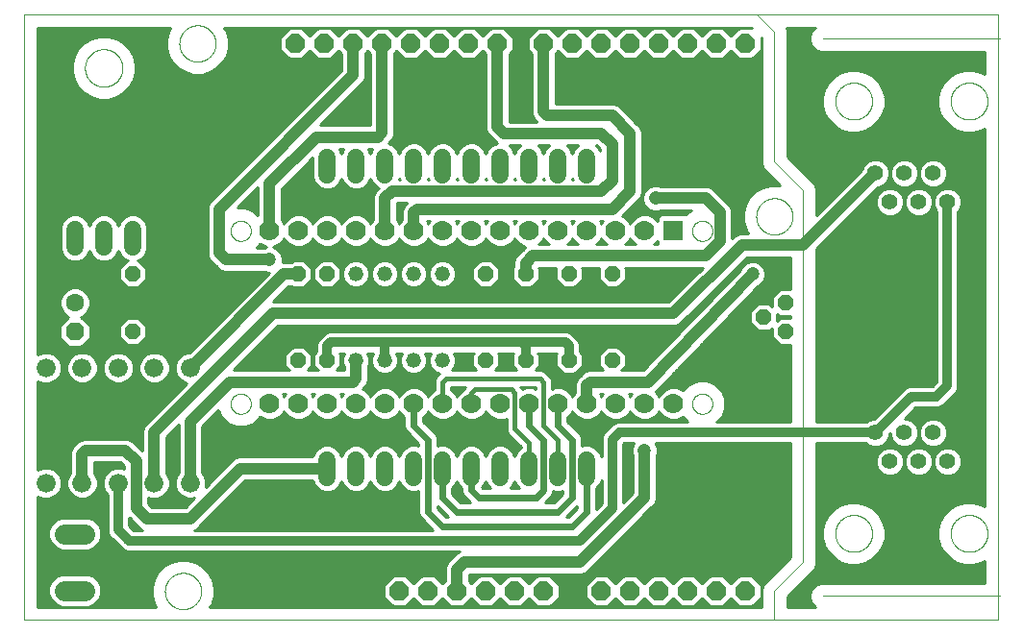
<source format=gtl>
G75*
%MOIN*%
%OFA0B0*%
%FSLAX25Y25*%
%IPPOS*%
%LPD*%
%AMOC8*
5,1,8,0,0,1.08239X$1,22.5*
%
%ADD10C,0.00000*%
%ADD11C,0.05200*%
%ADD12C,0.00039*%
%ADD13C,0.05543*%
%ADD14OC8,0.05200*%
%ADD15OC8,0.06600*%
%ADD16C,0.06600*%
%ADD17C,0.06000*%
%ADD18OC8,0.06300*%
%ADD19C,0.06300*%
%ADD20C,0.07050*%
%ADD21R,0.07000X0.07000*%
%ADD22C,0.07000*%
%ADD23C,0.04000*%
%ADD24C,0.03200*%
%ADD25C,0.02400*%
%ADD26C,0.01600*%
%ADD27C,0.04750*%
%ADD28C,0.01000*%
D10*
X0027000Y0005000D02*
X0027000Y0215000D01*
X0281000Y0215000D01*
X0287000Y0209000D01*
X0287000Y0164000D01*
X0297000Y0154000D01*
X0297000Y0025000D01*
X0287000Y0015000D01*
X0287000Y0005000D01*
X0027000Y0005000D01*
X0027000Y0214951D01*
X0364421Y0214951D01*
X0364421Y0005000D01*
X0027000Y0005000D01*
X0075701Y0015000D02*
X0075703Y0015158D01*
X0075709Y0015316D01*
X0075719Y0015474D01*
X0075733Y0015632D01*
X0075751Y0015789D01*
X0075772Y0015946D01*
X0075798Y0016102D01*
X0075828Y0016258D01*
X0075861Y0016413D01*
X0075899Y0016566D01*
X0075940Y0016719D01*
X0075985Y0016871D01*
X0076034Y0017022D01*
X0076087Y0017171D01*
X0076143Y0017319D01*
X0076203Y0017465D01*
X0076267Y0017610D01*
X0076335Y0017753D01*
X0076406Y0017895D01*
X0076480Y0018035D01*
X0076558Y0018172D01*
X0076640Y0018308D01*
X0076724Y0018442D01*
X0076813Y0018573D01*
X0076904Y0018702D01*
X0076999Y0018829D01*
X0077096Y0018954D01*
X0077197Y0019076D01*
X0077301Y0019195D01*
X0077408Y0019312D01*
X0077518Y0019426D01*
X0077631Y0019537D01*
X0077746Y0019646D01*
X0077864Y0019751D01*
X0077985Y0019853D01*
X0078108Y0019953D01*
X0078234Y0020049D01*
X0078362Y0020142D01*
X0078492Y0020232D01*
X0078625Y0020318D01*
X0078760Y0020402D01*
X0078896Y0020481D01*
X0079035Y0020558D01*
X0079176Y0020630D01*
X0079318Y0020700D01*
X0079462Y0020765D01*
X0079608Y0020827D01*
X0079755Y0020885D01*
X0079904Y0020940D01*
X0080054Y0020991D01*
X0080205Y0021038D01*
X0080357Y0021081D01*
X0080510Y0021120D01*
X0080665Y0021156D01*
X0080820Y0021187D01*
X0080976Y0021215D01*
X0081132Y0021239D01*
X0081289Y0021259D01*
X0081447Y0021275D01*
X0081604Y0021287D01*
X0081763Y0021295D01*
X0081921Y0021299D01*
X0082079Y0021299D01*
X0082237Y0021295D01*
X0082396Y0021287D01*
X0082553Y0021275D01*
X0082711Y0021259D01*
X0082868Y0021239D01*
X0083024Y0021215D01*
X0083180Y0021187D01*
X0083335Y0021156D01*
X0083490Y0021120D01*
X0083643Y0021081D01*
X0083795Y0021038D01*
X0083946Y0020991D01*
X0084096Y0020940D01*
X0084245Y0020885D01*
X0084392Y0020827D01*
X0084538Y0020765D01*
X0084682Y0020700D01*
X0084824Y0020630D01*
X0084965Y0020558D01*
X0085104Y0020481D01*
X0085240Y0020402D01*
X0085375Y0020318D01*
X0085508Y0020232D01*
X0085638Y0020142D01*
X0085766Y0020049D01*
X0085892Y0019953D01*
X0086015Y0019853D01*
X0086136Y0019751D01*
X0086254Y0019646D01*
X0086369Y0019537D01*
X0086482Y0019426D01*
X0086592Y0019312D01*
X0086699Y0019195D01*
X0086803Y0019076D01*
X0086904Y0018954D01*
X0087001Y0018829D01*
X0087096Y0018702D01*
X0087187Y0018573D01*
X0087276Y0018442D01*
X0087360Y0018308D01*
X0087442Y0018172D01*
X0087520Y0018035D01*
X0087594Y0017895D01*
X0087665Y0017753D01*
X0087733Y0017610D01*
X0087797Y0017465D01*
X0087857Y0017319D01*
X0087913Y0017171D01*
X0087966Y0017022D01*
X0088015Y0016871D01*
X0088060Y0016719D01*
X0088101Y0016566D01*
X0088139Y0016413D01*
X0088172Y0016258D01*
X0088202Y0016102D01*
X0088228Y0015946D01*
X0088249Y0015789D01*
X0088267Y0015632D01*
X0088281Y0015474D01*
X0088291Y0015316D01*
X0088297Y0015158D01*
X0088299Y0015000D01*
X0088297Y0014842D01*
X0088291Y0014684D01*
X0088281Y0014526D01*
X0088267Y0014368D01*
X0088249Y0014211D01*
X0088228Y0014054D01*
X0088202Y0013898D01*
X0088172Y0013742D01*
X0088139Y0013587D01*
X0088101Y0013434D01*
X0088060Y0013281D01*
X0088015Y0013129D01*
X0087966Y0012978D01*
X0087913Y0012829D01*
X0087857Y0012681D01*
X0087797Y0012535D01*
X0087733Y0012390D01*
X0087665Y0012247D01*
X0087594Y0012105D01*
X0087520Y0011965D01*
X0087442Y0011828D01*
X0087360Y0011692D01*
X0087276Y0011558D01*
X0087187Y0011427D01*
X0087096Y0011298D01*
X0087001Y0011171D01*
X0086904Y0011046D01*
X0086803Y0010924D01*
X0086699Y0010805D01*
X0086592Y0010688D01*
X0086482Y0010574D01*
X0086369Y0010463D01*
X0086254Y0010354D01*
X0086136Y0010249D01*
X0086015Y0010147D01*
X0085892Y0010047D01*
X0085766Y0009951D01*
X0085638Y0009858D01*
X0085508Y0009768D01*
X0085375Y0009682D01*
X0085240Y0009598D01*
X0085104Y0009519D01*
X0084965Y0009442D01*
X0084824Y0009370D01*
X0084682Y0009300D01*
X0084538Y0009235D01*
X0084392Y0009173D01*
X0084245Y0009115D01*
X0084096Y0009060D01*
X0083946Y0009009D01*
X0083795Y0008962D01*
X0083643Y0008919D01*
X0083490Y0008880D01*
X0083335Y0008844D01*
X0083180Y0008813D01*
X0083024Y0008785D01*
X0082868Y0008761D01*
X0082711Y0008741D01*
X0082553Y0008725D01*
X0082396Y0008713D01*
X0082237Y0008705D01*
X0082079Y0008701D01*
X0081921Y0008701D01*
X0081763Y0008705D01*
X0081604Y0008713D01*
X0081447Y0008725D01*
X0081289Y0008741D01*
X0081132Y0008761D01*
X0080976Y0008785D01*
X0080820Y0008813D01*
X0080665Y0008844D01*
X0080510Y0008880D01*
X0080357Y0008919D01*
X0080205Y0008962D01*
X0080054Y0009009D01*
X0079904Y0009060D01*
X0079755Y0009115D01*
X0079608Y0009173D01*
X0079462Y0009235D01*
X0079318Y0009300D01*
X0079176Y0009370D01*
X0079035Y0009442D01*
X0078896Y0009519D01*
X0078760Y0009598D01*
X0078625Y0009682D01*
X0078492Y0009768D01*
X0078362Y0009858D01*
X0078234Y0009951D01*
X0078108Y0010047D01*
X0077985Y0010147D01*
X0077864Y0010249D01*
X0077746Y0010354D01*
X0077631Y0010463D01*
X0077518Y0010574D01*
X0077408Y0010688D01*
X0077301Y0010805D01*
X0077197Y0010924D01*
X0077096Y0011046D01*
X0076999Y0011171D01*
X0076904Y0011298D01*
X0076813Y0011427D01*
X0076724Y0011558D01*
X0076640Y0011692D01*
X0076558Y0011828D01*
X0076480Y0011965D01*
X0076406Y0012105D01*
X0076335Y0012247D01*
X0076267Y0012390D01*
X0076203Y0012535D01*
X0076143Y0012681D01*
X0076087Y0012829D01*
X0076034Y0012978D01*
X0075985Y0013129D01*
X0075940Y0013281D01*
X0075899Y0013434D01*
X0075861Y0013587D01*
X0075828Y0013742D01*
X0075798Y0013898D01*
X0075772Y0014054D01*
X0075751Y0014211D01*
X0075733Y0014368D01*
X0075719Y0014526D01*
X0075709Y0014684D01*
X0075703Y0014842D01*
X0075701Y0015000D01*
X0098500Y0080000D02*
X0098502Y0080118D01*
X0098508Y0080236D01*
X0098518Y0080354D01*
X0098532Y0080471D01*
X0098550Y0080588D01*
X0098572Y0080705D01*
X0098597Y0080820D01*
X0098627Y0080934D01*
X0098661Y0081048D01*
X0098698Y0081160D01*
X0098739Y0081271D01*
X0098784Y0081380D01*
X0098832Y0081488D01*
X0098884Y0081594D01*
X0098940Y0081699D01*
X0098999Y0081801D01*
X0099061Y0081901D01*
X0099127Y0081999D01*
X0099196Y0082095D01*
X0099269Y0082189D01*
X0099344Y0082280D01*
X0099423Y0082368D01*
X0099504Y0082454D01*
X0099589Y0082537D01*
X0099676Y0082617D01*
X0099765Y0082694D01*
X0099858Y0082768D01*
X0099952Y0082838D01*
X0100049Y0082906D01*
X0100149Y0082970D01*
X0100250Y0083031D01*
X0100353Y0083088D01*
X0100459Y0083142D01*
X0100566Y0083193D01*
X0100674Y0083239D01*
X0100784Y0083282D01*
X0100896Y0083321D01*
X0101009Y0083357D01*
X0101123Y0083388D01*
X0101238Y0083416D01*
X0101353Y0083440D01*
X0101470Y0083460D01*
X0101587Y0083476D01*
X0101705Y0083488D01*
X0101823Y0083496D01*
X0101941Y0083500D01*
X0102059Y0083500D01*
X0102177Y0083496D01*
X0102295Y0083488D01*
X0102413Y0083476D01*
X0102530Y0083460D01*
X0102647Y0083440D01*
X0102762Y0083416D01*
X0102877Y0083388D01*
X0102991Y0083357D01*
X0103104Y0083321D01*
X0103216Y0083282D01*
X0103326Y0083239D01*
X0103434Y0083193D01*
X0103541Y0083142D01*
X0103647Y0083088D01*
X0103750Y0083031D01*
X0103851Y0082970D01*
X0103951Y0082906D01*
X0104048Y0082838D01*
X0104142Y0082768D01*
X0104235Y0082694D01*
X0104324Y0082617D01*
X0104411Y0082537D01*
X0104496Y0082454D01*
X0104577Y0082368D01*
X0104656Y0082280D01*
X0104731Y0082189D01*
X0104804Y0082095D01*
X0104873Y0081999D01*
X0104939Y0081901D01*
X0105001Y0081801D01*
X0105060Y0081699D01*
X0105116Y0081594D01*
X0105168Y0081488D01*
X0105216Y0081380D01*
X0105261Y0081271D01*
X0105302Y0081160D01*
X0105339Y0081048D01*
X0105373Y0080934D01*
X0105403Y0080820D01*
X0105428Y0080705D01*
X0105450Y0080588D01*
X0105468Y0080471D01*
X0105482Y0080354D01*
X0105492Y0080236D01*
X0105498Y0080118D01*
X0105500Y0080000D01*
X0105498Y0079882D01*
X0105492Y0079764D01*
X0105482Y0079646D01*
X0105468Y0079529D01*
X0105450Y0079412D01*
X0105428Y0079295D01*
X0105403Y0079180D01*
X0105373Y0079066D01*
X0105339Y0078952D01*
X0105302Y0078840D01*
X0105261Y0078729D01*
X0105216Y0078620D01*
X0105168Y0078512D01*
X0105116Y0078406D01*
X0105060Y0078301D01*
X0105001Y0078199D01*
X0104939Y0078099D01*
X0104873Y0078001D01*
X0104804Y0077905D01*
X0104731Y0077811D01*
X0104656Y0077720D01*
X0104577Y0077632D01*
X0104496Y0077546D01*
X0104411Y0077463D01*
X0104324Y0077383D01*
X0104235Y0077306D01*
X0104142Y0077232D01*
X0104048Y0077162D01*
X0103951Y0077094D01*
X0103851Y0077030D01*
X0103750Y0076969D01*
X0103647Y0076912D01*
X0103541Y0076858D01*
X0103434Y0076807D01*
X0103326Y0076761D01*
X0103216Y0076718D01*
X0103104Y0076679D01*
X0102991Y0076643D01*
X0102877Y0076612D01*
X0102762Y0076584D01*
X0102647Y0076560D01*
X0102530Y0076540D01*
X0102413Y0076524D01*
X0102295Y0076512D01*
X0102177Y0076504D01*
X0102059Y0076500D01*
X0101941Y0076500D01*
X0101823Y0076504D01*
X0101705Y0076512D01*
X0101587Y0076524D01*
X0101470Y0076540D01*
X0101353Y0076560D01*
X0101238Y0076584D01*
X0101123Y0076612D01*
X0101009Y0076643D01*
X0100896Y0076679D01*
X0100784Y0076718D01*
X0100674Y0076761D01*
X0100566Y0076807D01*
X0100459Y0076858D01*
X0100353Y0076912D01*
X0100250Y0076969D01*
X0100149Y0077030D01*
X0100049Y0077094D01*
X0099952Y0077162D01*
X0099858Y0077232D01*
X0099765Y0077306D01*
X0099676Y0077383D01*
X0099589Y0077463D01*
X0099504Y0077546D01*
X0099423Y0077632D01*
X0099344Y0077720D01*
X0099269Y0077811D01*
X0099196Y0077905D01*
X0099127Y0078001D01*
X0099061Y0078099D01*
X0098999Y0078199D01*
X0098940Y0078301D01*
X0098884Y0078406D01*
X0098832Y0078512D01*
X0098784Y0078620D01*
X0098739Y0078729D01*
X0098698Y0078840D01*
X0098661Y0078952D01*
X0098627Y0079066D01*
X0098597Y0079180D01*
X0098572Y0079295D01*
X0098550Y0079412D01*
X0098532Y0079529D01*
X0098518Y0079646D01*
X0098508Y0079764D01*
X0098502Y0079882D01*
X0098500Y0080000D01*
X0098500Y0140000D02*
X0098502Y0140118D01*
X0098508Y0140236D01*
X0098518Y0140354D01*
X0098532Y0140471D01*
X0098550Y0140588D01*
X0098572Y0140705D01*
X0098597Y0140820D01*
X0098627Y0140934D01*
X0098661Y0141048D01*
X0098698Y0141160D01*
X0098739Y0141271D01*
X0098784Y0141380D01*
X0098832Y0141488D01*
X0098884Y0141594D01*
X0098940Y0141699D01*
X0098999Y0141801D01*
X0099061Y0141901D01*
X0099127Y0141999D01*
X0099196Y0142095D01*
X0099269Y0142189D01*
X0099344Y0142280D01*
X0099423Y0142368D01*
X0099504Y0142454D01*
X0099589Y0142537D01*
X0099676Y0142617D01*
X0099765Y0142694D01*
X0099858Y0142768D01*
X0099952Y0142838D01*
X0100049Y0142906D01*
X0100149Y0142970D01*
X0100250Y0143031D01*
X0100353Y0143088D01*
X0100459Y0143142D01*
X0100566Y0143193D01*
X0100674Y0143239D01*
X0100784Y0143282D01*
X0100896Y0143321D01*
X0101009Y0143357D01*
X0101123Y0143388D01*
X0101238Y0143416D01*
X0101353Y0143440D01*
X0101470Y0143460D01*
X0101587Y0143476D01*
X0101705Y0143488D01*
X0101823Y0143496D01*
X0101941Y0143500D01*
X0102059Y0143500D01*
X0102177Y0143496D01*
X0102295Y0143488D01*
X0102413Y0143476D01*
X0102530Y0143460D01*
X0102647Y0143440D01*
X0102762Y0143416D01*
X0102877Y0143388D01*
X0102991Y0143357D01*
X0103104Y0143321D01*
X0103216Y0143282D01*
X0103326Y0143239D01*
X0103434Y0143193D01*
X0103541Y0143142D01*
X0103647Y0143088D01*
X0103750Y0143031D01*
X0103851Y0142970D01*
X0103951Y0142906D01*
X0104048Y0142838D01*
X0104142Y0142768D01*
X0104235Y0142694D01*
X0104324Y0142617D01*
X0104411Y0142537D01*
X0104496Y0142454D01*
X0104577Y0142368D01*
X0104656Y0142280D01*
X0104731Y0142189D01*
X0104804Y0142095D01*
X0104873Y0141999D01*
X0104939Y0141901D01*
X0105001Y0141801D01*
X0105060Y0141699D01*
X0105116Y0141594D01*
X0105168Y0141488D01*
X0105216Y0141380D01*
X0105261Y0141271D01*
X0105302Y0141160D01*
X0105339Y0141048D01*
X0105373Y0140934D01*
X0105403Y0140820D01*
X0105428Y0140705D01*
X0105450Y0140588D01*
X0105468Y0140471D01*
X0105482Y0140354D01*
X0105492Y0140236D01*
X0105498Y0140118D01*
X0105500Y0140000D01*
X0105498Y0139882D01*
X0105492Y0139764D01*
X0105482Y0139646D01*
X0105468Y0139529D01*
X0105450Y0139412D01*
X0105428Y0139295D01*
X0105403Y0139180D01*
X0105373Y0139066D01*
X0105339Y0138952D01*
X0105302Y0138840D01*
X0105261Y0138729D01*
X0105216Y0138620D01*
X0105168Y0138512D01*
X0105116Y0138406D01*
X0105060Y0138301D01*
X0105001Y0138199D01*
X0104939Y0138099D01*
X0104873Y0138001D01*
X0104804Y0137905D01*
X0104731Y0137811D01*
X0104656Y0137720D01*
X0104577Y0137632D01*
X0104496Y0137546D01*
X0104411Y0137463D01*
X0104324Y0137383D01*
X0104235Y0137306D01*
X0104142Y0137232D01*
X0104048Y0137162D01*
X0103951Y0137094D01*
X0103851Y0137030D01*
X0103750Y0136969D01*
X0103647Y0136912D01*
X0103541Y0136858D01*
X0103434Y0136807D01*
X0103326Y0136761D01*
X0103216Y0136718D01*
X0103104Y0136679D01*
X0102991Y0136643D01*
X0102877Y0136612D01*
X0102762Y0136584D01*
X0102647Y0136560D01*
X0102530Y0136540D01*
X0102413Y0136524D01*
X0102295Y0136512D01*
X0102177Y0136504D01*
X0102059Y0136500D01*
X0101941Y0136500D01*
X0101823Y0136504D01*
X0101705Y0136512D01*
X0101587Y0136524D01*
X0101470Y0136540D01*
X0101353Y0136560D01*
X0101238Y0136584D01*
X0101123Y0136612D01*
X0101009Y0136643D01*
X0100896Y0136679D01*
X0100784Y0136718D01*
X0100674Y0136761D01*
X0100566Y0136807D01*
X0100459Y0136858D01*
X0100353Y0136912D01*
X0100250Y0136969D01*
X0100149Y0137030D01*
X0100049Y0137094D01*
X0099952Y0137162D01*
X0099858Y0137232D01*
X0099765Y0137306D01*
X0099676Y0137383D01*
X0099589Y0137463D01*
X0099504Y0137546D01*
X0099423Y0137632D01*
X0099344Y0137720D01*
X0099269Y0137811D01*
X0099196Y0137905D01*
X0099127Y0138001D01*
X0099061Y0138099D01*
X0098999Y0138199D01*
X0098940Y0138301D01*
X0098884Y0138406D01*
X0098832Y0138512D01*
X0098784Y0138620D01*
X0098739Y0138729D01*
X0098698Y0138840D01*
X0098661Y0138952D01*
X0098627Y0139066D01*
X0098597Y0139180D01*
X0098572Y0139295D01*
X0098550Y0139412D01*
X0098532Y0139529D01*
X0098518Y0139646D01*
X0098508Y0139764D01*
X0098502Y0139882D01*
X0098500Y0140000D01*
X0048000Y0196500D02*
X0048002Y0196661D01*
X0048008Y0196821D01*
X0048018Y0196982D01*
X0048032Y0197142D01*
X0048050Y0197302D01*
X0048071Y0197461D01*
X0048097Y0197620D01*
X0048127Y0197778D01*
X0048160Y0197935D01*
X0048198Y0198092D01*
X0048239Y0198247D01*
X0048284Y0198401D01*
X0048333Y0198554D01*
X0048386Y0198706D01*
X0048442Y0198857D01*
X0048503Y0199006D01*
X0048566Y0199154D01*
X0048634Y0199300D01*
X0048705Y0199444D01*
X0048779Y0199586D01*
X0048857Y0199727D01*
X0048939Y0199865D01*
X0049024Y0200002D01*
X0049112Y0200136D01*
X0049204Y0200268D01*
X0049299Y0200398D01*
X0049397Y0200526D01*
X0049498Y0200651D01*
X0049602Y0200773D01*
X0049709Y0200893D01*
X0049819Y0201010D01*
X0049932Y0201125D01*
X0050048Y0201236D01*
X0050167Y0201345D01*
X0050288Y0201450D01*
X0050412Y0201553D01*
X0050538Y0201653D01*
X0050666Y0201749D01*
X0050797Y0201842D01*
X0050931Y0201932D01*
X0051066Y0202019D01*
X0051204Y0202102D01*
X0051343Y0202182D01*
X0051485Y0202258D01*
X0051628Y0202331D01*
X0051773Y0202400D01*
X0051920Y0202466D01*
X0052068Y0202528D01*
X0052218Y0202586D01*
X0052369Y0202641D01*
X0052522Y0202692D01*
X0052676Y0202739D01*
X0052831Y0202782D01*
X0052987Y0202821D01*
X0053143Y0202857D01*
X0053301Y0202888D01*
X0053459Y0202916D01*
X0053618Y0202940D01*
X0053778Y0202960D01*
X0053938Y0202976D01*
X0054098Y0202988D01*
X0054259Y0202996D01*
X0054420Y0203000D01*
X0054580Y0203000D01*
X0054741Y0202996D01*
X0054902Y0202988D01*
X0055062Y0202976D01*
X0055222Y0202960D01*
X0055382Y0202940D01*
X0055541Y0202916D01*
X0055699Y0202888D01*
X0055857Y0202857D01*
X0056013Y0202821D01*
X0056169Y0202782D01*
X0056324Y0202739D01*
X0056478Y0202692D01*
X0056631Y0202641D01*
X0056782Y0202586D01*
X0056932Y0202528D01*
X0057080Y0202466D01*
X0057227Y0202400D01*
X0057372Y0202331D01*
X0057515Y0202258D01*
X0057657Y0202182D01*
X0057796Y0202102D01*
X0057934Y0202019D01*
X0058069Y0201932D01*
X0058203Y0201842D01*
X0058334Y0201749D01*
X0058462Y0201653D01*
X0058588Y0201553D01*
X0058712Y0201450D01*
X0058833Y0201345D01*
X0058952Y0201236D01*
X0059068Y0201125D01*
X0059181Y0201010D01*
X0059291Y0200893D01*
X0059398Y0200773D01*
X0059502Y0200651D01*
X0059603Y0200526D01*
X0059701Y0200398D01*
X0059796Y0200268D01*
X0059888Y0200136D01*
X0059976Y0200002D01*
X0060061Y0199865D01*
X0060143Y0199727D01*
X0060221Y0199586D01*
X0060295Y0199444D01*
X0060366Y0199300D01*
X0060434Y0199154D01*
X0060497Y0199006D01*
X0060558Y0198857D01*
X0060614Y0198706D01*
X0060667Y0198554D01*
X0060716Y0198401D01*
X0060761Y0198247D01*
X0060802Y0198092D01*
X0060840Y0197935D01*
X0060873Y0197778D01*
X0060903Y0197620D01*
X0060929Y0197461D01*
X0060950Y0197302D01*
X0060968Y0197142D01*
X0060982Y0196982D01*
X0060992Y0196821D01*
X0060998Y0196661D01*
X0061000Y0196500D01*
X0060998Y0196339D01*
X0060992Y0196179D01*
X0060982Y0196018D01*
X0060968Y0195858D01*
X0060950Y0195698D01*
X0060929Y0195539D01*
X0060903Y0195380D01*
X0060873Y0195222D01*
X0060840Y0195065D01*
X0060802Y0194908D01*
X0060761Y0194753D01*
X0060716Y0194599D01*
X0060667Y0194446D01*
X0060614Y0194294D01*
X0060558Y0194143D01*
X0060497Y0193994D01*
X0060434Y0193846D01*
X0060366Y0193700D01*
X0060295Y0193556D01*
X0060221Y0193414D01*
X0060143Y0193273D01*
X0060061Y0193135D01*
X0059976Y0192998D01*
X0059888Y0192864D01*
X0059796Y0192732D01*
X0059701Y0192602D01*
X0059603Y0192474D01*
X0059502Y0192349D01*
X0059398Y0192227D01*
X0059291Y0192107D01*
X0059181Y0191990D01*
X0059068Y0191875D01*
X0058952Y0191764D01*
X0058833Y0191655D01*
X0058712Y0191550D01*
X0058588Y0191447D01*
X0058462Y0191347D01*
X0058334Y0191251D01*
X0058203Y0191158D01*
X0058069Y0191068D01*
X0057934Y0190981D01*
X0057796Y0190898D01*
X0057657Y0190818D01*
X0057515Y0190742D01*
X0057372Y0190669D01*
X0057227Y0190600D01*
X0057080Y0190534D01*
X0056932Y0190472D01*
X0056782Y0190414D01*
X0056631Y0190359D01*
X0056478Y0190308D01*
X0056324Y0190261D01*
X0056169Y0190218D01*
X0056013Y0190179D01*
X0055857Y0190143D01*
X0055699Y0190112D01*
X0055541Y0190084D01*
X0055382Y0190060D01*
X0055222Y0190040D01*
X0055062Y0190024D01*
X0054902Y0190012D01*
X0054741Y0190004D01*
X0054580Y0190000D01*
X0054420Y0190000D01*
X0054259Y0190004D01*
X0054098Y0190012D01*
X0053938Y0190024D01*
X0053778Y0190040D01*
X0053618Y0190060D01*
X0053459Y0190084D01*
X0053301Y0190112D01*
X0053143Y0190143D01*
X0052987Y0190179D01*
X0052831Y0190218D01*
X0052676Y0190261D01*
X0052522Y0190308D01*
X0052369Y0190359D01*
X0052218Y0190414D01*
X0052068Y0190472D01*
X0051920Y0190534D01*
X0051773Y0190600D01*
X0051628Y0190669D01*
X0051485Y0190742D01*
X0051343Y0190818D01*
X0051204Y0190898D01*
X0051066Y0190981D01*
X0050931Y0191068D01*
X0050797Y0191158D01*
X0050666Y0191251D01*
X0050538Y0191347D01*
X0050412Y0191447D01*
X0050288Y0191550D01*
X0050167Y0191655D01*
X0050048Y0191764D01*
X0049932Y0191875D01*
X0049819Y0191990D01*
X0049709Y0192107D01*
X0049602Y0192227D01*
X0049498Y0192349D01*
X0049397Y0192474D01*
X0049299Y0192602D01*
X0049204Y0192732D01*
X0049112Y0192864D01*
X0049024Y0192998D01*
X0048939Y0193135D01*
X0048857Y0193273D01*
X0048779Y0193414D01*
X0048705Y0193556D01*
X0048634Y0193700D01*
X0048566Y0193846D01*
X0048503Y0193994D01*
X0048442Y0194143D01*
X0048386Y0194294D01*
X0048333Y0194446D01*
X0048284Y0194599D01*
X0048239Y0194753D01*
X0048198Y0194908D01*
X0048160Y0195065D01*
X0048127Y0195222D01*
X0048097Y0195380D01*
X0048071Y0195539D01*
X0048050Y0195698D01*
X0048032Y0195858D01*
X0048018Y0196018D01*
X0048008Y0196179D01*
X0048002Y0196339D01*
X0048000Y0196500D01*
X0080701Y0205000D02*
X0080703Y0205158D01*
X0080709Y0205316D01*
X0080719Y0205474D01*
X0080733Y0205632D01*
X0080751Y0205789D01*
X0080772Y0205946D01*
X0080798Y0206102D01*
X0080828Y0206258D01*
X0080861Y0206413D01*
X0080899Y0206566D01*
X0080940Y0206719D01*
X0080985Y0206871D01*
X0081034Y0207022D01*
X0081087Y0207171D01*
X0081143Y0207319D01*
X0081203Y0207465D01*
X0081267Y0207610D01*
X0081335Y0207753D01*
X0081406Y0207895D01*
X0081480Y0208035D01*
X0081558Y0208172D01*
X0081640Y0208308D01*
X0081724Y0208442D01*
X0081813Y0208573D01*
X0081904Y0208702D01*
X0081999Y0208829D01*
X0082096Y0208954D01*
X0082197Y0209076D01*
X0082301Y0209195D01*
X0082408Y0209312D01*
X0082518Y0209426D01*
X0082631Y0209537D01*
X0082746Y0209646D01*
X0082864Y0209751D01*
X0082985Y0209853D01*
X0083108Y0209953D01*
X0083234Y0210049D01*
X0083362Y0210142D01*
X0083492Y0210232D01*
X0083625Y0210318D01*
X0083760Y0210402D01*
X0083896Y0210481D01*
X0084035Y0210558D01*
X0084176Y0210630D01*
X0084318Y0210700D01*
X0084462Y0210765D01*
X0084608Y0210827D01*
X0084755Y0210885D01*
X0084904Y0210940D01*
X0085054Y0210991D01*
X0085205Y0211038D01*
X0085357Y0211081D01*
X0085510Y0211120D01*
X0085665Y0211156D01*
X0085820Y0211187D01*
X0085976Y0211215D01*
X0086132Y0211239D01*
X0086289Y0211259D01*
X0086447Y0211275D01*
X0086604Y0211287D01*
X0086763Y0211295D01*
X0086921Y0211299D01*
X0087079Y0211299D01*
X0087237Y0211295D01*
X0087396Y0211287D01*
X0087553Y0211275D01*
X0087711Y0211259D01*
X0087868Y0211239D01*
X0088024Y0211215D01*
X0088180Y0211187D01*
X0088335Y0211156D01*
X0088490Y0211120D01*
X0088643Y0211081D01*
X0088795Y0211038D01*
X0088946Y0210991D01*
X0089096Y0210940D01*
X0089245Y0210885D01*
X0089392Y0210827D01*
X0089538Y0210765D01*
X0089682Y0210700D01*
X0089824Y0210630D01*
X0089965Y0210558D01*
X0090104Y0210481D01*
X0090240Y0210402D01*
X0090375Y0210318D01*
X0090508Y0210232D01*
X0090638Y0210142D01*
X0090766Y0210049D01*
X0090892Y0209953D01*
X0091015Y0209853D01*
X0091136Y0209751D01*
X0091254Y0209646D01*
X0091369Y0209537D01*
X0091482Y0209426D01*
X0091592Y0209312D01*
X0091699Y0209195D01*
X0091803Y0209076D01*
X0091904Y0208954D01*
X0092001Y0208829D01*
X0092096Y0208702D01*
X0092187Y0208573D01*
X0092276Y0208442D01*
X0092360Y0208308D01*
X0092442Y0208172D01*
X0092520Y0208035D01*
X0092594Y0207895D01*
X0092665Y0207753D01*
X0092733Y0207610D01*
X0092797Y0207465D01*
X0092857Y0207319D01*
X0092913Y0207171D01*
X0092966Y0207022D01*
X0093015Y0206871D01*
X0093060Y0206719D01*
X0093101Y0206566D01*
X0093139Y0206413D01*
X0093172Y0206258D01*
X0093202Y0206102D01*
X0093228Y0205946D01*
X0093249Y0205789D01*
X0093267Y0205632D01*
X0093281Y0205474D01*
X0093291Y0205316D01*
X0093297Y0205158D01*
X0093299Y0205000D01*
X0093297Y0204842D01*
X0093291Y0204684D01*
X0093281Y0204526D01*
X0093267Y0204368D01*
X0093249Y0204211D01*
X0093228Y0204054D01*
X0093202Y0203898D01*
X0093172Y0203742D01*
X0093139Y0203587D01*
X0093101Y0203434D01*
X0093060Y0203281D01*
X0093015Y0203129D01*
X0092966Y0202978D01*
X0092913Y0202829D01*
X0092857Y0202681D01*
X0092797Y0202535D01*
X0092733Y0202390D01*
X0092665Y0202247D01*
X0092594Y0202105D01*
X0092520Y0201965D01*
X0092442Y0201828D01*
X0092360Y0201692D01*
X0092276Y0201558D01*
X0092187Y0201427D01*
X0092096Y0201298D01*
X0092001Y0201171D01*
X0091904Y0201046D01*
X0091803Y0200924D01*
X0091699Y0200805D01*
X0091592Y0200688D01*
X0091482Y0200574D01*
X0091369Y0200463D01*
X0091254Y0200354D01*
X0091136Y0200249D01*
X0091015Y0200147D01*
X0090892Y0200047D01*
X0090766Y0199951D01*
X0090638Y0199858D01*
X0090508Y0199768D01*
X0090375Y0199682D01*
X0090240Y0199598D01*
X0090104Y0199519D01*
X0089965Y0199442D01*
X0089824Y0199370D01*
X0089682Y0199300D01*
X0089538Y0199235D01*
X0089392Y0199173D01*
X0089245Y0199115D01*
X0089096Y0199060D01*
X0088946Y0199009D01*
X0088795Y0198962D01*
X0088643Y0198919D01*
X0088490Y0198880D01*
X0088335Y0198844D01*
X0088180Y0198813D01*
X0088024Y0198785D01*
X0087868Y0198761D01*
X0087711Y0198741D01*
X0087553Y0198725D01*
X0087396Y0198713D01*
X0087237Y0198705D01*
X0087079Y0198701D01*
X0086921Y0198701D01*
X0086763Y0198705D01*
X0086604Y0198713D01*
X0086447Y0198725D01*
X0086289Y0198741D01*
X0086132Y0198761D01*
X0085976Y0198785D01*
X0085820Y0198813D01*
X0085665Y0198844D01*
X0085510Y0198880D01*
X0085357Y0198919D01*
X0085205Y0198962D01*
X0085054Y0199009D01*
X0084904Y0199060D01*
X0084755Y0199115D01*
X0084608Y0199173D01*
X0084462Y0199235D01*
X0084318Y0199300D01*
X0084176Y0199370D01*
X0084035Y0199442D01*
X0083896Y0199519D01*
X0083760Y0199598D01*
X0083625Y0199682D01*
X0083492Y0199768D01*
X0083362Y0199858D01*
X0083234Y0199951D01*
X0083108Y0200047D01*
X0082985Y0200147D01*
X0082864Y0200249D01*
X0082746Y0200354D01*
X0082631Y0200463D01*
X0082518Y0200574D01*
X0082408Y0200688D01*
X0082301Y0200805D01*
X0082197Y0200924D01*
X0082096Y0201046D01*
X0081999Y0201171D01*
X0081904Y0201298D01*
X0081813Y0201427D01*
X0081724Y0201558D01*
X0081640Y0201692D01*
X0081558Y0201828D01*
X0081480Y0201965D01*
X0081406Y0202105D01*
X0081335Y0202247D01*
X0081267Y0202390D01*
X0081203Y0202535D01*
X0081143Y0202681D01*
X0081087Y0202829D01*
X0081034Y0202978D01*
X0080985Y0203129D01*
X0080940Y0203281D01*
X0080899Y0203434D01*
X0080861Y0203587D01*
X0080828Y0203742D01*
X0080798Y0203898D01*
X0080772Y0204054D01*
X0080751Y0204211D01*
X0080733Y0204368D01*
X0080719Y0204526D01*
X0080709Y0204684D01*
X0080703Y0204842D01*
X0080701Y0205000D01*
X0258500Y0140000D02*
X0258502Y0140118D01*
X0258508Y0140236D01*
X0258518Y0140354D01*
X0258532Y0140471D01*
X0258550Y0140588D01*
X0258572Y0140705D01*
X0258597Y0140820D01*
X0258627Y0140934D01*
X0258661Y0141048D01*
X0258698Y0141160D01*
X0258739Y0141271D01*
X0258784Y0141380D01*
X0258832Y0141488D01*
X0258884Y0141594D01*
X0258940Y0141699D01*
X0258999Y0141801D01*
X0259061Y0141901D01*
X0259127Y0141999D01*
X0259196Y0142095D01*
X0259269Y0142189D01*
X0259344Y0142280D01*
X0259423Y0142368D01*
X0259504Y0142454D01*
X0259589Y0142537D01*
X0259676Y0142617D01*
X0259765Y0142694D01*
X0259858Y0142768D01*
X0259952Y0142838D01*
X0260049Y0142906D01*
X0260149Y0142970D01*
X0260250Y0143031D01*
X0260353Y0143088D01*
X0260459Y0143142D01*
X0260566Y0143193D01*
X0260674Y0143239D01*
X0260784Y0143282D01*
X0260896Y0143321D01*
X0261009Y0143357D01*
X0261123Y0143388D01*
X0261238Y0143416D01*
X0261353Y0143440D01*
X0261470Y0143460D01*
X0261587Y0143476D01*
X0261705Y0143488D01*
X0261823Y0143496D01*
X0261941Y0143500D01*
X0262059Y0143500D01*
X0262177Y0143496D01*
X0262295Y0143488D01*
X0262413Y0143476D01*
X0262530Y0143460D01*
X0262647Y0143440D01*
X0262762Y0143416D01*
X0262877Y0143388D01*
X0262991Y0143357D01*
X0263104Y0143321D01*
X0263216Y0143282D01*
X0263326Y0143239D01*
X0263434Y0143193D01*
X0263541Y0143142D01*
X0263647Y0143088D01*
X0263750Y0143031D01*
X0263851Y0142970D01*
X0263951Y0142906D01*
X0264048Y0142838D01*
X0264142Y0142768D01*
X0264235Y0142694D01*
X0264324Y0142617D01*
X0264411Y0142537D01*
X0264496Y0142454D01*
X0264577Y0142368D01*
X0264656Y0142280D01*
X0264731Y0142189D01*
X0264804Y0142095D01*
X0264873Y0141999D01*
X0264939Y0141901D01*
X0265001Y0141801D01*
X0265060Y0141699D01*
X0265116Y0141594D01*
X0265168Y0141488D01*
X0265216Y0141380D01*
X0265261Y0141271D01*
X0265302Y0141160D01*
X0265339Y0141048D01*
X0265373Y0140934D01*
X0265403Y0140820D01*
X0265428Y0140705D01*
X0265450Y0140588D01*
X0265468Y0140471D01*
X0265482Y0140354D01*
X0265492Y0140236D01*
X0265498Y0140118D01*
X0265500Y0140000D01*
X0265498Y0139882D01*
X0265492Y0139764D01*
X0265482Y0139646D01*
X0265468Y0139529D01*
X0265450Y0139412D01*
X0265428Y0139295D01*
X0265403Y0139180D01*
X0265373Y0139066D01*
X0265339Y0138952D01*
X0265302Y0138840D01*
X0265261Y0138729D01*
X0265216Y0138620D01*
X0265168Y0138512D01*
X0265116Y0138406D01*
X0265060Y0138301D01*
X0265001Y0138199D01*
X0264939Y0138099D01*
X0264873Y0138001D01*
X0264804Y0137905D01*
X0264731Y0137811D01*
X0264656Y0137720D01*
X0264577Y0137632D01*
X0264496Y0137546D01*
X0264411Y0137463D01*
X0264324Y0137383D01*
X0264235Y0137306D01*
X0264142Y0137232D01*
X0264048Y0137162D01*
X0263951Y0137094D01*
X0263851Y0137030D01*
X0263750Y0136969D01*
X0263647Y0136912D01*
X0263541Y0136858D01*
X0263434Y0136807D01*
X0263326Y0136761D01*
X0263216Y0136718D01*
X0263104Y0136679D01*
X0262991Y0136643D01*
X0262877Y0136612D01*
X0262762Y0136584D01*
X0262647Y0136560D01*
X0262530Y0136540D01*
X0262413Y0136524D01*
X0262295Y0136512D01*
X0262177Y0136504D01*
X0262059Y0136500D01*
X0261941Y0136500D01*
X0261823Y0136504D01*
X0261705Y0136512D01*
X0261587Y0136524D01*
X0261470Y0136540D01*
X0261353Y0136560D01*
X0261238Y0136584D01*
X0261123Y0136612D01*
X0261009Y0136643D01*
X0260896Y0136679D01*
X0260784Y0136718D01*
X0260674Y0136761D01*
X0260566Y0136807D01*
X0260459Y0136858D01*
X0260353Y0136912D01*
X0260250Y0136969D01*
X0260149Y0137030D01*
X0260049Y0137094D01*
X0259952Y0137162D01*
X0259858Y0137232D01*
X0259765Y0137306D01*
X0259676Y0137383D01*
X0259589Y0137463D01*
X0259504Y0137546D01*
X0259423Y0137632D01*
X0259344Y0137720D01*
X0259269Y0137811D01*
X0259196Y0137905D01*
X0259127Y0138001D01*
X0259061Y0138099D01*
X0258999Y0138199D01*
X0258940Y0138301D01*
X0258884Y0138406D01*
X0258832Y0138512D01*
X0258784Y0138620D01*
X0258739Y0138729D01*
X0258698Y0138840D01*
X0258661Y0138952D01*
X0258627Y0139066D01*
X0258597Y0139180D01*
X0258572Y0139295D01*
X0258550Y0139412D01*
X0258532Y0139529D01*
X0258518Y0139646D01*
X0258508Y0139764D01*
X0258502Y0139882D01*
X0258500Y0140000D01*
X0280701Y0145000D02*
X0280703Y0145158D01*
X0280709Y0145316D01*
X0280719Y0145474D01*
X0280733Y0145632D01*
X0280751Y0145789D01*
X0280772Y0145946D01*
X0280798Y0146102D01*
X0280828Y0146258D01*
X0280861Y0146413D01*
X0280899Y0146566D01*
X0280940Y0146719D01*
X0280985Y0146871D01*
X0281034Y0147022D01*
X0281087Y0147171D01*
X0281143Y0147319D01*
X0281203Y0147465D01*
X0281267Y0147610D01*
X0281335Y0147753D01*
X0281406Y0147895D01*
X0281480Y0148035D01*
X0281558Y0148172D01*
X0281640Y0148308D01*
X0281724Y0148442D01*
X0281813Y0148573D01*
X0281904Y0148702D01*
X0281999Y0148829D01*
X0282096Y0148954D01*
X0282197Y0149076D01*
X0282301Y0149195D01*
X0282408Y0149312D01*
X0282518Y0149426D01*
X0282631Y0149537D01*
X0282746Y0149646D01*
X0282864Y0149751D01*
X0282985Y0149853D01*
X0283108Y0149953D01*
X0283234Y0150049D01*
X0283362Y0150142D01*
X0283492Y0150232D01*
X0283625Y0150318D01*
X0283760Y0150402D01*
X0283896Y0150481D01*
X0284035Y0150558D01*
X0284176Y0150630D01*
X0284318Y0150700D01*
X0284462Y0150765D01*
X0284608Y0150827D01*
X0284755Y0150885D01*
X0284904Y0150940D01*
X0285054Y0150991D01*
X0285205Y0151038D01*
X0285357Y0151081D01*
X0285510Y0151120D01*
X0285665Y0151156D01*
X0285820Y0151187D01*
X0285976Y0151215D01*
X0286132Y0151239D01*
X0286289Y0151259D01*
X0286447Y0151275D01*
X0286604Y0151287D01*
X0286763Y0151295D01*
X0286921Y0151299D01*
X0287079Y0151299D01*
X0287237Y0151295D01*
X0287396Y0151287D01*
X0287553Y0151275D01*
X0287711Y0151259D01*
X0287868Y0151239D01*
X0288024Y0151215D01*
X0288180Y0151187D01*
X0288335Y0151156D01*
X0288490Y0151120D01*
X0288643Y0151081D01*
X0288795Y0151038D01*
X0288946Y0150991D01*
X0289096Y0150940D01*
X0289245Y0150885D01*
X0289392Y0150827D01*
X0289538Y0150765D01*
X0289682Y0150700D01*
X0289824Y0150630D01*
X0289965Y0150558D01*
X0290104Y0150481D01*
X0290240Y0150402D01*
X0290375Y0150318D01*
X0290508Y0150232D01*
X0290638Y0150142D01*
X0290766Y0150049D01*
X0290892Y0149953D01*
X0291015Y0149853D01*
X0291136Y0149751D01*
X0291254Y0149646D01*
X0291369Y0149537D01*
X0291482Y0149426D01*
X0291592Y0149312D01*
X0291699Y0149195D01*
X0291803Y0149076D01*
X0291904Y0148954D01*
X0292001Y0148829D01*
X0292096Y0148702D01*
X0292187Y0148573D01*
X0292276Y0148442D01*
X0292360Y0148308D01*
X0292442Y0148172D01*
X0292520Y0148035D01*
X0292594Y0147895D01*
X0292665Y0147753D01*
X0292733Y0147610D01*
X0292797Y0147465D01*
X0292857Y0147319D01*
X0292913Y0147171D01*
X0292966Y0147022D01*
X0293015Y0146871D01*
X0293060Y0146719D01*
X0293101Y0146566D01*
X0293139Y0146413D01*
X0293172Y0146258D01*
X0293202Y0146102D01*
X0293228Y0145946D01*
X0293249Y0145789D01*
X0293267Y0145632D01*
X0293281Y0145474D01*
X0293291Y0145316D01*
X0293297Y0145158D01*
X0293299Y0145000D01*
X0293297Y0144842D01*
X0293291Y0144684D01*
X0293281Y0144526D01*
X0293267Y0144368D01*
X0293249Y0144211D01*
X0293228Y0144054D01*
X0293202Y0143898D01*
X0293172Y0143742D01*
X0293139Y0143587D01*
X0293101Y0143434D01*
X0293060Y0143281D01*
X0293015Y0143129D01*
X0292966Y0142978D01*
X0292913Y0142829D01*
X0292857Y0142681D01*
X0292797Y0142535D01*
X0292733Y0142390D01*
X0292665Y0142247D01*
X0292594Y0142105D01*
X0292520Y0141965D01*
X0292442Y0141828D01*
X0292360Y0141692D01*
X0292276Y0141558D01*
X0292187Y0141427D01*
X0292096Y0141298D01*
X0292001Y0141171D01*
X0291904Y0141046D01*
X0291803Y0140924D01*
X0291699Y0140805D01*
X0291592Y0140688D01*
X0291482Y0140574D01*
X0291369Y0140463D01*
X0291254Y0140354D01*
X0291136Y0140249D01*
X0291015Y0140147D01*
X0290892Y0140047D01*
X0290766Y0139951D01*
X0290638Y0139858D01*
X0290508Y0139768D01*
X0290375Y0139682D01*
X0290240Y0139598D01*
X0290104Y0139519D01*
X0289965Y0139442D01*
X0289824Y0139370D01*
X0289682Y0139300D01*
X0289538Y0139235D01*
X0289392Y0139173D01*
X0289245Y0139115D01*
X0289096Y0139060D01*
X0288946Y0139009D01*
X0288795Y0138962D01*
X0288643Y0138919D01*
X0288490Y0138880D01*
X0288335Y0138844D01*
X0288180Y0138813D01*
X0288024Y0138785D01*
X0287868Y0138761D01*
X0287711Y0138741D01*
X0287553Y0138725D01*
X0287396Y0138713D01*
X0287237Y0138705D01*
X0287079Y0138701D01*
X0286921Y0138701D01*
X0286763Y0138705D01*
X0286604Y0138713D01*
X0286447Y0138725D01*
X0286289Y0138741D01*
X0286132Y0138761D01*
X0285976Y0138785D01*
X0285820Y0138813D01*
X0285665Y0138844D01*
X0285510Y0138880D01*
X0285357Y0138919D01*
X0285205Y0138962D01*
X0285054Y0139009D01*
X0284904Y0139060D01*
X0284755Y0139115D01*
X0284608Y0139173D01*
X0284462Y0139235D01*
X0284318Y0139300D01*
X0284176Y0139370D01*
X0284035Y0139442D01*
X0283896Y0139519D01*
X0283760Y0139598D01*
X0283625Y0139682D01*
X0283492Y0139768D01*
X0283362Y0139858D01*
X0283234Y0139951D01*
X0283108Y0140047D01*
X0282985Y0140147D01*
X0282864Y0140249D01*
X0282746Y0140354D01*
X0282631Y0140463D01*
X0282518Y0140574D01*
X0282408Y0140688D01*
X0282301Y0140805D01*
X0282197Y0140924D01*
X0282096Y0141046D01*
X0281999Y0141171D01*
X0281904Y0141298D01*
X0281813Y0141427D01*
X0281724Y0141558D01*
X0281640Y0141692D01*
X0281558Y0141828D01*
X0281480Y0141965D01*
X0281406Y0142105D01*
X0281335Y0142247D01*
X0281267Y0142390D01*
X0281203Y0142535D01*
X0281143Y0142681D01*
X0281087Y0142829D01*
X0281034Y0142978D01*
X0280985Y0143129D01*
X0280940Y0143281D01*
X0280899Y0143434D01*
X0280861Y0143587D01*
X0280828Y0143742D01*
X0280798Y0143898D01*
X0280772Y0144054D01*
X0280751Y0144211D01*
X0280733Y0144368D01*
X0280719Y0144526D01*
X0280709Y0144684D01*
X0280703Y0144842D01*
X0280701Y0145000D01*
X0308100Y0185000D02*
X0308102Y0185160D01*
X0308108Y0185319D01*
X0308118Y0185478D01*
X0308132Y0185637D01*
X0308150Y0185796D01*
X0308171Y0185954D01*
X0308197Y0186111D01*
X0308227Y0186268D01*
X0308260Y0186424D01*
X0308298Y0186579D01*
X0308339Y0186733D01*
X0308384Y0186886D01*
X0308433Y0187038D01*
X0308486Y0187189D01*
X0308542Y0187338D01*
X0308603Y0187486D01*
X0308666Y0187632D01*
X0308734Y0187777D01*
X0308805Y0187920D01*
X0308879Y0188061D01*
X0308957Y0188200D01*
X0309039Y0188337D01*
X0309124Y0188472D01*
X0309212Y0188605D01*
X0309304Y0188736D01*
X0309398Y0188864D01*
X0309496Y0188990D01*
X0309597Y0189114D01*
X0309701Y0189235D01*
X0309808Y0189353D01*
X0309918Y0189469D01*
X0310031Y0189582D01*
X0310147Y0189692D01*
X0310265Y0189799D01*
X0310386Y0189903D01*
X0310510Y0190004D01*
X0310636Y0190102D01*
X0310764Y0190196D01*
X0310895Y0190288D01*
X0311028Y0190376D01*
X0311163Y0190461D01*
X0311300Y0190543D01*
X0311439Y0190621D01*
X0311580Y0190695D01*
X0311723Y0190766D01*
X0311868Y0190834D01*
X0312014Y0190897D01*
X0312162Y0190958D01*
X0312311Y0191014D01*
X0312462Y0191067D01*
X0312614Y0191116D01*
X0312767Y0191161D01*
X0312921Y0191202D01*
X0313076Y0191240D01*
X0313232Y0191273D01*
X0313389Y0191303D01*
X0313546Y0191329D01*
X0313704Y0191350D01*
X0313863Y0191368D01*
X0314022Y0191382D01*
X0314181Y0191392D01*
X0314340Y0191398D01*
X0314500Y0191400D01*
X0314660Y0191398D01*
X0314819Y0191392D01*
X0314978Y0191382D01*
X0315137Y0191368D01*
X0315296Y0191350D01*
X0315454Y0191329D01*
X0315611Y0191303D01*
X0315768Y0191273D01*
X0315924Y0191240D01*
X0316079Y0191202D01*
X0316233Y0191161D01*
X0316386Y0191116D01*
X0316538Y0191067D01*
X0316689Y0191014D01*
X0316838Y0190958D01*
X0316986Y0190897D01*
X0317132Y0190834D01*
X0317277Y0190766D01*
X0317420Y0190695D01*
X0317561Y0190621D01*
X0317700Y0190543D01*
X0317837Y0190461D01*
X0317972Y0190376D01*
X0318105Y0190288D01*
X0318236Y0190196D01*
X0318364Y0190102D01*
X0318490Y0190004D01*
X0318614Y0189903D01*
X0318735Y0189799D01*
X0318853Y0189692D01*
X0318969Y0189582D01*
X0319082Y0189469D01*
X0319192Y0189353D01*
X0319299Y0189235D01*
X0319403Y0189114D01*
X0319504Y0188990D01*
X0319602Y0188864D01*
X0319696Y0188736D01*
X0319788Y0188605D01*
X0319876Y0188472D01*
X0319961Y0188337D01*
X0320043Y0188200D01*
X0320121Y0188061D01*
X0320195Y0187920D01*
X0320266Y0187777D01*
X0320334Y0187632D01*
X0320397Y0187486D01*
X0320458Y0187338D01*
X0320514Y0187189D01*
X0320567Y0187038D01*
X0320616Y0186886D01*
X0320661Y0186733D01*
X0320702Y0186579D01*
X0320740Y0186424D01*
X0320773Y0186268D01*
X0320803Y0186111D01*
X0320829Y0185954D01*
X0320850Y0185796D01*
X0320868Y0185637D01*
X0320882Y0185478D01*
X0320892Y0185319D01*
X0320898Y0185160D01*
X0320900Y0185000D01*
X0320898Y0184840D01*
X0320892Y0184681D01*
X0320882Y0184522D01*
X0320868Y0184363D01*
X0320850Y0184204D01*
X0320829Y0184046D01*
X0320803Y0183889D01*
X0320773Y0183732D01*
X0320740Y0183576D01*
X0320702Y0183421D01*
X0320661Y0183267D01*
X0320616Y0183114D01*
X0320567Y0182962D01*
X0320514Y0182811D01*
X0320458Y0182662D01*
X0320397Y0182514D01*
X0320334Y0182368D01*
X0320266Y0182223D01*
X0320195Y0182080D01*
X0320121Y0181939D01*
X0320043Y0181800D01*
X0319961Y0181663D01*
X0319876Y0181528D01*
X0319788Y0181395D01*
X0319696Y0181264D01*
X0319602Y0181136D01*
X0319504Y0181010D01*
X0319403Y0180886D01*
X0319299Y0180765D01*
X0319192Y0180647D01*
X0319082Y0180531D01*
X0318969Y0180418D01*
X0318853Y0180308D01*
X0318735Y0180201D01*
X0318614Y0180097D01*
X0318490Y0179996D01*
X0318364Y0179898D01*
X0318236Y0179804D01*
X0318105Y0179712D01*
X0317972Y0179624D01*
X0317837Y0179539D01*
X0317700Y0179457D01*
X0317561Y0179379D01*
X0317420Y0179305D01*
X0317277Y0179234D01*
X0317132Y0179166D01*
X0316986Y0179103D01*
X0316838Y0179042D01*
X0316689Y0178986D01*
X0316538Y0178933D01*
X0316386Y0178884D01*
X0316233Y0178839D01*
X0316079Y0178798D01*
X0315924Y0178760D01*
X0315768Y0178727D01*
X0315611Y0178697D01*
X0315454Y0178671D01*
X0315296Y0178650D01*
X0315137Y0178632D01*
X0314978Y0178618D01*
X0314819Y0178608D01*
X0314660Y0178602D01*
X0314500Y0178600D01*
X0314340Y0178602D01*
X0314181Y0178608D01*
X0314022Y0178618D01*
X0313863Y0178632D01*
X0313704Y0178650D01*
X0313546Y0178671D01*
X0313389Y0178697D01*
X0313232Y0178727D01*
X0313076Y0178760D01*
X0312921Y0178798D01*
X0312767Y0178839D01*
X0312614Y0178884D01*
X0312462Y0178933D01*
X0312311Y0178986D01*
X0312162Y0179042D01*
X0312014Y0179103D01*
X0311868Y0179166D01*
X0311723Y0179234D01*
X0311580Y0179305D01*
X0311439Y0179379D01*
X0311300Y0179457D01*
X0311163Y0179539D01*
X0311028Y0179624D01*
X0310895Y0179712D01*
X0310764Y0179804D01*
X0310636Y0179898D01*
X0310510Y0179996D01*
X0310386Y0180097D01*
X0310265Y0180201D01*
X0310147Y0180308D01*
X0310031Y0180418D01*
X0309918Y0180531D01*
X0309808Y0180647D01*
X0309701Y0180765D01*
X0309597Y0180886D01*
X0309496Y0181010D01*
X0309398Y0181136D01*
X0309304Y0181264D01*
X0309212Y0181395D01*
X0309124Y0181528D01*
X0309039Y0181663D01*
X0308957Y0181800D01*
X0308879Y0181939D01*
X0308805Y0182080D01*
X0308734Y0182223D01*
X0308666Y0182368D01*
X0308603Y0182514D01*
X0308542Y0182662D01*
X0308486Y0182811D01*
X0308433Y0182962D01*
X0308384Y0183114D01*
X0308339Y0183267D01*
X0308298Y0183421D01*
X0308260Y0183576D01*
X0308227Y0183732D01*
X0308197Y0183889D01*
X0308171Y0184046D01*
X0308150Y0184204D01*
X0308132Y0184363D01*
X0308118Y0184522D01*
X0308108Y0184681D01*
X0308102Y0184840D01*
X0308100Y0185000D01*
X0348100Y0185000D02*
X0348102Y0185160D01*
X0348108Y0185319D01*
X0348118Y0185478D01*
X0348132Y0185637D01*
X0348150Y0185796D01*
X0348171Y0185954D01*
X0348197Y0186111D01*
X0348227Y0186268D01*
X0348260Y0186424D01*
X0348298Y0186579D01*
X0348339Y0186733D01*
X0348384Y0186886D01*
X0348433Y0187038D01*
X0348486Y0187189D01*
X0348542Y0187338D01*
X0348603Y0187486D01*
X0348666Y0187632D01*
X0348734Y0187777D01*
X0348805Y0187920D01*
X0348879Y0188061D01*
X0348957Y0188200D01*
X0349039Y0188337D01*
X0349124Y0188472D01*
X0349212Y0188605D01*
X0349304Y0188736D01*
X0349398Y0188864D01*
X0349496Y0188990D01*
X0349597Y0189114D01*
X0349701Y0189235D01*
X0349808Y0189353D01*
X0349918Y0189469D01*
X0350031Y0189582D01*
X0350147Y0189692D01*
X0350265Y0189799D01*
X0350386Y0189903D01*
X0350510Y0190004D01*
X0350636Y0190102D01*
X0350764Y0190196D01*
X0350895Y0190288D01*
X0351028Y0190376D01*
X0351163Y0190461D01*
X0351300Y0190543D01*
X0351439Y0190621D01*
X0351580Y0190695D01*
X0351723Y0190766D01*
X0351868Y0190834D01*
X0352014Y0190897D01*
X0352162Y0190958D01*
X0352311Y0191014D01*
X0352462Y0191067D01*
X0352614Y0191116D01*
X0352767Y0191161D01*
X0352921Y0191202D01*
X0353076Y0191240D01*
X0353232Y0191273D01*
X0353389Y0191303D01*
X0353546Y0191329D01*
X0353704Y0191350D01*
X0353863Y0191368D01*
X0354022Y0191382D01*
X0354181Y0191392D01*
X0354340Y0191398D01*
X0354500Y0191400D01*
X0354660Y0191398D01*
X0354819Y0191392D01*
X0354978Y0191382D01*
X0355137Y0191368D01*
X0355296Y0191350D01*
X0355454Y0191329D01*
X0355611Y0191303D01*
X0355768Y0191273D01*
X0355924Y0191240D01*
X0356079Y0191202D01*
X0356233Y0191161D01*
X0356386Y0191116D01*
X0356538Y0191067D01*
X0356689Y0191014D01*
X0356838Y0190958D01*
X0356986Y0190897D01*
X0357132Y0190834D01*
X0357277Y0190766D01*
X0357420Y0190695D01*
X0357561Y0190621D01*
X0357700Y0190543D01*
X0357837Y0190461D01*
X0357972Y0190376D01*
X0358105Y0190288D01*
X0358236Y0190196D01*
X0358364Y0190102D01*
X0358490Y0190004D01*
X0358614Y0189903D01*
X0358735Y0189799D01*
X0358853Y0189692D01*
X0358969Y0189582D01*
X0359082Y0189469D01*
X0359192Y0189353D01*
X0359299Y0189235D01*
X0359403Y0189114D01*
X0359504Y0188990D01*
X0359602Y0188864D01*
X0359696Y0188736D01*
X0359788Y0188605D01*
X0359876Y0188472D01*
X0359961Y0188337D01*
X0360043Y0188200D01*
X0360121Y0188061D01*
X0360195Y0187920D01*
X0360266Y0187777D01*
X0360334Y0187632D01*
X0360397Y0187486D01*
X0360458Y0187338D01*
X0360514Y0187189D01*
X0360567Y0187038D01*
X0360616Y0186886D01*
X0360661Y0186733D01*
X0360702Y0186579D01*
X0360740Y0186424D01*
X0360773Y0186268D01*
X0360803Y0186111D01*
X0360829Y0185954D01*
X0360850Y0185796D01*
X0360868Y0185637D01*
X0360882Y0185478D01*
X0360892Y0185319D01*
X0360898Y0185160D01*
X0360900Y0185000D01*
X0360898Y0184840D01*
X0360892Y0184681D01*
X0360882Y0184522D01*
X0360868Y0184363D01*
X0360850Y0184204D01*
X0360829Y0184046D01*
X0360803Y0183889D01*
X0360773Y0183732D01*
X0360740Y0183576D01*
X0360702Y0183421D01*
X0360661Y0183267D01*
X0360616Y0183114D01*
X0360567Y0182962D01*
X0360514Y0182811D01*
X0360458Y0182662D01*
X0360397Y0182514D01*
X0360334Y0182368D01*
X0360266Y0182223D01*
X0360195Y0182080D01*
X0360121Y0181939D01*
X0360043Y0181800D01*
X0359961Y0181663D01*
X0359876Y0181528D01*
X0359788Y0181395D01*
X0359696Y0181264D01*
X0359602Y0181136D01*
X0359504Y0181010D01*
X0359403Y0180886D01*
X0359299Y0180765D01*
X0359192Y0180647D01*
X0359082Y0180531D01*
X0358969Y0180418D01*
X0358853Y0180308D01*
X0358735Y0180201D01*
X0358614Y0180097D01*
X0358490Y0179996D01*
X0358364Y0179898D01*
X0358236Y0179804D01*
X0358105Y0179712D01*
X0357972Y0179624D01*
X0357837Y0179539D01*
X0357700Y0179457D01*
X0357561Y0179379D01*
X0357420Y0179305D01*
X0357277Y0179234D01*
X0357132Y0179166D01*
X0356986Y0179103D01*
X0356838Y0179042D01*
X0356689Y0178986D01*
X0356538Y0178933D01*
X0356386Y0178884D01*
X0356233Y0178839D01*
X0356079Y0178798D01*
X0355924Y0178760D01*
X0355768Y0178727D01*
X0355611Y0178697D01*
X0355454Y0178671D01*
X0355296Y0178650D01*
X0355137Y0178632D01*
X0354978Y0178618D01*
X0354819Y0178608D01*
X0354660Y0178602D01*
X0354500Y0178600D01*
X0354340Y0178602D01*
X0354181Y0178608D01*
X0354022Y0178618D01*
X0353863Y0178632D01*
X0353704Y0178650D01*
X0353546Y0178671D01*
X0353389Y0178697D01*
X0353232Y0178727D01*
X0353076Y0178760D01*
X0352921Y0178798D01*
X0352767Y0178839D01*
X0352614Y0178884D01*
X0352462Y0178933D01*
X0352311Y0178986D01*
X0352162Y0179042D01*
X0352014Y0179103D01*
X0351868Y0179166D01*
X0351723Y0179234D01*
X0351580Y0179305D01*
X0351439Y0179379D01*
X0351300Y0179457D01*
X0351163Y0179539D01*
X0351028Y0179624D01*
X0350895Y0179712D01*
X0350764Y0179804D01*
X0350636Y0179898D01*
X0350510Y0179996D01*
X0350386Y0180097D01*
X0350265Y0180201D01*
X0350147Y0180308D01*
X0350031Y0180418D01*
X0349918Y0180531D01*
X0349808Y0180647D01*
X0349701Y0180765D01*
X0349597Y0180886D01*
X0349496Y0181010D01*
X0349398Y0181136D01*
X0349304Y0181264D01*
X0349212Y0181395D01*
X0349124Y0181528D01*
X0349039Y0181663D01*
X0348957Y0181800D01*
X0348879Y0181939D01*
X0348805Y0182080D01*
X0348734Y0182223D01*
X0348666Y0182368D01*
X0348603Y0182514D01*
X0348542Y0182662D01*
X0348486Y0182811D01*
X0348433Y0182962D01*
X0348384Y0183114D01*
X0348339Y0183267D01*
X0348298Y0183421D01*
X0348260Y0183576D01*
X0348227Y0183732D01*
X0348197Y0183889D01*
X0348171Y0184046D01*
X0348150Y0184204D01*
X0348132Y0184363D01*
X0348118Y0184522D01*
X0348108Y0184681D01*
X0348102Y0184840D01*
X0348100Y0185000D01*
X0258500Y0080000D02*
X0258502Y0080118D01*
X0258508Y0080236D01*
X0258518Y0080354D01*
X0258532Y0080471D01*
X0258550Y0080588D01*
X0258572Y0080705D01*
X0258597Y0080820D01*
X0258627Y0080934D01*
X0258661Y0081048D01*
X0258698Y0081160D01*
X0258739Y0081271D01*
X0258784Y0081380D01*
X0258832Y0081488D01*
X0258884Y0081594D01*
X0258940Y0081699D01*
X0258999Y0081801D01*
X0259061Y0081901D01*
X0259127Y0081999D01*
X0259196Y0082095D01*
X0259269Y0082189D01*
X0259344Y0082280D01*
X0259423Y0082368D01*
X0259504Y0082454D01*
X0259589Y0082537D01*
X0259676Y0082617D01*
X0259765Y0082694D01*
X0259858Y0082768D01*
X0259952Y0082838D01*
X0260049Y0082906D01*
X0260149Y0082970D01*
X0260250Y0083031D01*
X0260353Y0083088D01*
X0260459Y0083142D01*
X0260566Y0083193D01*
X0260674Y0083239D01*
X0260784Y0083282D01*
X0260896Y0083321D01*
X0261009Y0083357D01*
X0261123Y0083388D01*
X0261238Y0083416D01*
X0261353Y0083440D01*
X0261470Y0083460D01*
X0261587Y0083476D01*
X0261705Y0083488D01*
X0261823Y0083496D01*
X0261941Y0083500D01*
X0262059Y0083500D01*
X0262177Y0083496D01*
X0262295Y0083488D01*
X0262413Y0083476D01*
X0262530Y0083460D01*
X0262647Y0083440D01*
X0262762Y0083416D01*
X0262877Y0083388D01*
X0262991Y0083357D01*
X0263104Y0083321D01*
X0263216Y0083282D01*
X0263326Y0083239D01*
X0263434Y0083193D01*
X0263541Y0083142D01*
X0263647Y0083088D01*
X0263750Y0083031D01*
X0263851Y0082970D01*
X0263951Y0082906D01*
X0264048Y0082838D01*
X0264142Y0082768D01*
X0264235Y0082694D01*
X0264324Y0082617D01*
X0264411Y0082537D01*
X0264496Y0082454D01*
X0264577Y0082368D01*
X0264656Y0082280D01*
X0264731Y0082189D01*
X0264804Y0082095D01*
X0264873Y0081999D01*
X0264939Y0081901D01*
X0265001Y0081801D01*
X0265060Y0081699D01*
X0265116Y0081594D01*
X0265168Y0081488D01*
X0265216Y0081380D01*
X0265261Y0081271D01*
X0265302Y0081160D01*
X0265339Y0081048D01*
X0265373Y0080934D01*
X0265403Y0080820D01*
X0265428Y0080705D01*
X0265450Y0080588D01*
X0265468Y0080471D01*
X0265482Y0080354D01*
X0265492Y0080236D01*
X0265498Y0080118D01*
X0265500Y0080000D01*
X0265498Y0079882D01*
X0265492Y0079764D01*
X0265482Y0079646D01*
X0265468Y0079529D01*
X0265450Y0079412D01*
X0265428Y0079295D01*
X0265403Y0079180D01*
X0265373Y0079066D01*
X0265339Y0078952D01*
X0265302Y0078840D01*
X0265261Y0078729D01*
X0265216Y0078620D01*
X0265168Y0078512D01*
X0265116Y0078406D01*
X0265060Y0078301D01*
X0265001Y0078199D01*
X0264939Y0078099D01*
X0264873Y0078001D01*
X0264804Y0077905D01*
X0264731Y0077811D01*
X0264656Y0077720D01*
X0264577Y0077632D01*
X0264496Y0077546D01*
X0264411Y0077463D01*
X0264324Y0077383D01*
X0264235Y0077306D01*
X0264142Y0077232D01*
X0264048Y0077162D01*
X0263951Y0077094D01*
X0263851Y0077030D01*
X0263750Y0076969D01*
X0263647Y0076912D01*
X0263541Y0076858D01*
X0263434Y0076807D01*
X0263326Y0076761D01*
X0263216Y0076718D01*
X0263104Y0076679D01*
X0262991Y0076643D01*
X0262877Y0076612D01*
X0262762Y0076584D01*
X0262647Y0076560D01*
X0262530Y0076540D01*
X0262413Y0076524D01*
X0262295Y0076512D01*
X0262177Y0076504D01*
X0262059Y0076500D01*
X0261941Y0076500D01*
X0261823Y0076504D01*
X0261705Y0076512D01*
X0261587Y0076524D01*
X0261470Y0076540D01*
X0261353Y0076560D01*
X0261238Y0076584D01*
X0261123Y0076612D01*
X0261009Y0076643D01*
X0260896Y0076679D01*
X0260784Y0076718D01*
X0260674Y0076761D01*
X0260566Y0076807D01*
X0260459Y0076858D01*
X0260353Y0076912D01*
X0260250Y0076969D01*
X0260149Y0077030D01*
X0260049Y0077094D01*
X0259952Y0077162D01*
X0259858Y0077232D01*
X0259765Y0077306D01*
X0259676Y0077383D01*
X0259589Y0077463D01*
X0259504Y0077546D01*
X0259423Y0077632D01*
X0259344Y0077720D01*
X0259269Y0077811D01*
X0259196Y0077905D01*
X0259127Y0078001D01*
X0259061Y0078099D01*
X0258999Y0078199D01*
X0258940Y0078301D01*
X0258884Y0078406D01*
X0258832Y0078512D01*
X0258784Y0078620D01*
X0258739Y0078729D01*
X0258698Y0078840D01*
X0258661Y0078952D01*
X0258627Y0079066D01*
X0258597Y0079180D01*
X0258572Y0079295D01*
X0258550Y0079412D01*
X0258532Y0079529D01*
X0258518Y0079646D01*
X0258508Y0079764D01*
X0258502Y0079882D01*
X0258500Y0080000D01*
X0308100Y0035000D02*
X0308102Y0035160D01*
X0308108Y0035319D01*
X0308118Y0035478D01*
X0308132Y0035637D01*
X0308150Y0035796D01*
X0308171Y0035954D01*
X0308197Y0036111D01*
X0308227Y0036268D01*
X0308260Y0036424D01*
X0308298Y0036579D01*
X0308339Y0036733D01*
X0308384Y0036886D01*
X0308433Y0037038D01*
X0308486Y0037189D01*
X0308542Y0037338D01*
X0308603Y0037486D01*
X0308666Y0037632D01*
X0308734Y0037777D01*
X0308805Y0037920D01*
X0308879Y0038061D01*
X0308957Y0038200D01*
X0309039Y0038337D01*
X0309124Y0038472D01*
X0309212Y0038605D01*
X0309304Y0038736D01*
X0309398Y0038864D01*
X0309496Y0038990D01*
X0309597Y0039114D01*
X0309701Y0039235D01*
X0309808Y0039353D01*
X0309918Y0039469D01*
X0310031Y0039582D01*
X0310147Y0039692D01*
X0310265Y0039799D01*
X0310386Y0039903D01*
X0310510Y0040004D01*
X0310636Y0040102D01*
X0310764Y0040196D01*
X0310895Y0040288D01*
X0311028Y0040376D01*
X0311163Y0040461D01*
X0311300Y0040543D01*
X0311439Y0040621D01*
X0311580Y0040695D01*
X0311723Y0040766D01*
X0311868Y0040834D01*
X0312014Y0040897D01*
X0312162Y0040958D01*
X0312311Y0041014D01*
X0312462Y0041067D01*
X0312614Y0041116D01*
X0312767Y0041161D01*
X0312921Y0041202D01*
X0313076Y0041240D01*
X0313232Y0041273D01*
X0313389Y0041303D01*
X0313546Y0041329D01*
X0313704Y0041350D01*
X0313863Y0041368D01*
X0314022Y0041382D01*
X0314181Y0041392D01*
X0314340Y0041398D01*
X0314500Y0041400D01*
X0314660Y0041398D01*
X0314819Y0041392D01*
X0314978Y0041382D01*
X0315137Y0041368D01*
X0315296Y0041350D01*
X0315454Y0041329D01*
X0315611Y0041303D01*
X0315768Y0041273D01*
X0315924Y0041240D01*
X0316079Y0041202D01*
X0316233Y0041161D01*
X0316386Y0041116D01*
X0316538Y0041067D01*
X0316689Y0041014D01*
X0316838Y0040958D01*
X0316986Y0040897D01*
X0317132Y0040834D01*
X0317277Y0040766D01*
X0317420Y0040695D01*
X0317561Y0040621D01*
X0317700Y0040543D01*
X0317837Y0040461D01*
X0317972Y0040376D01*
X0318105Y0040288D01*
X0318236Y0040196D01*
X0318364Y0040102D01*
X0318490Y0040004D01*
X0318614Y0039903D01*
X0318735Y0039799D01*
X0318853Y0039692D01*
X0318969Y0039582D01*
X0319082Y0039469D01*
X0319192Y0039353D01*
X0319299Y0039235D01*
X0319403Y0039114D01*
X0319504Y0038990D01*
X0319602Y0038864D01*
X0319696Y0038736D01*
X0319788Y0038605D01*
X0319876Y0038472D01*
X0319961Y0038337D01*
X0320043Y0038200D01*
X0320121Y0038061D01*
X0320195Y0037920D01*
X0320266Y0037777D01*
X0320334Y0037632D01*
X0320397Y0037486D01*
X0320458Y0037338D01*
X0320514Y0037189D01*
X0320567Y0037038D01*
X0320616Y0036886D01*
X0320661Y0036733D01*
X0320702Y0036579D01*
X0320740Y0036424D01*
X0320773Y0036268D01*
X0320803Y0036111D01*
X0320829Y0035954D01*
X0320850Y0035796D01*
X0320868Y0035637D01*
X0320882Y0035478D01*
X0320892Y0035319D01*
X0320898Y0035160D01*
X0320900Y0035000D01*
X0320898Y0034840D01*
X0320892Y0034681D01*
X0320882Y0034522D01*
X0320868Y0034363D01*
X0320850Y0034204D01*
X0320829Y0034046D01*
X0320803Y0033889D01*
X0320773Y0033732D01*
X0320740Y0033576D01*
X0320702Y0033421D01*
X0320661Y0033267D01*
X0320616Y0033114D01*
X0320567Y0032962D01*
X0320514Y0032811D01*
X0320458Y0032662D01*
X0320397Y0032514D01*
X0320334Y0032368D01*
X0320266Y0032223D01*
X0320195Y0032080D01*
X0320121Y0031939D01*
X0320043Y0031800D01*
X0319961Y0031663D01*
X0319876Y0031528D01*
X0319788Y0031395D01*
X0319696Y0031264D01*
X0319602Y0031136D01*
X0319504Y0031010D01*
X0319403Y0030886D01*
X0319299Y0030765D01*
X0319192Y0030647D01*
X0319082Y0030531D01*
X0318969Y0030418D01*
X0318853Y0030308D01*
X0318735Y0030201D01*
X0318614Y0030097D01*
X0318490Y0029996D01*
X0318364Y0029898D01*
X0318236Y0029804D01*
X0318105Y0029712D01*
X0317972Y0029624D01*
X0317837Y0029539D01*
X0317700Y0029457D01*
X0317561Y0029379D01*
X0317420Y0029305D01*
X0317277Y0029234D01*
X0317132Y0029166D01*
X0316986Y0029103D01*
X0316838Y0029042D01*
X0316689Y0028986D01*
X0316538Y0028933D01*
X0316386Y0028884D01*
X0316233Y0028839D01*
X0316079Y0028798D01*
X0315924Y0028760D01*
X0315768Y0028727D01*
X0315611Y0028697D01*
X0315454Y0028671D01*
X0315296Y0028650D01*
X0315137Y0028632D01*
X0314978Y0028618D01*
X0314819Y0028608D01*
X0314660Y0028602D01*
X0314500Y0028600D01*
X0314340Y0028602D01*
X0314181Y0028608D01*
X0314022Y0028618D01*
X0313863Y0028632D01*
X0313704Y0028650D01*
X0313546Y0028671D01*
X0313389Y0028697D01*
X0313232Y0028727D01*
X0313076Y0028760D01*
X0312921Y0028798D01*
X0312767Y0028839D01*
X0312614Y0028884D01*
X0312462Y0028933D01*
X0312311Y0028986D01*
X0312162Y0029042D01*
X0312014Y0029103D01*
X0311868Y0029166D01*
X0311723Y0029234D01*
X0311580Y0029305D01*
X0311439Y0029379D01*
X0311300Y0029457D01*
X0311163Y0029539D01*
X0311028Y0029624D01*
X0310895Y0029712D01*
X0310764Y0029804D01*
X0310636Y0029898D01*
X0310510Y0029996D01*
X0310386Y0030097D01*
X0310265Y0030201D01*
X0310147Y0030308D01*
X0310031Y0030418D01*
X0309918Y0030531D01*
X0309808Y0030647D01*
X0309701Y0030765D01*
X0309597Y0030886D01*
X0309496Y0031010D01*
X0309398Y0031136D01*
X0309304Y0031264D01*
X0309212Y0031395D01*
X0309124Y0031528D01*
X0309039Y0031663D01*
X0308957Y0031800D01*
X0308879Y0031939D01*
X0308805Y0032080D01*
X0308734Y0032223D01*
X0308666Y0032368D01*
X0308603Y0032514D01*
X0308542Y0032662D01*
X0308486Y0032811D01*
X0308433Y0032962D01*
X0308384Y0033114D01*
X0308339Y0033267D01*
X0308298Y0033421D01*
X0308260Y0033576D01*
X0308227Y0033732D01*
X0308197Y0033889D01*
X0308171Y0034046D01*
X0308150Y0034204D01*
X0308132Y0034363D01*
X0308118Y0034522D01*
X0308108Y0034681D01*
X0308102Y0034840D01*
X0308100Y0035000D01*
X0348100Y0035000D02*
X0348102Y0035160D01*
X0348108Y0035319D01*
X0348118Y0035478D01*
X0348132Y0035637D01*
X0348150Y0035796D01*
X0348171Y0035954D01*
X0348197Y0036111D01*
X0348227Y0036268D01*
X0348260Y0036424D01*
X0348298Y0036579D01*
X0348339Y0036733D01*
X0348384Y0036886D01*
X0348433Y0037038D01*
X0348486Y0037189D01*
X0348542Y0037338D01*
X0348603Y0037486D01*
X0348666Y0037632D01*
X0348734Y0037777D01*
X0348805Y0037920D01*
X0348879Y0038061D01*
X0348957Y0038200D01*
X0349039Y0038337D01*
X0349124Y0038472D01*
X0349212Y0038605D01*
X0349304Y0038736D01*
X0349398Y0038864D01*
X0349496Y0038990D01*
X0349597Y0039114D01*
X0349701Y0039235D01*
X0349808Y0039353D01*
X0349918Y0039469D01*
X0350031Y0039582D01*
X0350147Y0039692D01*
X0350265Y0039799D01*
X0350386Y0039903D01*
X0350510Y0040004D01*
X0350636Y0040102D01*
X0350764Y0040196D01*
X0350895Y0040288D01*
X0351028Y0040376D01*
X0351163Y0040461D01*
X0351300Y0040543D01*
X0351439Y0040621D01*
X0351580Y0040695D01*
X0351723Y0040766D01*
X0351868Y0040834D01*
X0352014Y0040897D01*
X0352162Y0040958D01*
X0352311Y0041014D01*
X0352462Y0041067D01*
X0352614Y0041116D01*
X0352767Y0041161D01*
X0352921Y0041202D01*
X0353076Y0041240D01*
X0353232Y0041273D01*
X0353389Y0041303D01*
X0353546Y0041329D01*
X0353704Y0041350D01*
X0353863Y0041368D01*
X0354022Y0041382D01*
X0354181Y0041392D01*
X0354340Y0041398D01*
X0354500Y0041400D01*
X0354660Y0041398D01*
X0354819Y0041392D01*
X0354978Y0041382D01*
X0355137Y0041368D01*
X0355296Y0041350D01*
X0355454Y0041329D01*
X0355611Y0041303D01*
X0355768Y0041273D01*
X0355924Y0041240D01*
X0356079Y0041202D01*
X0356233Y0041161D01*
X0356386Y0041116D01*
X0356538Y0041067D01*
X0356689Y0041014D01*
X0356838Y0040958D01*
X0356986Y0040897D01*
X0357132Y0040834D01*
X0357277Y0040766D01*
X0357420Y0040695D01*
X0357561Y0040621D01*
X0357700Y0040543D01*
X0357837Y0040461D01*
X0357972Y0040376D01*
X0358105Y0040288D01*
X0358236Y0040196D01*
X0358364Y0040102D01*
X0358490Y0040004D01*
X0358614Y0039903D01*
X0358735Y0039799D01*
X0358853Y0039692D01*
X0358969Y0039582D01*
X0359082Y0039469D01*
X0359192Y0039353D01*
X0359299Y0039235D01*
X0359403Y0039114D01*
X0359504Y0038990D01*
X0359602Y0038864D01*
X0359696Y0038736D01*
X0359788Y0038605D01*
X0359876Y0038472D01*
X0359961Y0038337D01*
X0360043Y0038200D01*
X0360121Y0038061D01*
X0360195Y0037920D01*
X0360266Y0037777D01*
X0360334Y0037632D01*
X0360397Y0037486D01*
X0360458Y0037338D01*
X0360514Y0037189D01*
X0360567Y0037038D01*
X0360616Y0036886D01*
X0360661Y0036733D01*
X0360702Y0036579D01*
X0360740Y0036424D01*
X0360773Y0036268D01*
X0360803Y0036111D01*
X0360829Y0035954D01*
X0360850Y0035796D01*
X0360868Y0035637D01*
X0360882Y0035478D01*
X0360892Y0035319D01*
X0360898Y0035160D01*
X0360900Y0035000D01*
X0360898Y0034840D01*
X0360892Y0034681D01*
X0360882Y0034522D01*
X0360868Y0034363D01*
X0360850Y0034204D01*
X0360829Y0034046D01*
X0360803Y0033889D01*
X0360773Y0033732D01*
X0360740Y0033576D01*
X0360702Y0033421D01*
X0360661Y0033267D01*
X0360616Y0033114D01*
X0360567Y0032962D01*
X0360514Y0032811D01*
X0360458Y0032662D01*
X0360397Y0032514D01*
X0360334Y0032368D01*
X0360266Y0032223D01*
X0360195Y0032080D01*
X0360121Y0031939D01*
X0360043Y0031800D01*
X0359961Y0031663D01*
X0359876Y0031528D01*
X0359788Y0031395D01*
X0359696Y0031264D01*
X0359602Y0031136D01*
X0359504Y0031010D01*
X0359403Y0030886D01*
X0359299Y0030765D01*
X0359192Y0030647D01*
X0359082Y0030531D01*
X0358969Y0030418D01*
X0358853Y0030308D01*
X0358735Y0030201D01*
X0358614Y0030097D01*
X0358490Y0029996D01*
X0358364Y0029898D01*
X0358236Y0029804D01*
X0358105Y0029712D01*
X0357972Y0029624D01*
X0357837Y0029539D01*
X0357700Y0029457D01*
X0357561Y0029379D01*
X0357420Y0029305D01*
X0357277Y0029234D01*
X0357132Y0029166D01*
X0356986Y0029103D01*
X0356838Y0029042D01*
X0356689Y0028986D01*
X0356538Y0028933D01*
X0356386Y0028884D01*
X0356233Y0028839D01*
X0356079Y0028798D01*
X0355924Y0028760D01*
X0355768Y0028727D01*
X0355611Y0028697D01*
X0355454Y0028671D01*
X0355296Y0028650D01*
X0355137Y0028632D01*
X0354978Y0028618D01*
X0354819Y0028608D01*
X0354660Y0028602D01*
X0354500Y0028600D01*
X0354340Y0028602D01*
X0354181Y0028608D01*
X0354022Y0028618D01*
X0353863Y0028632D01*
X0353704Y0028650D01*
X0353546Y0028671D01*
X0353389Y0028697D01*
X0353232Y0028727D01*
X0353076Y0028760D01*
X0352921Y0028798D01*
X0352767Y0028839D01*
X0352614Y0028884D01*
X0352462Y0028933D01*
X0352311Y0028986D01*
X0352162Y0029042D01*
X0352014Y0029103D01*
X0351868Y0029166D01*
X0351723Y0029234D01*
X0351580Y0029305D01*
X0351439Y0029379D01*
X0351300Y0029457D01*
X0351163Y0029539D01*
X0351028Y0029624D01*
X0350895Y0029712D01*
X0350764Y0029804D01*
X0350636Y0029898D01*
X0350510Y0029996D01*
X0350386Y0030097D01*
X0350265Y0030201D01*
X0350147Y0030308D01*
X0350031Y0030418D01*
X0349918Y0030531D01*
X0349808Y0030647D01*
X0349701Y0030765D01*
X0349597Y0030886D01*
X0349496Y0031010D01*
X0349398Y0031136D01*
X0349304Y0031264D01*
X0349212Y0031395D01*
X0349124Y0031528D01*
X0349039Y0031663D01*
X0348957Y0031800D01*
X0348879Y0031939D01*
X0348805Y0032080D01*
X0348734Y0032223D01*
X0348666Y0032368D01*
X0348603Y0032514D01*
X0348542Y0032662D01*
X0348486Y0032811D01*
X0348433Y0032962D01*
X0348384Y0033114D01*
X0348339Y0033267D01*
X0348298Y0033421D01*
X0348260Y0033576D01*
X0348227Y0033732D01*
X0348197Y0033889D01*
X0348171Y0034046D01*
X0348150Y0034204D01*
X0348132Y0034363D01*
X0348118Y0034522D01*
X0348108Y0034681D01*
X0348102Y0034840D01*
X0348100Y0035000D01*
D11*
X0172000Y0095000D03*
X0162000Y0095000D03*
X0152000Y0095000D03*
X0142000Y0095000D03*
X0142000Y0125000D03*
X0152000Y0125000D03*
X0162000Y0125000D03*
X0172000Y0125000D03*
D12*
X0303750Y0206693D02*
X0365250Y0206693D01*
X0365250Y0013307D02*
X0303750Y0013307D01*
D13*
X0327000Y0060000D03*
X0337000Y0060000D03*
X0347000Y0060000D03*
X0342000Y0070000D03*
X0332000Y0070000D03*
X0322000Y0070000D03*
X0327000Y0150000D03*
X0337000Y0150000D03*
X0347000Y0150000D03*
X0342000Y0160000D03*
X0332000Y0160000D03*
X0322000Y0160000D03*
D14*
X0290750Y0115000D03*
X0283250Y0110000D03*
X0290750Y0105000D03*
X0230750Y0095000D03*
X0215750Y0095000D03*
X0200750Y0095000D03*
X0187000Y0095000D03*
X0187000Y0125000D03*
X0200750Y0125000D03*
X0215750Y0125000D03*
X0230750Y0125000D03*
X0132000Y0125000D03*
X0122000Y0125000D03*
X0122000Y0095000D03*
X0132000Y0095000D03*
X0064500Y0105000D03*
X0064500Y0125000D03*
D15*
X0121000Y0205000D03*
X0131000Y0205000D03*
X0141000Y0205000D03*
X0151000Y0205000D03*
X0161000Y0205000D03*
X0171000Y0205000D03*
X0181000Y0205000D03*
X0191000Y0205000D03*
X0207000Y0205000D03*
X0217000Y0205000D03*
X0227000Y0205000D03*
X0237000Y0205000D03*
X0247000Y0205000D03*
X0257000Y0205000D03*
X0267000Y0205000D03*
X0277000Y0205000D03*
X0277000Y0015000D03*
X0267000Y0015000D03*
X0257000Y0015000D03*
X0247000Y0015000D03*
X0237000Y0015000D03*
X0227000Y0015000D03*
X0207000Y0015000D03*
X0197000Y0015000D03*
X0187000Y0015000D03*
X0177000Y0015000D03*
X0167000Y0015000D03*
X0157000Y0015000D03*
D16*
X0084500Y0052500D03*
X0072000Y0052500D03*
X0059500Y0052500D03*
X0047000Y0052500D03*
X0034500Y0052500D03*
X0034500Y0092500D03*
X0047000Y0092500D03*
X0059500Y0092500D03*
X0072000Y0092500D03*
X0084500Y0092500D03*
D17*
X0132000Y0060500D02*
X0132000Y0054500D01*
X0142000Y0054500D02*
X0142000Y0060500D01*
X0152000Y0060500D02*
X0152000Y0054500D01*
X0162000Y0054500D02*
X0162000Y0060500D01*
X0172000Y0060500D02*
X0172000Y0054500D01*
X0182000Y0054500D02*
X0182000Y0060500D01*
X0192000Y0060500D02*
X0192000Y0054500D01*
X0202000Y0054500D02*
X0202000Y0060500D01*
X0212000Y0060500D02*
X0212000Y0054500D01*
X0222000Y0054500D02*
X0222000Y0060500D01*
X0064500Y0134500D02*
X0064500Y0140500D01*
X0054500Y0140500D02*
X0054500Y0134500D01*
X0044500Y0134500D02*
X0044500Y0140500D01*
X0132000Y0159500D02*
X0132000Y0165500D01*
X0142000Y0165500D02*
X0142000Y0159500D01*
X0152000Y0159500D02*
X0152000Y0165500D01*
X0162000Y0165500D02*
X0162000Y0159500D01*
X0172000Y0159500D02*
X0172000Y0165500D01*
X0182000Y0165500D02*
X0182000Y0159500D01*
X0192000Y0159500D02*
X0192000Y0165500D01*
X0202000Y0165500D02*
X0202000Y0159500D01*
X0212000Y0159500D02*
X0212000Y0165500D01*
X0222000Y0165500D02*
X0222000Y0159500D01*
D18*
X0044500Y0105000D03*
D19*
X0044500Y0115000D03*
D20*
X0040975Y0034843D02*
X0048025Y0034843D01*
X0048025Y0015157D02*
X0040975Y0015157D01*
D21*
X0252000Y0140000D03*
D22*
X0242000Y0140000D03*
X0232000Y0140000D03*
X0222000Y0140000D03*
X0212000Y0140000D03*
X0202000Y0140000D03*
X0192000Y0140000D03*
X0182000Y0140000D03*
X0172000Y0140000D03*
X0162000Y0140000D03*
X0152000Y0140000D03*
X0142000Y0140000D03*
X0132000Y0140000D03*
X0122000Y0140000D03*
X0112000Y0140000D03*
X0112000Y0080000D03*
X0122000Y0080000D03*
X0132000Y0080000D03*
X0142000Y0080000D03*
X0152000Y0080000D03*
X0162000Y0080000D03*
X0172000Y0080000D03*
X0182000Y0080000D03*
X0192000Y0080000D03*
X0202000Y0080000D03*
X0212000Y0080000D03*
X0222000Y0080000D03*
X0232000Y0080000D03*
X0242000Y0080000D03*
X0252000Y0080000D03*
D23*
X0243250Y0087500D02*
X0279500Y0125000D01*
X0275750Y0135000D02*
X0297000Y0135000D01*
X0322000Y0160000D01*
X0275750Y0135000D02*
X0252000Y0111250D01*
X0113250Y0111250D01*
X0072000Y0070000D01*
X0072000Y0052500D01*
X0065750Y0060000D02*
X0062000Y0063750D01*
X0048250Y0063750D01*
X0047000Y0062500D01*
X0047000Y0052500D01*
X0065750Y0060000D02*
X0065750Y0043750D01*
X0069500Y0040000D01*
X0084500Y0040000D01*
X0102000Y0057500D01*
X0132000Y0057500D01*
X0098250Y0087500D02*
X0084500Y0073750D01*
X0084500Y0052500D01*
X0098250Y0087500D02*
X0140750Y0087500D01*
X0142000Y0088750D01*
X0142000Y0095000D01*
X0122000Y0125000D02*
X0117000Y0125000D01*
X0084500Y0092500D01*
X0097000Y0130000D02*
X0112000Y0130000D01*
X0097000Y0130000D02*
X0094500Y0132500D01*
X0094500Y0147500D01*
X0141000Y0194000D01*
X0141000Y0205000D01*
X0151000Y0205000D02*
X0151000Y0174000D01*
X0149500Y0172500D01*
X0128250Y0172500D01*
X0112000Y0156250D01*
X0112000Y0140000D01*
X0152000Y0140000D02*
X0152000Y0151250D01*
X0154500Y0153750D01*
X0227000Y0153750D01*
X0230750Y0157500D01*
X0230750Y0170000D01*
X0227000Y0173750D01*
X0193250Y0173750D01*
X0191000Y0176000D01*
X0191000Y0205000D01*
X0207000Y0205000D02*
X0207000Y0181250D01*
X0208250Y0180000D01*
X0230750Y0180000D01*
X0237000Y0173750D01*
X0237000Y0153750D01*
X0230750Y0147500D01*
X0163250Y0147500D01*
X0162000Y0146250D01*
X0162000Y0140000D01*
X0200750Y0128750D02*
X0200750Y0125000D01*
X0200750Y0128750D02*
X0203250Y0131250D01*
X0263250Y0131250D01*
X0268250Y0136250D01*
X0268250Y0146250D01*
X0263250Y0151250D01*
X0245750Y0151250D01*
X0243250Y0087500D02*
X0223250Y0087500D01*
X0222000Y0086250D01*
X0222000Y0080000D01*
X0242000Y0063750D02*
X0242000Y0047500D01*
X0219500Y0025000D01*
X0179500Y0025000D01*
X0177000Y0022500D01*
X0177000Y0015000D01*
D24*
X0219500Y0032500D02*
X0063250Y0032500D01*
X0059500Y0036250D01*
X0059500Y0052500D01*
X0132000Y0095000D02*
X0132000Y0100000D01*
X0133250Y0101250D01*
X0152000Y0101250D01*
X0152000Y0095000D01*
X0152000Y0101250D02*
X0199500Y0101250D01*
X0214500Y0101250D01*
X0215750Y0100000D01*
X0215750Y0095000D01*
X0200750Y0095000D02*
X0200750Y0100000D01*
X0199500Y0101250D01*
X0233250Y0070000D02*
X0230750Y0067500D01*
X0230750Y0043750D01*
X0219500Y0032500D01*
X0233250Y0070000D02*
X0322000Y0070000D01*
X0334500Y0082500D01*
X0343250Y0082500D01*
X0347000Y0086250D01*
X0347000Y0150000D01*
D25*
X0212000Y0080000D02*
X0212000Y0072500D01*
X0217000Y0067500D01*
X0217000Y0047500D01*
X0212000Y0042500D01*
X0177000Y0042500D01*
X0172000Y0047500D01*
X0172000Y0057500D01*
X0182000Y0057500D02*
X0182000Y0050000D01*
X0184500Y0047500D01*
X0204500Y0047500D01*
X0207000Y0050000D01*
X0207000Y0067500D01*
X0202000Y0072500D01*
X0202000Y0080000D01*
X0222000Y0057500D02*
X0222000Y0042500D01*
X0217000Y0037500D01*
X0172000Y0037500D01*
X0167000Y0042500D01*
X0167000Y0067500D01*
X0162000Y0072500D01*
X0162000Y0080000D01*
D26*
X0172000Y0080000D02*
X0172000Y0087500D01*
X0173250Y0088750D01*
X0205750Y0088750D01*
X0207000Y0087500D01*
X0207000Y0072500D01*
X0212000Y0067500D01*
X0212000Y0057500D01*
X0202000Y0057500D02*
X0202000Y0066250D01*
X0197000Y0071250D01*
X0197000Y0083750D01*
X0195750Y0085000D01*
X0183250Y0085000D01*
X0182000Y0083750D01*
X0182000Y0080000D01*
D27*
X0242000Y0063750D03*
X0279500Y0125000D03*
X0245750Y0151250D03*
X0112000Y0130000D03*
D28*
X0116167Y0131632D02*
X0197834Y0131632D01*
X0197274Y0131072D02*
X0196650Y0129566D01*
X0196650Y0127547D01*
X0196050Y0126947D01*
X0196050Y0123053D01*
X0198803Y0120300D01*
X0202697Y0120300D01*
X0205450Y0123053D01*
X0205450Y0126947D01*
X0205247Y0127150D01*
X0211253Y0127150D01*
X0211050Y0126947D01*
X0211050Y0123053D01*
X0213803Y0120300D01*
X0217697Y0120300D01*
X0220450Y0123053D01*
X0220450Y0126947D01*
X0220247Y0127150D01*
X0226253Y0127150D01*
X0226050Y0126947D01*
X0226050Y0123053D01*
X0228803Y0120300D01*
X0232697Y0120300D01*
X0235450Y0123053D01*
X0235450Y0126947D01*
X0235247Y0127150D01*
X0262102Y0127150D01*
X0250302Y0115350D01*
X0113148Y0115350D01*
X0118698Y0120900D01*
X0119453Y0120900D01*
X0120053Y0120300D01*
X0123947Y0120300D01*
X0126700Y0123053D01*
X0126700Y0126947D01*
X0123947Y0129700D01*
X0120053Y0129700D01*
X0119453Y0129100D01*
X0116471Y0129100D01*
X0116475Y0129110D01*
X0116475Y0130890D01*
X0115794Y0132535D01*
X0114535Y0133794D01*
X0113071Y0134400D01*
X0113114Y0134400D01*
X0115172Y0135253D01*
X0116747Y0136828D01*
X0117000Y0137438D01*
X0117253Y0136828D01*
X0118828Y0135253D01*
X0120886Y0134400D01*
X0123114Y0134400D01*
X0125172Y0135253D01*
X0126747Y0136828D01*
X0127000Y0137438D01*
X0127253Y0136828D01*
X0128828Y0135253D01*
X0130886Y0134400D01*
X0133114Y0134400D01*
X0135172Y0135253D01*
X0136747Y0136828D01*
X0137000Y0137438D01*
X0137253Y0136828D01*
X0138828Y0135253D01*
X0140886Y0134400D01*
X0143114Y0134400D01*
X0145172Y0135253D01*
X0146747Y0136828D01*
X0147000Y0137438D01*
X0147253Y0136828D01*
X0148828Y0135253D01*
X0150886Y0134400D01*
X0153114Y0134400D01*
X0155172Y0135253D01*
X0156747Y0136828D01*
X0157000Y0137438D01*
X0157253Y0136828D01*
X0158828Y0135253D01*
X0160886Y0134400D01*
X0163114Y0134400D01*
X0165172Y0135253D01*
X0166747Y0136828D01*
X0167000Y0137438D01*
X0167253Y0136828D01*
X0168828Y0135253D01*
X0170886Y0134400D01*
X0173114Y0134400D01*
X0175172Y0135253D01*
X0176747Y0136828D01*
X0177000Y0137438D01*
X0177253Y0136828D01*
X0178828Y0135253D01*
X0180886Y0134400D01*
X0183114Y0134400D01*
X0185172Y0135253D01*
X0186747Y0136828D01*
X0187000Y0137438D01*
X0187253Y0136828D01*
X0188828Y0135253D01*
X0190886Y0134400D01*
X0193114Y0134400D01*
X0195172Y0135253D01*
X0196747Y0136828D01*
X0197000Y0137438D01*
X0197253Y0136828D01*
X0198828Y0135253D01*
X0200685Y0134483D01*
X0199774Y0133572D01*
X0197274Y0131072D01*
X0197092Y0130634D02*
X0116475Y0130634D01*
X0116475Y0129635D02*
X0119988Y0129635D01*
X0124012Y0129635D02*
X0129988Y0129635D01*
X0130053Y0129700D02*
X0127300Y0126947D01*
X0127300Y0123053D01*
X0130053Y0120300D01*
X0133947Y0120300D01*
X0136700Y0123053D01*
X0136700Y0126947D01*
X0133947Y0129700D01*
X0130053Y0129700D01*
X0128990Y0128637D02*
X0125010Y0128637D01*
X0126009Y0127638D02*
X0127991Y0127638D01*
X0127300Y0126640D02*
X0126700Y0126640D01*
X0126700Y0125641D02*
X0127300Y0125641D01*
X0127300Y0124643D02*
X0126700Y0124643D01*
X0126700Y0123644D02*
X0127300Y0123644D01*
X0127708Y0122646D02*
X0126292Y0122646D01*
X0125294Y0121647D02*
X0128706Y0121647D01*
X0129705Y0120649D02*
X0124295Y0120649D01*
X0119705Y0120649D02*
X0118447Y0120649D01*
X0117448Y0119650D02*
X0254602Y0119650D01*
X0253603Y0118652D02*
X0116450Y0118652D01*
X0115451Y0117653D02*
X0252605Y0117653D01*
X0251606Y0116655D02*
X0114453Y0116655D01*
X0113454Y0115656D02*
X0250608Y0115656D01*
X0255600Y0120649D02*
X0233045Y0120649D01*
X0234044Y0121647D02*
X0256599Y0121647D01*
X0257597Y0122646D02*
X0235042Y0122646D01*
X0235450Y0123644D02*
X0258596Y0123644D01*
X0259594Y0124643D02*
X0235450Y0124643D01*
X0235450Y0125641D02*
X0260593Y0125641D01*
X0261591Y0126640D02*
X0235450Y0126640D01*
X0227456Y0121647D02*
X0219044Y0121647D01*
X0218045Y0120649D02*
X0228455Y0120649D01*
X0226458Y0122646D02*
X0220042Y0122646D01*
X0220450Y0123644D02*
X0226050Y0123644D01*
X0226050Y0124643D02*
X0220450Y0124643D01*
X0220450Y0125641D02*
X0226050Y0125641D01*
X0226050Y0126640D02*
X0220450Y0126640D01*
X0213455Y0120649D02*
X0203045Y0120649D01*
X0204044Y0121647D02*
X0212456Y0121647D01*
X0211458Y0122646D02*
X0205042Y0122646D01*
X0205450Y0123644D02*
X0211050Y0123644D01*
X0211050Y0124643D02*
X0205450Y0124643D01*
X0205450Y0125641D02*
X0211050Y0125641D01*
X0211050Y0126640D02*
X0205450Y0126640D01*
X0196650Y0127638D02*
X0191009Y0127638D01*
X0191700Y0126947D02*
X0188947Y0129700D01*
X0185053Y0129700D01*
X0182300Y0126947D01*
X0182300Y0123053D01*
X0185053Y0120300D01*
X0188947Y0120300D01*
X0191700Y0123053D01*
X0191700Y0126947D01*
X0191700Y0126640D02*
X0196050Y0126640D01*
X0196050Y0125641D02*
X0191700Y0125641D01*
X0191700Y0124643D02*
X0196050Y0124643D01*
X0196050Y0123644D02*
X0191700Y0123644D01*
X0191292Y0122646D02*
X0196458Y0122646D01*
X0197456Y0121647D02*
X0190294Y0121647D01*
X0189295Y0120649D02*
X0198455Y0120649D01*
X0196650Y0128637D02*
X0190010Y0128637D01*
X0189012Y0129635D02*
X0196679Y0129635D01*
X0198833Y0132631D02*
X0115698Y0132631D01*
X0114699Y0133629D02*
X0199831Y0133629D01*
X0200336Y0134628D02*
X0193664Y0134628D01*
X0195546Y0135626D02*
X0198454Y0135626D01*
X0197456Y0136625D02*
X0196544Y0136625D01*
X0190336Y0134628D02*
X0183664Y0134628D01*
X0185546Y0135626D02*
X0188454Y0135626D01*
X0187456Y0136625D02*
X0186544Y0136625D01*
X0180336Y0134628D02*
X0173664Y0134628D01*
X0175546Y0135626D02*
X0178454Y0135626D01*
X0177456Y0136625D02*
X0176544Y0136625D01*
X0170336Y0134628D02*
X0163664Y0134628D01*
X0165546Y0135626D02*
X0168454Y0135626D01*
X0167456Y0136625D02*
X0166544Y0136625D01*
X0160336Y0134628D02*
X0153664Y0134628D01*
X0155546Y0135626D02*
X0158454Y0135626D01*
X0157456Y0136625D02*
X0156544Y0136625D01*
X0150336Y0134628D02*
X0143664Y0134628D01*
X0145546Y0135626D02*
X0148454Y0135626D01*
X0147456Y0136625D02*
X0146544Y0136625D01*
X0140336Y0134628D02*
X0133664Y0134628D01*
X0135546Y0135626D02*
X0138454Y0135626D01*
X0137456Y0136625D02*
X0136544Y0136625D01*
X0130336Y0134628D02*
X0123664Y0134628D01*
X0125546Y0135626D02*
X0128454Y0135626D01*
X0127456Y0136625D02*
X0126544Y0136625D01*
X0120336Y0134628D02*
X0113664Y0134628D01*
X0115546Y0135626D02*
X0118454Y0135626D01*
X0117456Y0136625D02*
X0116544Y0136625D01*
X0110929Y0134400D02*
X0110205Y0134100D01*
X0107414Y0134100D01*
X0108697Y0135383D01*
X0108828Y0135253D01*
X0110886Y0134400D01*
X0110929Y0134400D01*
X0110336Y0134628D02*
X0107942Y0134628D01*
X0117000Y0142562D02*
X0116747Y0143172D01*
X0116100Y0143820D01*
X0116100Y0154552D01*
X0126900Y0165352D01*
X0126900Y0158486D01*
X0127676Y0156611D01*
X0129111Y0155176D01*
X0130986Y0154400D01*
X0133014Y0154400D01*
X0134889Y0155176D01*
X0136324Y0156611D01*
X0137000Y0158244D01*
X0137676Y0156611D01*
X0139111Y0155176D01*
X0140986Y0154400D01*
X0143014Y0154400D01*
X0144889Y0155176D01*
X0146324Y0156611D01*
X0147000Y0158244D01*
X0147676Y0156611D01*
X0149111Y0155176D01*
X0149830Y0154879D01*
X0149678Y0154726D01*
X0148524Y0153572D01*
X0147900Y0152066D01*
X0147900Y0143820D01*
X0147253Y0143172D01*
X0147000Y0142562D01*
X0146747Y0143172D01*
X0145172Y0144747D01*
X0143114Y0145600D01*
X0140886Y0145600D01*
X0138828Y0144747D01*
X0137253Y0143172D01*
X0137000Y0142562D01*
X0136747Y0143172D01*
X0135172Y0144747D01*
X0133114Y0145600D01*
X0130886Y0145600D01*
X0128828Y0144747D01*
X0127253Y0143172D01*
X0127000Y0142562D01*
X0126747Y0143172D01*
X0125172Y0144747D01*
X0123114Y0145600D01*
X0120886Y0145600D01*
X0118828Y0144747D01*
X0117253Y0143172D01*
X0117000Y0142562D01*
X0116978Y0142616D02*
X0117022Y0142616D01*
X0117695Y0143614D02*
X0116305Y0143614D01*
X0116100Y0144613D02*
X0118693Y0144613D01*
X0116100Y0145611D02*
X0147900Y0145611D01*
X0147900Y0144613D02*
X0145307Y0144613D01*
X0146305Y0143614D02*
X0147695Y0143614D01*
X0147022Y0142616D02*
X0146978Y0142616D01*
X0147900Y0146610D02*
X0116100Y0146610D01*
X0116100Y0147608D02*
X0147900Y0147608D01*
X0147900Y0148607D02*
X0116100Y0148607D01*
X0116100Y0149605D02*
X0147900Y0149605D01*
X0147900Y0150604D02*
X0116100Y0150604D01*
X0116100Y0151603D02*
X0147900Y0151603D01*
X0148122Y0152601D02*
X0116100Y0152601D01*
X0116100Y0153600D02*
X0148551Y0153600D01*
X0149550Y0154598D02*
X0143493Y0154598D01*
X0145309Y0155597D02*
X0148691Y0155597D01*
X0147692Y0156595D02*
X0146308Y0156595D01*
X0146731Y0157594D02*
X0147269Y0157594D01*
X0140507Y0154598D02*
X0133493Y0154598D01*
X0135309Y0155597D02*
X0138691Y0155597D01*
X0137692Y0156595D02*
X0136308Y0156595D01*
X0136731Y0157594D02*
X0137269Y0157594D01*
X0130507Y0154598D02*
X0116146Y0154598D01*
X0117145Y0155597D02*
X0128691Y0155597D01*
X0127692Y0156595D02*
X0118143Y0156595D01*
X0119142Y0157594D02*
X0127269Y0157594D01*
X0126900Y0158592D02*
X0120140Y0158592D01*
X0121139Y0159591D02*
X0126900Y0159591D01*
X0126900Y0160589D02*
X0122137Y0160589D01*
X0123136Y0161588D02*
X0126900Y0161588D01*
X0126900Y0162586D02*
X0124134Y0162586D01*
X0125133Y0163585D02*
X0126900Y0163585D01*
X0126900Y0164583D02*
X0126131Y0164583D01*
X0136312Y0168400D02*
X0137688Y0168400D01*
X0137676Y0168389D01*
X0137000Y0166756D01*
X0136324Y0168389D01*
X0136312Y0168400D01*
X0136659Y0167579D02*
X0137341Y0167579D01*
X0146312Y0168400D02*
X0147688Y0168400D01*
X0147676Y0168389D01*
X0147000Y0166756D01*
X0146324Y0168389D01*
X0146312Y0168400D01*
X0146659Y0167579D02*
X0147341Y0167579D01*
X0153286Y0170488D02*
X0154476Y0171678D01*
X0155100Y0173184D01*
X0155100Y0201463D01*
X0156000Y0202363D01*
X0158763Y0199600D01*
X0163237Y0199600D01*
X0166000Y0202363D01*
X0168763Y0199600D01*
X0173237Y0199600D01*
X0176000Y0202363D01*
X0178763Y0199600D01*
X0183237Y0199600D01*
X0186000Y0202363D01*
X0186900Y0201463D01*
X0186900Y0175184D01*
X0187524Y0173678D01*
X0189774Y0171428D01*
X0189774Y0171428D01*
X0190714Y0170488D01*
X0189111Y0169824D01*
X0187676Y0168389D01*
X0187000Y0166756D01*
X0186324Y0168389D01*
X0184889Y0169824D01*
X0183014Y0170600D01*
X0180986Y0170600D01*
X0179111Y0169824D01*
X0177676Y0168389D01*
X0177000Y0166756D01*
X0176324Y0168389D01*
X0174889Y0169824D01*
X0173014Y0170600D01*
X0170986Y0170600D01*
X0169111Y0169824D01*
X0167676Y0168389D01*
X0167000Y0166756D01*
X0166324Y0168389D01*
X0164889Y0169824D01*
X0163014Y0170600D01*
X0160986Y0170600D01*
X0159111Y0169824D01*
X0157676Y0168389D01*
X0157000Y0166756D01*
X0156324Y0168389D01*
X0154889Y0169824D01*
X0153286Y0170488D01*
X0153372Y0170574D02*
X0160923Y0170574D01*
X0163077Y0170574D02*
X0170923Y0170574D01*
X0173077Y0170574D02*
X0180923Y0170574D01*
X0183077Y0170574D02*
X0190627Y0170574D01*
X0189629Y0171573D02*
X0154371Y0171573D01*
X0154846Y0172571D02*
X0188630Y0172571D01*
X0187632Y0173570D02*
X0155100Y0173570D01*
X0155100Y0174568D02*
X0187155Y0174568D01*
X0186900Y0175567D02*
X0155100Y0175567D01*
X0155100Y0176565D02*
X0186900Y0176565D01*
X0186900Y0177564D02*
X0155100Y0177564D01*
X0155100Y0178562D02*
X0186900Y0178562D01*
X0186900Y0179561D02*
X0155100Y0179561D01*
X0155100Y0180559D02*
X0186900Y0180559D01*
X0186900Y0181558D02*
X0155100Y0181558D01*
X0155100Y0182556D02*
X0186900Y0182556D01*
X0186900Y0183555D02*
X0155100Y0183555D01*
X0155100Y0184553D02*
X0186900Y0184553D01*
X0186900Y0185552D02*
X0155100Y0185552D01*
X0155100Y0186550D02*
X0186900Y0186550D01*
X0186900Y0187549D02*
X0155100Y0187549D01*
X0155100Y0188547D02*
X0186900Y0188547D01*
X0186900Y0189546D02*
X0155100Y0189546D01*
X0155100Y0190544D02*
X0186900Y0190544D01*
X0186900Y0191543D02*
X0155100Y0191543D01*
X0155100Y0192541D02*
X0186900Y0192541D01*
X0186900Y0193540D02*
X0155100Y0193540D01*
X0155100Y0194539D02*
X0186900Y0194539D01*
X0186900Y0195537D02*
X0155100Y0195537D01*
X0155100Y0196536D02*
X0186900Y0196536D01*
X0186900Y0197534D02*
X0155100Y0197534D01*
X0155100Y0198533D02*
X0186900Y0198533D01*
X0186900Y0199531D02*
X0155100Y0199531D01*
X0155100Y0200530D02*
X0157834Y0200530D01*
X0156835Y0201528D02*
X0155165Y0201528D01*
X0146900Y0201463D02*
X0146900Y0176600D01*
X0129398Y0176600D01*
X0144476Y0191678D01*
X0145100Y0193184D01*
X0145100Y0194816D01*
X0145100Y0201463D01*
X0146000Y0202363D01*
X0146900Y0201463D01*
X0146835Y0201528D02*
X0145165Y0201528D01*
X0145100Y0200530D02*
X0146900Y0200530D01*
X0146900Y0199531D02*
X0145100Y0199531D01*
X0145100Y0198533D02*
X0146900Y0198533D01*
X0146900Y0197534D02*
X0145100Y0197534D01*
X0145100Y0196536D02*
X0146900Y0196536D01*
X0146900Y0195537D02*
X0145100Y0195537D01*
X0145100Y0194539D02*
X0146900Y0194539D01*
X0146900Y0193540D02*
X0145100Y0193540D01*
X0144834Y0192541D02*
X0146900Y0192541D01*
X0146900Y0191543D02*
X0144341Y0191543D01*
X0143343Y0190544D02*
X0146900Y0190544D01*
X0146900Y0189546D02*
X0142344Y0189546D01*
X0141346Y0188547D02*
X0146900Y0188547D01*
X0146900Y0187549D02*
X0140347Y0187549D01*
X0139349Y0186550D02*
X0146900Y0186550D01*
X0146900Y0185552D02*
X0138350Y0185552D01*
X0137352Y0184553D02*
X0146900Y0184553D01*
X0146900Y0183555D02*
X0136353Y0183555D01*
X0135355Y0182556D02*
X0146900Y0182556D01*
X0146900Y0181558D02*
X0134356Y0181558D01*
X0133358Y0180559D02*
X0146900Y0180559D01*
X0146900Y0179561D02*
X0132359Y0179561D01*
X0131361Y0178562D02*
X0146900Y0178562D01*
X0146900Y0177564D02*
X0130362Y0177564D01*
X0122760Y0181558D02*
X0031500Y0181558D01*
X0031500Y0182556D02*
X0123758Y0182556D01*
X0124757Y0183555D02*
X0031500Y0183555D01*
X0031500Y0184553D02*
X0125755Y0184553D01*
X0126754Y0185552D02*
X0056142Y0185552D01*
X0055948Y0185500D02*
X0058746Y0186250D01*
X0061254Y0187698D01*
X0063302Y0189746D01*
X0064750Y0192254D01*
X0065500Y0195052D01*
X0065500Y0197948D01*
X0064750Y0200746D01*
X0063302Y0203254D01*
X0061254Y0205302D01*
X0058746Y0206750D01*
X0055948Y0207500D01*
X0053052Y0207500D01*
X0050254Y0206750D01*
X0047746Y0205302D01*
X0045698Y0203254D01*
X0044250Y0200746D01*
X0043500Y0197948D01*
X0043500Y0195052D01*
X0044250Y0192254D01*
X0045698Y0189746D01*
X0047746Y0187698D01*
X0050254Y0186250D01*
X0053052Y0185500D01*
X0055948Y0185500D01*
X0052858Y0185552D02*
X0031500Y0185552D01*
X0031500Y0186550D02*
X0049733Y0186550D01*
X0048004Y0187549D02*
X0031500Y0187549D01*
X0031500Y0188547D02*
X0046896Y0188547D01*
X0045898Y0189546D02*
X0031500Y0189546D01*
X0031500Y0190544D02*
X0045237Y0190544D01*
X0044660Y0191543D02*
X0031500Y0191543D01*
X0031500Y0192541D02*
X0044173Y0192541D01*
X0043905Y0193540D02*
X0031500Y0193540D01*
X0031500Y0194539D02*
X0043638Y0194539D01*
X0043500Y0195537D02*
X0031500Y0195537D01*
X0031500Y0196536D02*
X0043500Y0196536D01*
X0043500Y0197534D02*
X0031500Y0197534D01*
X0031500Y0198533D02*
X0043657Y0198533D01*
X0043924Y0199531D02*
X0031500Y0199531D01*
X0031500Y0200530D02*
X0044192Y0200530D01*
X0044701Y0201528D02*
X0031500Y0201528D01*
X0031500Y0202527D02*
X0045278Y0202527D01*
X0045969Y0203525D02*
X0031500Y0203525D01*
X0031500Y0204524D02*
X0046967Y0204524D01*
X0048127Y0205522D02*
X0031500Y0205522D01*
X0031500Y0206521D02*
X0049856Y0206521D01*
X0059144Y0206521D02*
X0076227Y0206521D01*
X0076201Y0206422D02*
X0076201Y0203578D01*
X0076937Y0200832D01*
X0078358Y0198369D01*
X0080369Y0196358D01*
X0082832Y0194937D01*
X0085578Y0194201D01*
X0088422Y0194201D01*
X0091168Y0194937D01*
X0093631Y0196358D01*
X0095642Y0198369D01*
X0097063Y0200832D01*
X0097799Y0203578D01*
X0097799Y0206422D01*
X0097063Y0209168D01*
X0096323Y0210451D01*
X0279185Y0210451D01*
X0279236Y0210400D01*
X0274763Y0210400D01*
X0272000Y0207637D01*
X0269237Y0210400D01*
X0264763Y0210400D01*
X0262000Y0207637D01*
X0259237Y0210400D01*
X0254763Y0210400D01*
X0252000Y0207637D01*
X0249237Y0210400D01*
X0244763Y0210400D01*
X0242000Y0207637D01*
X0239237Y0210400D01*
X0234763Y0210400D01*
X0232000Y0207637D01*
X0229237Y0210400D01*
X0224763Y0210400D01*
X0222000Y0207637D01*
X0219237Y0210400D01*
X0214763Y0210400D01*
X0212000Y0207637D01*
X0209237Y0210400D01*
X0204763Y0210400D01*
X0201600Y0207237D01*
X0201600Y0202763D01*
X0202900Y0201463D01*
X0202900Y0180434D01*
X0203524Y0178928D01*
X0204602Y0177850D01*
X0195100Y0177850D01*
X0195100Y0201463D01*
X0196400Y0202763D01*
X0196400Y0207237D01*
X0193237Y0210400D01*
X0188763Y0210400D01*
X0186000Y0207637D01*
X0183237Y0210400D01*
X0178763Y0210400D01*
X0176000Y0207637D01*
X0173237Y0210400D01*
X0168763Y0210400D01*
X0166000Y0207637D01*
X0163237Y0210400D01*
X0158763Y0210400D01*
X0156000Y0207637D01*
X0153237Y0210400D01*
X0148763Y0210400D01*
X0146000Y0207637D01*
X0143237Y0210400D01*
X0138763Y0210400D01*
X0136000Y0207637D01*
X0133237Y0210400D01*
X0128763Y0210400D01*
X0126000Y0207637D01*
X0123237Y0210400D01*
X0118763Y0210400D01*
X0115600Y0207237D01*
X0115600Y0202763D01*
X0118763Y0199600D01*
X0123237Y0199600D01*
X0126000Y0202363D01*
X0128763Y0199600D01*
X0133237Y0199600D01*
X0136000Y0202363D01*
X0136900Y0201463D01*
X0136900Y0195698D01*
X0092178Y0150976D01*
X0091024Y0149822D01*
X0090400Y0148316D01*
X0090400Y0131684D01*
X0091024Y0130178D01*
X0093524Y0127678D01*
X0094678Y0126524D01*
X0096184Y0125900D01*
X0110205Y0125900D01*
X0111110Y0125525D01*
X0111727Y0125525D01*
X0084102Y0097900D01*
X0083426Y0097900D01*
X0081441Y0097078D01*
X0079922Y0095559D01*
X0079100Y0093574D01*
X0079100Y0091426D01*
X0079922Y0089441D01*
X0081441Y0087922D01*
X0083338Y0087136D01*
X0068524Y0072322D01*
X0067900Y0070816D01*
X0067900Y0063648D01*
X0065476Y0066072D01*
X0064322Y0067226D01*
X0062816Y0067850D01*
X0047434Y0067850D01*
X0045928Y0067226D01*
X0044678Y0065976D01*
X0043524Y0064822D01*
X0042900Y0063316D01*
X0042900Y0056037D01*
X0042422Y0055559D01*
X0041600Y0053574D01*
X0041600Y0051426D01*
X0042422Y0049441D01*
X0043941Y0047922D01*
X0045926Y0047100D01*
X0048074Y0047100D01*
X0050059Y0047922D01*
X0051578Y0049441D01*
X0052400Y0051426D01*
X0052400Y0053574D01*
X0051578Y0055559D01*
X0051100Y0056037D01*
X0051100Y0059650D01*
X0060302Y0059650D01*
X0061650Y0058302D01*
X0061650Y0057454D01*
X0060574Y0057900D01*
X0058426Y0057900D01*
X0056441Y0057078D01*
X0054922Y0055559D01*
X0054100Y0053574D01*
X0054100Y0051426D01*
X0054922Y0049441D01*
X0055800Y0048563D01*
X0055800Y0035514D01*
X0056363Y0034154D01*
X0057404Y0033113D01*
X0061154Y0029363D01*
X0062514Y0028800D01*
X0177960Y0028800D01*
X0177178Y0028476D01*
X0176024Y0027322D01*
X0173524Y0024822D01*
X0172900Y0023316D01*
X0172900Y0018537D01*
X0172000Y0017637D01*
X0169237Y0020400D01*
X0164763Y0020400D01*
X0162000Y0017637D01*
X0159237Y0020400D01*
X0154763Y0020400D01*
X0151600Y0017237D01*
X0151600Y0012763D01*
X0154763Y0009600D01*
X0159237Y0009600D01*
X0162000Y0012363D01*
X0164763Y0009600D01*
X0169237Y0009600D01*
X0172000Y0012363D01*
X0174763Y0009600D01*
X0179237Y0009600D01*
X0182000Y0012363D01*
X0184763Y0009600D01*
X0189237Y0009600D01*
X0192000Y0012363D01*
X0194763Y0009600D01*
X0199237Y0009600D01*
X0202000Y0012363D01*
X0204763Y0009600D01*
X0209237Y0009600D01*
X0212400Y0012763D01*
X0212400Y0017237D01*
X0209237Y0020400D01*
X0204763Y0020400D01*
X0202000Y0017637D01*
X0199237Y0020400D01*
X0194763Y0020400D01*
X0192000Y0017637D01*
X0189237Y0020400D01*
X0184763Y0020400D01*
X0182000Y0017637D01*
X0181100Y0018537D01*
X0181100Y0020802D01*
X0181198Y0020900D01*
X0220316Y0020900D01*
X0221822Y0021524D01*
X0244322Y0044024D01*
X0245476Y0045178D01*
X0246100Y0046684D01*
X0246100Y0061955D01*
X0246475Y0062860D01*
X0246475Y0064640D01*
X0245794Y0066285D01*
X0245778Y0066300D01*
X0292500Y0066300D01*
X0292500Y0026864D01*
X0283185Y0017549D01*
X0282500Y0015895D01*
X0282500Y0009500D01*
X0091294Y0009500D01*
X0092063Y0010832D01*
X0092799Y0013578D01*
X0092799Y0016422D01*
X0092063Y0019168D01*
X0090642Y0021631D01*
X0088631Y0023642D01*
X0086168Y0025063D01*
X0083422Y0025799D01*
X0080578Y0025799D01*
X0077832Y0025063D01*
X0075369Y0023642D01*
X0073358Y0021631D01*
X0071937Y0019168D01*
X0071201Y0016422D01*
X0071201Y0013578D01*
X0071937Y0010832D01*
X0072706Y0009500D01*
X0031500Y0009500D01*
X0031500Y0047898D01*
X0033426Y0047100D01*
X0035574Y0047100D01*
X0037559Y0047922D01*
X0039078Y0049441D01*
X0039900Y0051426D01*
X0039900Y0053574D01*
X0039078Y0055559D01*
X0037559Y0057078D01*
X0035574Y0057900D01*
X0033426Y0057900D01*
X0031500Y0057102D01*
X0031500Y0087898D01*
X0033426Y0087100D01*
X0035574Y0087100D01*
X0037559Y0087922D01*
X0039078Y0089441D01*
X0039900Y0091426D01*
X0039900Y0093574D01*
X0039078Y0095559D01*
X0037559Y0097078D01*
X0035574Y0097900D01*
X0033426Y0097900D01*
X0031500Y0097102D01*
X0031500Y0210451D01*
X0077677Y0210451D01*
X0076937Y0209168D01*
X0076201Y0206422D01*
X0076201Y0205522D02*
X0060873Y0205522D01*
X0062033Y0204524D02*
X0076201Y0204524D01*
X0076215Y0203525D02*
X0063031Y0203525D01*
X0063722Y0202527D02*
X0076483Y0202527D01*
X0076750Y0201528D02*
X0064299Y0201528D01*
X0064808Y0200530D02*
X0077111Y0200530D01*
X0077688Y0199531D02*
X0065076Y0199531D01*
X0065343Y0198533D02*
X0078264Y0198533D01*
X0079194Y0197534D02*
X0065500Y0197534D01*
X0065500Y0196536D02*
X0080192Y0196536D01*
X0081792Y0195537D02*
X0065500Y0195537D01*
X0065362Y0194539D02*
X0084318Y0194539D01*
X0089682Y0194539D02*
X0135740Y0194539D01*
X0136739Y0195537D02*
X0092208Y0195537D01*
X0093808Y0196536D02*
X0136900Y0196536D01*
X0136900Y0197534D02*
X0094806Y0197534D01*
X0095736Y0198533D02*
X0136900Y0198533D01*
X0136900Y0199531D02*
X0096312Y0199531D01*
X0096889Y0200530D02*
X0117834Y0200530D01*
X0116835Y0201528D02*
X0097250Y0201528D01*
X0097517Y0202527D02*
X0115837Y0202527D01*
X0115600Y0203525D02*
X0097785Y0203525D01*
X0097799Y0204524D02*
X0115600Y0204524D01*
X0115600Y0205522D02*
X0097799Y0205522D01*
X0097773Y0206521D02*
X0115600Y0206521D01*
X0115882Y0207519D02*
X0097505Y0207519D01*
X0097238Y0208518D02*
X0116881Y0208518D01*
X0117879Y0209516D02*
X0096862Y0209516D01*
X0077138Y0209516D02*
X0031500Y0209516D01*
X0031500Y0208518D02*
X0076762Y0208518D01*
X0076495Y0207519D02*
X0031500Y0207519D01*
X0060996Y0187549D02*
X0128751Y0187549D01*
X0129749Y0188547D02*
X0062104Y0188547D01*
X0063102Y0189546D02*
X0130748Y0189546D01*
X0131746Y0190544D02*
X0063763Y0190544D01*
X0064340Y0191543D02*
X0132745Y0191543D01*
X0133743Y0192541D02*
X0064827Y0192541D01*
X0065095Y0193540D02*
X0134742Y0193540D01*
X0134166Y0200530D02*
X0136900Y0200530D01*
X0136835Y0201528D02*
X0135165Y0201528D01*
X0127834Y0200530D02*
X0124166Y0200530D01*
X0125165Y0201528D02*
X0126835Y0201528D01*
X0126881Y0208518D02*
X0125119Y0208518D01*
X0124121Y0209516D02*
X0127879Y0209516D01*
X0134121Y0209516D02*
X0137879Y0209516D01*
X0136881Y0208518D02*
X0135119Y0208518D01*
X0144121Y0209516D02*
X0147879Y0209516D01*
X0146881Y0208518D02*
X0145119Y0208518D01*
X0154121Y0209516D02*
X0157879Y0209516D01*
X0156881Y0208518D02*
X0155119Y0208518D01*
X0164121Y0209516D02*
X0167879Y0209516D01*
X0166881Y0208518D02*
X0165119Y0208518D01*
X0174121Y0209516D02*
X0177879Y0209516D01*
X0176881Y0208518D02*
X0175119Y0208518D01*
X0184121Y0209516D02*
X0187879Y0209516D01*
X0186881Y0208518D02*
X0185119Y0208518D01*
X0194121Y0209516D02*
X0203879Y0209516D01*
X0202881Y0208518D02*
X0195119Y0208518D01*
X0196118Y0207519D02*
X0201882Y0207519D01*
X0201600Y0206521D02*
X0196400Y0206521D01*
X0196400Y0205522D02*
X0201600Y0205522D01*
X0201600Y0204524D02*
X0196400Y0204524D01*
X0196400Y0203525D02*
X0201600Y0203525D01*
X0201837Y0202527D02*
X0196163Y0202527D01*
X0195165Y0201528D02*
X0202835Y0201528D01*
X0202900Y0200530D02*
X0195100Y0200530D01*
X0195100Y0199531D02*
X0202900Y0199531D01*
X0202900Y0198533D02*
X0195100Y0198533D01*
X0195100Y0197534D02*
X0202900Y0197534D01*
X0202900Y0196536D02*
X0195100Y0196536D01*
X0195100Y0195537D02*
X0202900Y0195537D01*
X0202900Y0194539D02*
X0195100Y0194539D01*
X0195100Y0193540D02*
X0202900Y0193540D01*
X0202900Y0192541D02*
X0195100Y0192541D01*
X0195100Y0191543D02*
X0202900Y0191543D01*
X0202900Y0190544D02*
X0195100Y0190544D01*
X0195100Y0189546D02*
X0202900Y0189546D01*
X0202900Y0188547D02*
X0195100Y0188547D01*
X0195100Y0187549D02*
X0202900Y0187549D01*
X0202900Y0186550D02*
X0195100Y0186550D01*
X0195100Y0185552D02*
X0202900Y0185552D01*
X0202900Y0184553D02*
X0195100Y0184553D01*
X0195100Y0183555D02*
X0202900Y0183555D01*
X0202900Y0182556D02*
X0195100Y0182556D01*
X0195100Y0181558D02*
X0202900Y0181558D01*
X0202900Y0180559D02*
X0195100Y0180559D01*
X0195100Y0179561D02*
X0203262Y0179561D01*
X0203889Y0178562D02*
X0195100Y0178562D01*
X0195062Y0169650D02*
X0198938Y0169650D01*
X0197676Y0168389D01*
X0197000Y0166756D01*
X0196324Y0168389D01*
X0195062Y0169650D01*
X0195137Y0169576D02*
X0198863Y0169576D01*
X0197865Y0168577D02*
X0196135Y0168577D01*
X0196659Y0167579D02*
X0197341Y0167579D01*
X0205062Y0169650D02*
X0208938Y0169650D01*
X0207676Y0168389D01*
X0207000Y0166756D01*
X0206324Y0168389D01*
X0205062Y0169650D01*
X0205137Y0169576D02*
X0208863Y0169576D01*
X0207865Y0168577D02*
X0206135Y0168577D01*
X0206659Y0167579D02*
X0207341Y0167579D01*
X0215062Y0169650D02*
X0218938Y0169650D01*
X0217676Y0168389D01*
X0217000Y0166756D01*
X0216324Y0168389D01*
X0215062Y0169650D01*
X0215137Y0169576D02*
X0218863Y0169576D01*
X0217865Y0168577D02*
X0216135Y0168577D01*
X0216659Y0167579D02*
X0217341Y0167579D01*
X0225062Y0169650D02*
X0226324Y0168389D01*
X0226650Y0167601D01*
X0226650Y0168302D01*
X0225302Y0169650D01*
X0225062Y0169650D01*
X0225137Y0169576D02*
X0225376Y0169576D01*
X0226135Y0168577D02*
X0226375Y0168577D01*
X0241100Y0168577D02*
X0282500Y0168577D01*
X0282500Y0167579D02*
X0241100Y0167579D01*
X0241100Y0166580D02*
X0282500Y0166580D01*
X0282500Y0165582D02*
X0241100Y0165582D01*
X0241100Y0164583D02*
X0282500Y0164583D01*
X0282500Y0163585D02*
X0241100Y0163585D01*
X0241100Y0162586D02*
X0282715Y0162586D01*
X0282500Y0163105D02*
X0283185Y0161451D01*
X0284451Y0160185D01*
X0288989Y0155647D01*
X0288422Y0155799D01*
X0285578Y0155799D01*
X0282832Y0155063D01*
X0280369Y0153642D01*
X0278358Y0151631D01*
X0276937Y0149168D01*
X0276201Y0146422D01*
X0276201Y0143578D01*
X0276937Y0140832D01*
X0277937Y0139100D01*
X0274934Y0139100D01*
X0273428Y0138476D01*
X0272350Y0137398D01*
X0272350Y0145434D01*
X0272350Y0147066D01*
X0271726Y0148572D01*
X0266726Y0153572D01*
X0265572Y0154726D01*
X0264066Y0155350D01*
X0247545Y0155350D01*
X0246640Y0155725D01*
X0244860Y0155725D01*
X0243215Y0155044D01*
X0241956Y0153785D01*
X0241275Y0152140D01*
X0241275Y0150360D01*
X0241956Y0148715D01*
X0243215Y0147456D01*
X0244860Y0146775D01*
X0246640Y0146775D01*
X0247545Y0147150D01*
X0258357Y0147150D01*
X0257468Y0146782D01*
X0256286Y0145600D01*
X0247630Y0145600D01*
X0246400Y0144370D01*
X0246400Y0143520D01*
X0245172Y0144747D01*
X0243114Y0145600D01*
X0240886Y0145600D01*
X0238828Y0144747D01*
X0237253Y0143172D01*
X0237000Y0142562D01*
X0236747Y0143172D01*
X0235172Y0144747D01*
X0234199Y0145151D01*
X0234226Y0145178D01*
X0240476Y0151428D01*
X0241100Y0152934D01*
X0241100Y0174566D01*
X0240476Y0176072D01*
X0239322Y0177226D01*
X0233072Y0183476D01*
X0231566Y0184100D01*
X0211100Y0184100D01*
X0211100Y0201463D01*
X0212000Y0202363D01*
X0214763Y0199600D01*
X0219237Y0199600D01*
X0222000Y0202363D01*
X0224763Y0199600D01*
X0229237Y0199600D01*
X0232000Y0202363D01*
X0234763Y0199600D01*
X0239237Y0199600D01*
X0242000Y0202363D01*
X0244763Y0199600D01*
X0249237Y0199600D01*
X0252000Y0202363D01*
X0254763Y0199600D01*
X0259237Y0199600D01*
X0262000Y0202363D01*
X0264763Y0199600D01*
X0269237Y0199600D01*
X0272000Y0202363D01*
X0274763Y0199600D01*
X0279237Y0199600D01*
X0282400Y0202763D01*
X0282400Y0207236D01*
X0282500Y0207136D01*
X0282500Y0163105D01*
X0283128Y0161588D02*
X0241100Y0161588D01*
X0241100Y0160589D02*
X0284047Y0160589D01*
X0285045Y0159591D02*
X0241100Y0159591D01*
X0241100Y0158592D02*
X0286044Y0158592D01*
X0287042Y0157594D02*
X0241100Y0157594D01*
X0241100Y0156595D02*
X0288041Y0156595D01*
X0284822Y0155597D02*
X0246950Y0155597D01*
X0244550Y0155597D02*
X0241100Y0155597D01*
X0241100Y0154598D02*
X0242770Y0154598D01*
X0241880Y0153600D02*
X0241100Y0153600D01*
X0240962Y0152601D02*
X0241466Y0152601D01*
X0241275Y0151603D02*
X0240548Y0151603D01*
X0241275Y0150604D02*
X0239652Y0150604D01*
X0238654Y0149605D02*
X0241588Y0149605D01*
X0242065Y0148607D02*
X0237655Y0148607D01*
X0236657Y0147608D02*
X0243063Y0147608D01*
X0245307Y0144613D02*
X0246643Y0144613D01*
X0246400Y0143614D02*
X0246305Y0143614D01*
X0238693Y0144613D02*
X0235307Y0144613D01*
X0234660Y0145611D02*
X0256298Y0145611D01*
X0257296Y0146610D02*
X0235658Y0146610D01*
X0236305Y0143614D02*
X0237695Y0143614D01*
X0237022Y0142616D02*
X0236978Y0142616D01*
X0237000Y0137438D02*
X0237253Y0136828D01*
X0238730Y0135350D01*
X0235270Y0135350D01*
X0236747Y0136828D01*
X0237000Y0137438D01*
X0236544Y0136625D02*
X0237456Y0136625D01*
X0238454Y0135626D02*
X0235546Y0135626D01*
X0228730Y0135350D02*
X0225270Y0135350D01*
X0226747Y0136828D01*
X0227000Y0137438D01*
X0227253Y0136828D01*
X0228730Y0135350D01*
X0228454Y0135626D02*
X0225546Y0135626D01*
X0226544Y0136625D02*
X0227456Y0136625D01*
X0227000Y0142562D02*
X0226747Y0143172D01*
X0226520Y0143400D01*
X0227480Y0143400D01*
X0227253Y0143172D01*
X0227000Y0142562D01*
X0226978Y0142616D02*
X0227022Y0142616D01*
X0217480Y0143400D02*
X0217253Y0143172D01*
X0217000Y0142562D01*
X0216747Y0143172D01*
X0216520Y0143400D01*
X0217480Y0143400D01*
X0217022Y0142616D02*
X0216978Y0142616D01*
X0217000Y0137438D02*
X0217253Y0136828D01*
X0218730Y0135350D01*
X0215270Y0135350D01*
X0216747Y0136828D01*
X0217000Y0137438D01*
X0216544Y0136625D02*
X0217456Y0136625D01*
X0218454Y0135626D02*
X0215546Y0135626D01*
X0208730Y0135350D02*
X0205270Y0135350D01*
X0206747Y0136828D01*
X0207000Y0137438D01*
X0207253Y0136828D01*
X0208730Y0135350D01*
X0208454Y0135626D02*
X0205546Y0135626D01*
X0206544Y0136625D02*
X0207456Y0136625D01*
X0207000Y0142562D02*
X0206747Y0143172D01*
X0206520Y0143400D01*
X0207480Y0143400D01*
X0207253Y0143172D01*
X0207000Y0142562D01*
X0206978Y0142616D02*
X0207022Y0142616D01*
X0197480Y0143400D02*
X0197253Y0143172D01*
X0197000Y0142562D01*
X0196747Y0143172D01*
X0196520Y0143400D01*
X0197480Y0143400D01*
X0197022Y0142616D02*
X0196978Y0142616D01*
X0187480Y0143400D02*
X0187253Y0143172D01*
X0187000Y0142562D01*
X0186747Y0143172D01*
X0186520Y0143400D01*
X0187480Y0143400D01*
X0187022Y0142616D02*
X0186978Y0142616D01*
X0177480Y0143400D02*
X0177253Y0143172D01*
X0177000Y0142562D01*
X0176747Y0143172D01*
X0176520Y0143400D01*
X0177480Y0143400D01*
X0177022Y0142616D02*
X0176978Y0142616D01*
X0167480Y0143400D02*
X0167253Y0143172D01*
X0167000Y0142562D01*
X0166747Y0143172D01*
X0166520Y0143400D01*
X0167480Y0143400D01*
X0167022Y0142616D02*
X0166978Y0142616D01*
X0157900Y0143820D02*
X0157900Y0147066D01*
X0158524Y0148572D01*
X0159602Y0149650D01*
X0156198Y0149650D01*
X0156100Y0149552D01*
X0156100Y0143820D01*
X0156747Y0143172D01*
X0157000Y0142562D01*
X0157253Y0143172D01*
X0157900Y0143820D01*
X0157695Y0143614D02*
X0156305Y0143614D01*
X0156100Y0144613D02*
X0157900Y0144613D01*
X0157900Y0145611D02*
X0156100Y0145611D01*
X0156100Y0146610D02*
X0157900Y0146610D01*
X0158125Y0147608D02*
X0156100Y0147608D01*
X0156100Y0148607D02*
X0158559Y0148607D01*
X0159557Y0149605D02*
X0156154Y0149605D01*
X0156978Y0142616D02*
X0157022Y0142616D01*
X0138693Y0144613D02*
X0135307Y0144613D01*
X0136305Y0143614D02*
X0137695Y0143614D01*
X0137022Y0142616D02*
X0136978Y0142616D01*
X0128693Y0144613D02*
X0125307Y0144613D01*
X0126305Y0143614D02*
X0127695Y0143614D01*
X0127022Y0142616D02*
X0126978Y0142616D01*
X0107900Y0145414D02*
X0107900Y0155102D01*
X0100798Y0148000D01*
X0103591Y0148000D01*
X0106532Y0146782D01*
X0107900Y0145414D01*
X0107900Y0145611D02*
X0107702Y0145611D01*
X0107900Y0146610D02*
X0106704Y0146610D01*
X0107900Y0147608D02*
X0104537Y0147608D01*
X0102404Y0149605D02*
X0107900Y0149605D01*
X0107900Y0148607D02*
X0101405Y0148607D01*
X0103402Y0150604D02*
X0107900Y0150604D01*
X0107900Y0151603D02*
X0104401Y0151603D01*
X0105399Y0152601D02*
X0107900Y0152601D01*
X0107900Y0153600D02*
X0106398Y0153600D01*
X0107396Y0154598D02*
X0107900Y0154598D01*
X0101791Y0160589D02*
X0031500Y0160589D01*
X0031500Y0159591D02*
X0100792Y0159591D01*
X0099794Y0158592D02*
X0031500Y0158592D01*
X0031500Y0157594D02*
X0098795Y0157594D01*
X0097797Y0156595D02*
X0031500Y0156595D01*
X0031500Y0155597D02*
X0096798Y0155597D01*
X0095800Y0154598D02*
X0031500Y0154598D01*
X0031500Y0153600D02*
X0094801Y0153600D01*
X0093803Y0152601D02*
X0031500Y0152601D01*
X0031500Y0151603D02*
X0092804Y0151603D01*
X0091806Y0150604D02*
X0031500Y0150604D01*
X0031500Y0149605D02*
X0090934Y0149605D01*
X0090521Y0148607D02*
X0031500Y0148607D01*
X0031500Y0147608D02*
X0090400Y0147608D01*
X0090400Y0146610D02*
X0031500Y0146610D01*
X0031500Y0145611D02*
X0090400Y0145611D01*
X0090400Y0144613D02*
X0067600Y0144613D01*
X0067389Y0144824D02*
X0065514Y0145600D01*
X0063486Y0145600D01*
X0061611Y0144824D01*
X0060176Y0143389D01*
X0059500Y0141756D01*
X0058824Y0143389D01*
X0057389Y0144824D01*
X0055514Y0145600D01*
X0053486Y0145600D01*
X0051611Y0144824D01*
X0050176Y0143389D01*
X0049500Y0141756D01*
X0048824Y0143389D01*
X0047389Y0144824D01*
X0045514Y0145600D01*
X0043486Y0145600D01*
X0041611Y0144824D01*
X0040176Y0143389D01*
X0039400Y0141514D01*
X0039400Y0133486D01*
X0040176Y0131611D01*
X0041611Y0130176D01*
X0043486Y0129400D01*
X0045514Y0129400D01*
X0047389Y0130176D01*
X0048824Y0131611D01*
X0049500Y0133244D01*
X0050176Y0131611D01*
X0051611Y0130176D01*
X0053486Y0129400D01*
X0055514Y0129400D01*
X0057389Y0130176D01*
X0058824Y0131611D01*
X0059500Y0133244D01*
X0060176Y0131611D01*
X0061611Y0130176D01*
X0062761Y0129700D01*
X0062553Y0129700D01*
X0059800Y0126947D01*
X0059800Y0123053D01*
X0062553Y0120300D01*
X0066447Y0120300D01*
X0069200Y0123053D01*
X0069200Y0126947D01*
X0066447Y0129700D01*
X0066239Y0129700D01*
X0067389Y0130176D01*
X0068824Y0131611D01*
X0069600Y0133486D01*
X0069600Y0141514D01*
X0068824Y0143389D01*
X0067389Y0144824D01*
X0068598Y0143614D02*
X0090400Y0143614D01*
X0090400Y0142616D02*
X0069144Y0142616D01*
X0069557Y0141617D02*
X0090400Y0141617D01*
X0090400Y0140619D02*
X0069600Y0140619D01*
X0069600Y0139620D02*
X0090400Y0139620D01*
X0090400Y0138622D02*
X0069600Y0138622D01*
X0069600Y0137623D02*
X0090400Y0137623D01*
X0090400Y0136625D02*
X0069600Y0136625D01*
X0069600Y0135626D02*
X0090400Y0135626D01*
X0090400Y0134628D02*
X0069600Y0134628D01*
X0069600Y0133629D02*
X0090400Y0133629D01*
X0090400Y0132631D02*
X0069246Y0132631D01*
X0068832Y0131632D02*
X0090422Y0131632D01*
X0090835Y0130634D02*
X0067846Y0130634D01*
X0066512Y0129635D02*
X0091566Y0129635D01*
X0092565Y0128637D02*
X0067510Y0128637D01*
X0068509Y0127638D02*
X0093563Y0127638D01*
X0094562Y0126640D02*
X0069200Y0126640D01*
X0069200Y0125641D02*
X0110830Y0125641D01*
X0110844Y0124643D02*
X0069200Y0124643D01*
X0069200Y0123644D02*
X0109846Y0123644D01*
X0108847Y0122646D02*
X0068792Y0122646D01*
X0067794Y0121647D02*
X0107849Y0121647D01*
X0106850Y0120649D02*
X0066795Y0120649D01*
X0062205Y0120649D02*
X0031500Y0120649D01*
X0031500Y0121647D02*
X0061206Y0121647D01*
X0060208Y0122646D02*
X0031500Y0122646D01*
X0031500Y0123644D02*
X0059800Y0123644D01*
X0059800Y0124643D02*
X0031500Y0124643D01*
X0031500Y0125641D02*
X0059800Y0125641D01*
X0059800Y0126640D02*
X0031500Y0126640D01*
X0031500Y0127638D02*
X0060491Y0127638D01*
X0061490Y0128637D02*
X0031500Y0128637D01*
X0031500Y0129635D02*
X0042918Y0129635D01*
X0041154Y0130634D02*
X0031500Y0130634D01*
X0031500Y0131632D02*
X0040168Y0131632D01*
X0039754Y0132631D02*
X0031500Y0132631D01*
X0031500Y0133629D02*
X0039400Y0133629D01*
X0039400Y0134628D02*
X0031500Y0134628D01*
X0031500Y0135626D02*
X0039400Y0135626D01*
X0039400Y0136625D02*
X0031500Y0136625D01*
X0031500Y0137623D02*
X0039400Y0137623D01*
X0039400Y0138622D02*
X0031500Y0138622D01*
X0031500Y0139620D02*
X0039400Y0139620D01*
X0039400Y0140619D02*
X0031500Y0140619D01*
X0031500Y0141617D02*
X0039443Y0141617D01*
X0039856Y0142616D02*
X0031500Y0142616D01*
X0031500Y0143614D02*
X0040402Y0143614D01*
X0041400Y0144613D02*
X0031500Y0144613D01*
X0047600Y0144613D02*
X0051400Y0144613D01*
X0050402Y0143614D02*
X0048598Y0143614D01*
X0049144Y0142616D02*
X0049856Y0142616D01*
X0057600Y0144613D02*
X0061400Y0144613D01*
X0060402Y0143614D02*
X0058598Y0143614D01*
X0059144Y0142616D02*
X0059856Y0142616D01*
X0059754Y0132631D02*
X0059246Y0132631D01*
X0058832Y0131632D02*
X0060168Y0131632D01*
X0061154Y0130634D02*
X0057846Y0130634D01*
X0056082Y0129635D02*
X0062488Y0129635D01*
X0052918Y0129635D02*
X0046082Y0129635D01*
X0047846Y0130634D02*
X0051154Y0130634D01*
X0050168Y0131632D02*
X0048832Y0131632D01*
X0049246Y0132631D02*
X0049754Y0132631D01*
X0045544Y0120250D02*
X0043456Y0120250D01*
X0041526Y0119451D01*
X0040049Y0117974D01*
X0039250Y0116044D01*
X0039250Y0113956D01*
X0040049Y0112026D01*
X0041526Y0110549D01*
X0042303Y0110228D01*
X0039250Y0107175D01*
X0039250Y0102825D01*
X0042325Y0099750D01*
X0046675Y0099750D01*
X0049750Y0102825D01*
X0049750Y0107175D01*
X0046697Y0110228D01*
X0047474Y0110549D01*
X0048951Y0112026D01*
X0049750Y0113956D01*
X0049750Y0116044D01*
X0048951Y0117974D01*
X0047474Y0119451D01*
X0045544Y0120250D01*
X0046992Y0119650D02*
X0105852Y0119650D01*
X0104853Y0118652D02*
X0048273Y0118652D01*
X0049084Y0117653D02*
X0103855Y0117653D01*
X0102856Y0116655D02*
X0049497Y0116655D01*
X0049750Y0115656D02*
X0101858Y0115656D01*
X0100859Y0114658D02*
X0049750Y0114658D01*
X0049627Y0113659D02*
X0099861Y0113659D01*
X0098862Y0112661D02*
X0049214Y0112661D01*
X0048587Y0111662D02*
X0097864Y0111662D01*
X0096865Y0110664D02*
X0047588Y0110664D01*
X0047260Y0109665D02*
X0062518Y0109665D01*
X0062553Y0109700D02*
X0059800Y0106947D01*
X0059800Y0103053D01*
X0062553Y0100300D01*
X0066447Y0100300D01*
X0069200Y0103053D01*
X0069200Y0106947D01*
X0066447Y0109700D01*
X0062553Y0109700D01*
X0061520Y0108667D02*
X0048258Y0108667D01*
X0049257Y0107668D02*
X0060521Y0107668D01*
X0059800Y0106670D02*
X0049750Y0106670D01*
X0049750Y0105671D02*
X0059800Y0105671D01*
X0059800Y0104672D02*
X0049750Y0104672D01*
X0049750Y0103674D02*
X0059800Y0103674D01*
X0060178Y0102675D02*
X0049600Y0102675D01*
X0048602Y0101677D02*
X0061176Y0101677D01*
X0062175Y0100678D02*
X0047603Y0100678D01*
X0048074Y0097900D02*
X0045926Y0097900D01*
X0043941Y0097078D01*
X0042422Y0095559D01*
X0041600Y0093574D01*
X0041600Y0091426D01*
X0042422Y0089441D01*
X0043941Y0087922D01*
X0045926Y0087100D01*
X0048074Y0087100D01*
X0050059Y0087922D01*
X0051578Y0089441D01*
X0052400Y0091426D01*
X0052400Y0093574D01*
X0051578Y0095559D01*
X0050059Y0097078D01*
X0048074Y0097900D01*
X0048598Y0097683D02*
X0057902Y0097683D01*
X0058426Y0097900D02*
X0056441Y0097078D01*
X0054922Y0095559D01*
X0054100Y0093574D01*
X0054100Y0091426D01*
X0054922Y0089441D01*
X0056441Y0087922D01*
X0058426Y0087100D01*
X0060574Y0087100D01*
X0062559Y0087922D01*
X0064078Y0089441D01*
X0064900Y0091426D01*
X0064900Y0093574D01*
X0064078Y0095559D01*
X0062559Y0097078D01*
X0060574Y0097900D01*
X0058426Y0097900D01*
X0056048Y0096684D02*
X0050452Y0096684D01*
X0051451Y0095686D02*
X0055049Y0095686D01*
X0054561Y0094687D02*
X0051939Y0094687D01*
X0052352Y0093689D02*
X0054148Y0093689D01*
X0054100Y0092690D02*
X0052400Y0092690D01*
X0052400Y0091692D02*
X0054100Y0091692D01*
X0054403Y0090693D02*
X0052097Y0090693D01*
X0051683Y0089695D02*
X0054817Y0089695D01*
X0055667Y0088696D02*
X0050833Y0088696D01*
X0049517Y0087698D02*
X0056983Y0087698D01*
X0062017Y0087698D02*
X0069483Y0087698D01*
X0068941Y0087922D02*
X0070926Y0087100D01*
X0073074Y0087100D01*
X0075059Y0087922D01*
X0076578Y0089441D01*
X0077400Y0091426D01*
X0077400Y0093574D01*
X0076578Y0095559D01*
X0075059Y0097078D01*
X0073074Y0097900D01*
X0070926Y0097900D01*
X0068941Y0097078D01*
X0067422Y0095559D01*
X0066600Y0093574D01*
X0066600Y0091426D01*
X0067422Y0089441D01*
X0068941Y0087922D01*
X0068167Y0088696D02*
X0063333Y0088696D01*
X0064183Y0089695D02*
X0067317Y0089695D01*
X0066903Y0090693D02*
X0064597Y0090693D01*
X0064900Y0091692D02*
X0066600Y0091692D01*
X0066600Y0092690D02*
X0064900Y0092690D01*
X0064852Y0093689D02*
X0066648Y0093689D01*
X0067061Y0094687D02*
X0064439Y0094687D01*
X0063951Y0095686D02*
X0067549Y0095686D01*
X0068548Y0096684D02*
X0062952Y0096684D01*
X0061098Y0097683D02*
X0070402Y0097683D01*
X0073598Y0097683D02*
X0082902Y0097683D01*
X0081048Y0096684D02*
X0075452Y0096684D01*
X0076451Y0095686D02*
X0080049Y0095686D01*
X0079561Y0094687D02*
X0076939Y0094687D01*
X0077352Y0093689D02*
X0079148Y0093689D01*
X0079100Y0092690D02*
X0077400Y0092690D01*
X0077400Y0091692D02*
X0079100Y0091692D01*
X0079403Y0090693D02*
X0077097Y0090693D01*
X0076683Y0089695D02*
X0079817Y0089695D01*
X0080667Y0088696D02*
X0075833Y0088696D01*
X0074517Y0087698D02*
X0081983Y0087698D01*
X0082901Y0086699D02*
X0031500Y0086699D01*
X0031500Y0085701D02*
X0081903Y0085701D01*
X0080904Y0084702D02*
X0031500Y0084702D01*
X0031500Y0083704D02*
X0079905Y0083704D01*
X0078907Y0082705D02*
X0031500Y0082705D01*
X0031500Y0081707D02*
X0077908Y0081707D01*
X0076910Y0080708D02*
X0031500Y0080708D01*
X0031500Y0079710D02*
X0075911Y0079710D01*
X0074913Y0078711D02*
X0031500Y0078711D01*
X0031500Y0077713D02*
X0073914Y0077713D01*
X0072916Y0076714D02*
X0031500Y0076714D01*
X0031500Y0075716D02*
X0071917Y0075716D01*
X0070919Y0074717D02*
X0031500Y0074717D01*
X0031500Y0073719D02*
X0069920Y0073719D01*
X0068922Y0072720D02*
X0031500Y0072720D01*
X0031500Y0071722D02*
X0068275Y0071722D01*
X0067900Y0070723D02*
X0031500Y0070723D01*
X0031500Y0069725D02*
X0067900Y0069725D01*
X0067900Y0068726D02*
X0031500Y0068726D01*
X0031500Y0067728D02*
X0047139Y0067728D01*
X0045431Y0066729D02*
X0031500Y0066729D01*
X0031500Y0065731D02*
X0044432Y0065731D01*
X0043487Y0064732D02*
X0031500Y0064732D01*
X0031500Y0063734D02*
X0043073Y0063734D01*
X0042900Y0062735D02*
X0031500Y0062735D01*
X0031500Y0061737D02*
X0042900Y0061737D01*
X0042900Y0060738D02*
X0031500Y0060738D01*
X0031500Y0059739D02*
X0042900Y0059739D01*
X0042900Y0058741D02*
X0031500Y0058741D01*
X0031500Y0057742D02*
X0033046Y0057742D01*
X0035954Y0057742D02*
X0042900Y0057742D01*
X0042900Y0056744D02*
X0037893Y0056744D01*
X0038891Y0055745D02*
X0042609Y0055745D01*
X0042086Y0054747D02*
X0039414Y0054747D01*
X0039828Y0053748D02*
X0041672Y0053748D01*
X0041600Y0052750D02*
X0039900Y0052750D01*
X0039900Y0051751D02*
X0041600Y0051751D01*
X0041879Y0050753D02*
X0039621Y0050753D01*
X0039208Y0049754D02*
X0042292Y0049754D01*
X0043107Y0048756D02*
X0038393Y0048756D01*
X0037161Y0047757D02*
X0044339Y0047757D01*
X0049661Y0047757D02*
X0055800Y0047757D01*
X0055800Y0046759D02*
X0031500Y0046759D01*
X0031500Y0047757D02*
X0031839Y0047757D01*
X0031500Y0045760D02*
X0055800Y0045760D01*
X0055800Y0044762D02*
X0031500Y0044762D01*
X0031500Y0043763D02*
X0055800Y0043763D01*
X0055800Y0042765D02*
X0031500Y0042765D01*
X0031500Y0041766D02*
X0055800Y0041766D01*
X0055800Y0040768D02*
X0031500Y0040768D01*
X0031500Y0039769D02*
X0038170Y0039769D01*
X0037789Y0039611D02*
X0036206Y0038029D01*
X0035350Y0035961D01*
X0035350Y0033724D01*
X0036206Y0031656D01*
X0037789Y0030074D01*
X0039856Y0029218D01*
X0049144Y0029218D01*
X0051211Y0030074D01*
X0052794Y0031656D01*
X0053650Y0033724D01*
X0053650Y0035961D01*
X0052794Y0038029D01*
X0051211Y0039611D01*
X0049144Y0040468D01*
X0039856Y0040468D01*
X0037789Y0039611D01*
X0036948Y0038771D02*
X0031500Y0038771D01*
X0031500Y0037772D02*
X0036100Y0037772D01*
X0035686Y0036774D02*
X0031500Y0036774D01*
X0031500Y0035775D02*
X0035350Y0035775D01*
X0035350Y0034777D02*
X0031500Y0034777D01*
X0031500Y0033778D02*
X0035350Y0033778D01*
X0035741Y0032780D02*
X0031500Y0032780D01*
X0031500Y0031781D02*
X0036155Y0031781D01*
X0037080Y0030783D02*
X0031500Y0030783D01*
X0031500Y0029784D02*
X0038488Y0029784D01*
X0031500Y0028786D02*
X0177926Y0028786D01*
X0176489Y0027787D02*
X0031500Y0027787D01*
X0031500Y0026789D02*
X0175490Y0026789D01*
X0174492Y0025790D02*
X0083456Y0025790D01*
X0080544Y0025790D02*
X0031500Y0025790D01*
X0031500Y0024792D02*
X0077361Y0024792D01*
X0075632Y0023793D02*
X0031500Y0023793D01*
X0031500Y0022795D02*
X0074522Y0022795D01*
X0073524Y0021796D02*
X0031500Y0021796D01*
X0031500Y0020798D02*
X0072877Y0020798D01*
X0072301Y0019799D02*
X0051338Y0019799D01*
X0051211Y0019926D02*
X0052794Y0018344D01*
X0053650Y0016276D01*
X0053650Y0014039D01*
X0052794Y0011971D01*
X0051211Y0010389D01*
X0049144Y0009532D01*
X0039856Y0009532D01*
X0037789Y0010389D01*
X0036206Y0011971D01*
X0035350Y0014039D01*
X0035350Y0016276D01*
X0036206Y0018344D01*
X0037789Y0019926D01*
X0039856Y0020782D01*
X0049144Y0020782D01*
X0051211Y0019926D01*
X0052337Y0018801D02*
X0071838Y0018801D01*
X0071571Y0017802D02*
X0053018Y0017802D01*
X0053432Y0016803D02*
X0071303Y0016803D01*
X0071201Y0015805D02*
X0053650Y0015805D01*
X0053650Y0014806D02*
X0071201Y0014806D01*
X0071201Y0013808D02*
X0053554Y0013808D01*
X0053141Y0012809D02*
X0071407Y0012809D01*
X0071674Y0011811D02*
X0052633Y0011811D01*
X0051635Y0010812D02*
X0071948Y0010812D01*
X0072524Y0009814D02*
X0049823Y0009814D01*
X0039177Y0009814D02*
X0031500Y0009814D01*
X0031500Y0010812D02*
X0037365Y0010812D01*
X0036367Y0011811D02*
X0031500Y0011811D01*
X0031500Y0012809D02*
X0035859Y0012809D01*
X0035446Y0013808D02*
X0031500Y0013808D01*
X0031500Y0014806D02*
X0035350Y0014806D01*
X0035350Y0015805D02*
X0031500Y0015805D01*
X0031500Y0016803D02*
X0035568Y0016803D01*
X0035982Y0017802D02*
X0031500Y0017802D01*
X0031500Y0018801D02*
X0036663Y0018801D01*
X0037662Y0019799D02*
X0031500Y0019799D01*
X0050512Y0029784D02*
X0060733Y0029784D01*
X0059735Y0030783D02*
X0051920Y0030783D01*
X0052845Y0031781D02*
X0058736Y0031781D01*
X0057738Y0032780D02*
X0053259Y0032780D01*
X0053650Y0033778D02*
X0056739Y0033778D01*
X0056105Y0034777D02*
X0053650Y0034777D01*
X0053650Y0035775D02*
X0055800Y0035775D01*
X0055800Y0036774D02*
X0053314Y0036774D01*
X0052900Y0037772D02*
X0055800Y0037772D01*
X0055800Y0038771D02*
X0052052Y0038771D01*
X0050830Y0039769D02*
X0055800Y0039769D01*
X0063200Y0039769D02*
X0063932Y0039769D01*
X0063428Y0040274D02*
X0063200Y0040502D01*
X0063200Y0037783D01*
X0064783Y0036200D01*
X0067960Y0036200D01*
X0067178Y0036524D01*
X0063428Y0040274D01*
X0063200Y0038771D02*
X0064931Y0038771D01*
X0065929Y0037772D02*
X0063210Y0037772D01*
X0064209Y0036774D02*
X0066928Y0036774D01*
X0071198Y0044100D02*
X0069850Y0045448D01*
X0069850Y0047546D01*
X0070926Y0047100D01*
X0073074Y0047100D01*
X0075059Y0047922D01*
X0076578Y0049441D01*
X0077400Y0051426D01*
X0077400Y0053574D01*
X0076578Y0055559D01*
X0076100Y0056037D01*
X0076100Y0068302D01*
X0080400Y0072602D01*
X0080400Y0056037D01*
X0079922Y0055559D01*
X0079100Y0053574D01*
X0079100Y0051426D01*
X0079922Y0049441D01*
X0081441Y0047922D01*
X0083426Y0047100D01*
X0085574Y0047100D01*
X0085963Y0047261D01*
X0082802Y0044100D01*
X0071198Y0044100D01*
X0070536Y0044762D02*
X0083464Y0044762D01*
X0084462Y0045760D02*
X0069850Y0045760D01*
X0069850Y0046759D02*
X0085461Y0046759D01*
X0081839Y0047757D02*
X0074661Y0047757D01*
X0075893Y0048756D02*
X0080607Y0048756D01*
X0079792Y0049754D02*
X0076708Y0049754D01*
X0077121Y0050753D02*
X0079379Y0050753D01*
X0079100Y0051751D02*
X0077400Y0051751D01*
X0077400Y0052750D02*
X0079100Y0052750D01*
X0079172Y0053748D02*
X0077328Y0053748D01*
X0076914Y0054747D02*
X0079586Y0054747D01*
X0080109Y0055745D02*
X0076391Y0055745D01*
X0076100Y0056744D02*
X0080400Y0056744D01*
X0080400Y0057742D02*
X0076100Y0057742D01*
X0076100Y0058741D02*
X0080400Y0058741D01*
X0080400Y0059739D02*
X0076100Y0059739D01*
X0076100Y0060738D02*
X0080400Y0060738D01*
X0080400Y0061737D02*
X0076100Y0061737D01*
X0076100Y0062735D02*
X0080400Y0062735D01*
X0080400Y0063734D02*
X0076100Y0063734D01*
X0076100Y0064732D02*
X0080400Y0064732D01*
X0080400Y0065731D02*
X0076100Y0065731D01*
X0076100Y0066729D02*
X0080400Y0066729D01*
X0080400Y0067728D02*
X0076100Y0067728D01*
X0076524Y0068726D02*
X0080400Y0068726D01*
X0080400Y0069725D02*
X0077523Y0069725D01*
X0078521Y0070723D02*
X0080400Y0070723D01*
X0080400Y0071722D02*
X0079520Y0071722D01*
X0088600Y0071722D02*
X0158751Y0071722D01*
X0158700Y0071844D02*
X0159202Y0070631D01*
X0160131Y0069702D01*
X0163700Y0066133D01*
X0163700Y0065316D01*
X0163014Y0065600D01*
X0160986Y0065600D01*
X0159111Y0064824D01*
X0157676Y0063389D01*
X0157000Y0061756D01*
X0156324Y0063389D01*
X0154889Y0064824D01*
X0153014Y0065600D01*
X0150986Y0065600D01*
X0149111Y0064824D01*
X0147676Y0063389D01*
X0147000Y0061756D01*
X0146324Y0063389D01*
X0144889Y0064824D01*
X0143014Y0065600D01*
X0140986Y0065600D01*
X0139111Y0064824D01*
X0137676Y0063389D01*
X0137000Y0061756D01*
X0136324Y0063389D01*
X0134889Y0064824D01*
X0133014Y0065600D01*
X0130986Y0065600D01*
X0129111Y0064824D01*
X0127676Y0063389D01*
X0126935Y0061600D01*
X0101184Y0061600D01*
X0099678Y0060976D01*
X0089739Y0051037D01*
X0089900Y0051426D01*
X0089900Y0053574D01*
X0089078Y0055559D01*
X0088600Y0056037D01*
X0088600Y0072052D01*
X0094280Y0077732D01*
X0095218Y0075468D01*
X0097468Y0073218D01*
X0100409Y0072000D01*
X0103591Y0072000D01*
X0106532Y0073218D01*
X0108697Y0075383D01*
X0108828Y0075253D01*
X0110886Y0074400D01*
X0113114Y0074400D01*
X0115172Y0075253D01*
X0116747Y0076828D01*
X0117000Y0077438D01*
X0117253Y0076828D01*
X0118828Y0075253D01*
X0120886Y0074400D01*
X0123114Y0074400D01*
X0125172Y0075253D01*
X0126747Y0076828D01*
X0127000Y0077438D01*
X0127253Y0076828D01*
X0128828Y0075253D01*
X0130886Y0074400D01*
X0133114Y0074400D01*
X0135172Y0075253D01*
X0136747Y0076828D01*
X0137000Y0077438D01*
X0137253Y0076828D01*
X0138828Y0075253D01*
X0140886Y0074400D01*
X0143114Y0074400D01*
X0145172Y0075253D01*
X0146747Y0076828D01*
X0147000Y0077438D01*
X0147253Y0076828D01*
X0148828Y0075253D01*
X0150886Y0074400D01*
X0153114Y0074400D01*
X0155172Y0075253D01*
X0156747Y0076828D01*
X0157000Y0077438D01*
X0157253Y0076828D01*
X0158700Y0075380D01*
X0158700Y0071844D01*
X0158700Y0072720D02*
X0105330Y0072720D01*
X0107032Y0073719D02*
X0158700Y0073719D01*
X0158700Y0074717D02*
X0153880Y0074717D01*
X0155635Y0075716D02*
X0158365Y0075716D01*
X0157366Y0076714D02*
X0156634Y0076714D01*
X0150120Y0074717D02*
X0143880Y0074717D01*
X0145635Y0075716D02*
X0148365Y0075716D01*
X0147366Y0076714D02*
X0146634Y0076714D01*
X0140120Y0074717D02*
X0133880Y0074717D01*
X0135635Y0075716D02*
X0138365Y0075716D01*
X0137366Y0076714D02*
X0136634Y0076714D01*
X0130120Y0074717D02*
X0123880Y0074717D01*
X0125635Y0075716D02*
X0128365Y0075716D01*
X0127366Y0076714D02*
X0126634Y0076714D01*
X0120120Y0074717D02*
X0113880Y0074717D01*
X0115635Y0075716D02*
X0118365Y0075716D01*
X0117366Y0076714D02*
X0116634Y0076714D01*
X0110120Y0074717D02*
X0108031Y0074717D01*
X0098670Y0072720D02*
X0089268Y0072720D01*
X0090267Y0073719D02*
X0096968Y0073719D01*
X0095969Y0074717D02*
X0091265Y0074717D01*
X0092264Y0075716D02*
X0095115Y0075716D01*
X0094702Y0076714D02*
X0093262Y0076714D01*
X0094261Y0077713D02*
X0094288Y0077713D01*
X0088600Y0070723D02*
X0159164Y0070723D01*
X0160109Y0069725D02*
X0088600Y0069725D01*
X0088600Y0068726D02*
X0161107Y0068726D01*
X0162106Y0067728D02*
X0088600Y0067728D01*
X0088600Y0066729D02*
X0163104Y0066729D01*
X0163700Y0065731D02*
X0088600Y0065731D01*
X0088600Y0064732D02*
X0129020Y0064732D01*
X0128021Y0063734D02*
X0088600Y0063734D01*
X0088600Y0062735D02*
X0127406Y0062735D01*
X0126992Y0061737D02*
X0088600Y0061737D01*
X0088600Y0060738D02*
X0099440Y0060738D01*
X0098441Y0059739D02*
X0088600Y0059739D01*
X0088600Y0058741D02*
X0097443Y0058741D01*
X0096444Y0057742D02*
X0088600Y0057742D01*
X0088600Y0056744D02*
X0095446Y0056744D01*
X0094447Y0055745D02*
X0088891Y0055745D01*
X0089414Y0054747D02*
X0093449Y0054747D01*
X0092450Y0053748D02*
X0089828Y0053748D01*
X0089900Y0052750D02*
X0091452Y0052750D01*
X0090453Y0051751D02*
X0089900Y0051751D01*
X0096059Y0045760D02*
X0163700Y0045760D01*
X0163700Y0044762D02*
X0095060Y0044762D01*
X0094062Y0043763D02*
X0163700Y0043763D01*
X0163700Y0042765D02*
X0093063Y0042765D01*
X0092065Y0041766D02*
X0163732Y0041766D01*
X0163700Y0041844D02*
X0164202Y0040631D01*
X0165131Y0039702D01*
X0168633Y0036200D01*
X0086040Y0036200D01*
X0086822Y0036524D01*
X0087976Y0037678D01*
X0103698Y0053400D01*
X0126935Y0053400D01*
X0127676Y0051611D01*
X0129111Y0050176D01*
X0130986Y0049400D01*
X0133014Y0049400D01*
X0134889Y0050176D01*
X0136324Y0051611D01*
X0137000Y0053244D01*
X0137676Y0051611D01*
X0139111Y0050176D01*
X0140986Y0049400D01*
X0143014Y0049400D01*
X0144889Y0050176D01*
X0146324Y0051611D01*
X0147000Y0053244D01*
X0147676Y0051611D01*
X0149111Y0050176D01*
X0150986Y0049400D01*
X0153014Y0049400D01*
X0154889Y0050176D01*
X0156324Y0051611D01*
X0157000Y0053244D01*
X0157676Y0051611D01*
X0159111Y0050176D01*
X0160986Y0049400D01*
X0163014Y0049400D01*
X0163700Y0049684D01*
X0163700Y0041844D01*
X0164146Y0040768D02*
X0091066Y0040768D01*
X0090068Y0039769D02*
X0165064Y0039769D01*
X0166062Y0038771D02*
X0089069Y0038771D01*
X0088070Y0037772D02*
X0167061Y0037772D01*
X0168059Y0036774D02*
X0087072Y0036774D01*
X0086639Y0024792D02*
X0173511Y0024792D01*
X0173098Y0023793D02*
X0088368Y0023793D01*
X0089478Y0022795D02*
X0172900Y0022795D01*
X0172900Y0021796D02*
X0090476Y0021796D01*
X0091123Y0020798D02*
X0172900Y0020798D01*
X0172900Y0019799D02*
X0169838Y0019799D01*
X0170836Y0018801D02*
X0172900Y0018801D01*
X0172165Y0017802D02*
X0171835Y0017802D01*
X0164162Y0019799D02*
X0159838Y0019799D01*
X0160836Y0018801D02*
X0163164Y0018801D01*
X0162165Y0017802D02*
X0161835Y0017802D01*
X0154162Y0019799D02*
X0091699Y0019799D01*
X0092162Y0018801D02*
X0153164Y0018801D01*
X0152165Y0017802D02*
X0092429Y0017802D01*
X0092697Y0016803D02*
X0151600Y0016803D01*
X0151600Y0015805D02*
X0092799Y0015805D01*
X0092799Y0014806D02*
X0151600Y0014806D01*
X0151600Y0013808D02*
X0092799Y0013808D01*
X0092593Y0012809D02*
X0151600Y0012809D01*
X0152552Y0011811D02*
X0092326Y0011811D01*
X0092052Y0010812D02*
X0153551Y0010812D01*
X0154549Y0009814D02*
X0091476Y0009814D01*
X0097057Y0046759D02*
X0163700Y0046759D01*
X0163700Y0047757D02*
X0098056Y0047757D01*
X0099054Y0048756D02*
X0163700Y0048756D01*
X0160130Y0049754D02*
X0153870Y0049754D01*
X0155465Y0050753D02*
X0158535Y0050753D01*
X0157618Y0051751D02*
X0156382Y0051751D01*
X0156795Y0052750D02*
X0157205Y0052750D01*
X0150130Y0049754D02*
X0143870Y0049754D01*
X0145465Y0050753D02*
X0148535Y0050753D01*
X0147618Y0051751D02*
X0146382Y0051751D01*
X0146795Y0052750D02*
X0147205Y0052750D01*
X0140130Y0049754D02*
X0133870Y0049754D01*
X0135465Y0050753D02*
X0138535Y0050753D01*
X0137618Y0051751D02*
X0136382Y0051751D01*
X0136795Y0052750D02*
X0137205Y0052750D01*
X0130130Y0049754D02*
X0100053Y0049754D01*
X0101051Y0050753D02*
X0128535Y0050753D01*
X0127618Y0051751D02*
X0102050Y0051751D01*
X0103048Y0052750D02*
X0127205Y0052750D01*
X0136594Y0062735D02*
X0137406Y0062735D01*
X0138021Y0063734D02*
X0135979Y0063734D01*
X0134980Y0064732D02*
X0139020Y0064732D01*
X0144980Y0064732D02*
X0149020Y0064732D01*
X0148021Y0063734D02*
X0145979Y0063734D01*
X0146594Y0062735D02*
X0147406Y0062735D01*
X0154980Y0064732D02*
X0159020Y0064732D01*
X0158021Y0063734D02*
X0155979Y0063734D01*
X0156594Y0062735D02*
X0157406Y0062735D01*
X0170300Y0065316D02*
X0170300Y0068156D01*
X0169798Y0069369D01*
X0165300Y0073867D01*
X0165300Y0075380D01*
X0166747Y0076828D01*
X0167000Y0077438D01*
X0167253Y0076828D01*
X0168828Y0075253D01*
X0170886Y0074400D01*
X0173114Y0074400D01*
X0175172Y0075253D01*
X0176747Y0076828D01*
X0177000Y0077438D01*
X0177253Y0076828D01*
X0178828Y0075253D01*
X0180886Y0074400D01*
X0183114Y0074400D01*
X0185172Y0075253D01*
X0186747Y0076828D01*
X0187000Y0077438D01*
X0187253Y0076828D01*
X0188828Y0075253D01*
X0190886Y0074400D01*
X0193114Y0074400D01*
X0194100Y0074808D01*
X0194100Y0070673D01*
X0194541Y0069607D01*
X0195357Y0068791D01*
X0199100Y0065049D01*
X0199100Y0064812D01*
X0197676Y0063389D01*
X0197000Y0061756D01*
X0196324Y0063389D01*
X0194889Y0064824D01*
X0193014Y0065600D01*
X0190986Y0065600D01*
X0189111Y0064824D01*
X0187676Y0063389D01*
X0187000Y0061756D01*
X0186324Y0063389D01*
X0184889Y0064824D01*
X0183014Y0065600D01*
X0180986Y0065600D01*
X0179111Y0064824D01*
X0177676Y0063389D01*
X0177000Y0061756D01*
X0176324Y0063389D01*
X0174889Y0064824D01*
X0173014Y0065600D01*
X0170986Y0065600D01*
X0170300Y0065316D01*
X0170300Y0065731D02*
X0198418Y0065731D01*
X0199020Y0064732D02*
X0194980Y0064732D01*
X0195979Y0063734D02*
X0198021Y0063734D01*
X0197406Y0062735D02*
X0196594Y0062735D01*
X0197420Y0066729D02*
X0170300Y0066729D01*
X0170300Y0067728D02*
X0196421Y0067728D01*
X0195423Y0068726D02*
X0170064Y0068726D01*
X0169442Y0069725D02*
X0194493Y0069725D01*
X0194100Y0070723D02*
X0168444Y0070723D01*
X0167445Y0071722D02*
X0194100Y0071722D01*
X0194100Y0072720D02*
X0166447Y0072720D01*
X0165448Y0073719D02*
X0194100Y0073719D01*
X0194100Y0074717D02*
X0193880Y0074717D01*
X0190120Y0074717D02*
X0183880Y0074717D01*
X0185635Y0075716D02*
X0188365Y0075716D01*
X0187366Y0076714D02*
X0186634Y0076714D01*
X0180120Y0074717D02*
X0173880Y0074717D01*
X0175635Y0075716D02*
X0178365Y0075716D01*
X0177366Y0076714D02*
X0176634Y0076714D01*
X0170120Y0074717D02*
X0165300Y0074717D01*
X0165635Y0075716D02*
X0168365Y0075716D01*
X0167366Y0076714D02*
X0166634Y0076714D01*
X0167000Y0082562D02*
X0166747Y0083172D01*
X0165172Y0084747D01*
X0163114Y0085600D01*
X0160886Y0085600D01*
X0158828Y0084747D01*
X0157253Y0083172D01*
X0157000Y0082562D01*
X0156747Y0083172D01*
X0155172Y0084747D01*
X0153114Y0085600D01*
X0150886Y0085600D01*
X0148828Y0084747D01*
X0147253Y0083172D01*
X0147000Y0082562D01*
X0146747Y0083172D01*
X0145172Y0084747D01*
X0144199Y0085151D01*
X0144226Y0085178D01*
X0145476Y0086428D01*
X0146100Y0087934D01*
X0146100Y0092617D01*
X0146700Y0094065D01*
X0146700Y0095935D01*
X0146031Y0097550D01*
X0147969Y0097550D01*
X0147300Y0095935D01*
X0147300Y0094065D01*
X0148016Y0092338D01*
X0149338Y0091016D01*
X0151065Y0090300D01*
X0152935Y0090300D01*
X0154662Y0091016D01*
X0155984Y0092338D01*
X0156700Y0094065D01*
X0156700Y0095935D01*
X0156031Y0097550D01*
X0157969Y0097550D01*
X0157300Y0095935D01*
X0157300Y0094065D01*
X0158016Y0092338D01*
X0159338Y0091016D01*
X0161065Y0090300D01*
X0162935Y0090300D01*
X0164662Y0091016D01*
X0165984Y0092338D01*
X0166700Y0094065D01*
X0166700Y0095935D01*
X0166031Y0097550D01*
X0167969Y0097550D01*
X0167300Y0095935D01*
X0167300Y0094065D01*
X0168016Y0092338D01*
X0169338Y0091016D01*
X0170806Y0090407D01*
X0170357Y0089958D01*
X0169541Y0089143D01*
X0169100Y0088077D01*
X0169100Y0084860D01*
X0168828Y0084747D01*
X0167253Y0083172D01*
X0167000Y0082562D01*
X0166941Y0082705D02*
X0167059Y0082705D01*
X0167784Y0083704D02*
X0166216Y0083704D01*
X0165217Y0084702D02*
X0168783Y0084702D01*
X0169100Y0085701D02*
X0144749Y0085701D01*
X0145217Y0084702D02*
X0148783Y0084702D01*
X0147784Y0083704D02*
X0146216Y0083704D01*
X0146941Y0082705D02*
X0147059Y0082705D01*
X0145588Y0086699D02*
X0169100Y0086699D01*
X0169100Y0087698D02*
X0146002Y0087698D01*
X0146100Y0088696D02*
X0169357Y0088696D01*
X0170094Y0089695D02*
X0146100Y0089695D01*
X0146100Y0090693D02*
X0150116Y0090693D01*
X0148661Y0091692D02*
X0146100Y0091692D01*
X0146131Y0092690D02*
X0147869Y0092690D01*
X0147456Y0093689D02*
X0146544Y0093689D01*
X0146700Y0094687D02*
X0147300Y0094687D01*
X0147300Y0095686D02*
X0146700Y0095686D01*
X0146390Y0096684D02*
X0147610Y0096684D01*
X0156390Y0096684D02*
X0157610Y0096684D01*
X0157300Y0095686D02*
X0156700Y0095686D01*
X0156700Y0094687D02*
X0157300Y0094687D01*
X0157456Y0093689D02*
X0156544Y0093689D01*
X0156131Y0092690D02*
X0157869Y0092690D01*
X0158661Y0091692D02*
X0155339Y0091692D01*
X0153884Y0090693D02*
X0160116Y0090693D01*
X0163884Y0090693D02*
X0170116Y0090693D01*
X0168661Y0091692D02*
X0165339Y0091692D01*
X0166131Y0092690D02*
X0167869Y0092690D01*
X0167456Y0093689D02*
X0166544Y0093689D01*
X0166700Y0094687D02*
X0167300Y0094687D01*
X0167300Y0095686D02*
X0166700Y0095686D01*
X0166390Y0096684D02*
X0167610Y0096684D01*
X0175297Y0091650D02*
X0175984Y0092338D01*
X0176700Y0094065D01*
X0176700Y0095935D01*
X0176031Y0097550D01*
X0182903Y0097550D01*
X0182300Y0096947D01*
X0182300Y0093053D01*
X0183703Y0091650D01*
X0175297Y0091650D01*
X0175339Y0091692D02*
X0183661Y0091692D01*
X0182663Y0092690D02*
X0176131Y0092690D01*
X0176544Y0093689D02*
X0182300Y0093689D01*
X0182300Y0094687D02*
X0176700Y0094687D01*
X0176700Y0095686D02*
X0182300Y0095686D01*
X0182300Y0096684D02*
X0176390Y0096684D01*
X0190297Y0091650D02*
X0191700Y0093053D01*
X0191700Y0096947D01*
X0191097Y0097550D01*
X0196653Y0097550D01*
X0196050Y0096947D01*
X0196050Y0093053D01*
X0197453Y0091650D01*
X0190297Y0091650D01*
X0190339Y0091692D02*
X0197411Y0091692D01*
X0196413Y0092690D02*
X0191337Y0092690D01*
X0191700Y0093689D02*
X0196050Y0093689D01*
X0196050Y0094687D02*
X0191700Y0094687D01*
X0191700Y0095686D02*
X0196050Y0095686D01*
X0196050Y0096684D02*
X0191700Y0096684D01*
X0204847Y0097550D02*
X0211653Y0097550D01*
X0211050Y0096947D01*
X0211050Y0093053D01*
X0213803Y0090300D01*
X0217697Y0090300D01*
X0220450Y0093053D01*
X0220450Y0096947D01*
X0219450Y0097947D01*
X0219450Y0100736D01*
X0218887Y0102096D01*
X0217637Y0103346D01*
X0216596Y0104387D01*
X0215236Y0104950D01*
X0132514Y0104950D01*
X0131154Y0104387D01*
X0130113Y0103346D01*
X0128863Y0102096D01*
X0128300Y0100736D01*
X0128300Y0097947D01*
X0127300Y0096947D01*
X0127300Y0093053D01*
X0128753Y0091600D01*
X0125247Y0091600D01*
X0126700Y0093053D01*
X0126700Y0096947D01*
X0123947Y0099700D01*
X0120053Y0099700D01*
X0117300Y0096947D01*
X0117300Y0093053D01*
X0118753Y0091600D01*
X0099398Y0091600D01*
X0114948Y0107150D01*
X0252816Y0107150D01*
X0254322Y0107774D01*
X0277448Y0130900D01*
X0292500Y0130900D01*
X0292500Y0119700D01*
X0288803Y0119700D01*
X0286050Y0116947D01*
X0286050Y0113847D01*
X0285197Y0114700D01*
X0281303Y0114700D01*
X0278550Y0111947D01*
X0278550Y0108053D01*
X0281303Y0105300D01*
X0285197Y0105300D01*
X0286050Y0106153D01*
X0286050Y0103053D01*
X0288803Y0100300D01*
X0292500Y0100300D01*
X0292500Y0073700D01*
X0267014Y0073700D01*
X0268782Y0075468D01*
X0270000Y0078409D01*
X0270000Y0081591D01*
X0268782Y0084532D01*
X0266532Y0086782D01*
X0263591Y0088000D01*
X0260409Y0088000D01*
X0257468Y0086782D01*
X0255303Y0084617D01*
X0255172Y0084747D01*
X0253114Y0085600D01*
X0250886Y0085600D01*
X0248828Y0084747D01*
X0247253Y0083172D01*
X0247000Y0082562D01*
X0246747Y0083172D01*
X0245741Y0084178D01*
X0246174Y0084626D01*
X0246726Y0085178D01*
X0246740Y0085211D01*
X0281202Y0120861D01*
X0282035Y0121206D01*
X0283294Y0122465D01*
X0283975Y0124110D01*
X0283975Y0125890D01*
X0283294Y0127535D01*
X0282035Y0128794D01*
X0280390Y0129475D01*
X0278610Y0129475D01*
X0276965Y0128794D01*
X0275706Y0127535D01*
X0275301Y0126555D01*
X0241511Y0091600D01*
X0233997Y0091600D01*
X0235450Y0093053D01*
X0235450Y0096947D01*
X0232697Y0099700D01*
X0228803Y0099700D01*
X0226050Y0096947D01*
X0226050Y0093053D01*
X0227503Y0091600D01*
X0222434Y0091600D01*
X0220928Y0090976D01*
X0219774Y0089822D01*
X0219678Y0089726D01*
X0218524Y0088572D01*
X0217900Y0087066D01*
X0217900Y0083820D01*
X0217253Y0083172D01*
X0217000Y0082562D01*
X0216747Y0083172D01*
X0215172Y0084747D01*
X0213114Y0085600D01*
X0210886Y0085600D01*
X0209900Y0085192D01*
X0209900Y0088077D01*
X0209458Y0089143D01*
X0208208Y0090393D01*
X0207393Y0091208D01*
X0206327Y0091650D01*
X0204047Y0091650D01*
X0205450Y0093053D01*
X0205450Y0096947D01*
X0204847Y0097550D01*
X0205450Y0096684D02*
X0211050Y0096684D01*
X0211050Y0095686D02*
X0205450Y0095686D01*
X0205450Y0094687D02*
X0211050Y0094687D01*
X0211050Y0093689D02*
X0205450Y0093689D01*
X0205087Y0092690D02*
X0211413Y0092690D01*
X0212411Y0091692D02*
X0204089Y0091692D01*
X0207908Y0090693D02*
X0213410Y0090693D01*
X0209643Y0088696D02*
X0218648Y0088696D01*
X0218162Y0087698D02*
X0209900Y0087698D01*
X0209900Y0086699D02*
X0217900Y0086699D01*
X0217900Y0085701D02*
X0209900Y0085701D01*
X0215217Y0084702D02*
X0217900Y0084702D01*
X0217784Y0083704D02*
X0216216Y0083704D01*
X0216941Y0082705D02*
X0217059Y0082705D01*
X0226520Y0083400D02*
X0227480Y0083400D01*
X0227253Y0083172D01*
X0227000Y0082562D01*
X0226747Y0083172D01*
X0226520Y0083400D01*
X0226941Y0082705D02*
X0227059Y0082705D01*
X0227000Y0077438D02*
X0227253Y0076828D01*
X0228828Y0075253D01*
X0230886Y0074400D01*
X0233114Y0074400D01*
X0235172Y0075253D01*
X0236747Y0076828D01*
X0237000Y0077438D01*
X0237253Y0076828D01*
X0238828Y0075253D01*
X0240886Y0074400D01*
X0243114Y0074400D01*
X0245172Y0075253D01*
X0246747Y0076828D01*
X0247000Y0077438D01*
X0247253Y0076828D01*
X0248828Y0075253D01*
X0250886Y0074400D01*
X0253114Y0074400D01*
X0255172Y0075253D01*
X0255303Y0075383D01*
X0256986Y0073700D01*
X0232514Y0073700D01*
X0231154Y0073137D01*
X0228654Y0070637D01*
X0227613Y0069596D01*
X0227050Y0068236D01*
X0227050Y0061635D01*
X0226324Y0063389D01*
X0224889Y0064824D01*
X0223014Y0065600D01*
X0220986Y0065600D01*
X0220300Y0065316D01*
X0220300Y0068156D01*
X0219798Y0069369D01*
X0215300Y0073867D01*
X0215300Y0075380D01*
X0216747Y0076828D01*
X0217000Y0077438D01*
X0217253Y0076828D01*
X0218828Y0075253D01*
X0220886Y0074400D01*
X0223114Y0074400D01*
X0225172Y0075253D01*
X0226747Y0076828D01*
X0227000Y0077438D01*
X0226634Y0076714D02*
X0227366Y0076714D01*
X0228365Y0075716D02*
X0225635Y0075716D01*
X0223880Y0074717D02*
X0230120Y0074717D01*
X0230738Y0072720D02*
X0216447Y0072720D01*
X0217445Y0071722D02*
X0229739Y0071722D01*
X0228741Y0070723D02*
X0218444Y0070723D01*
X0219442Y0069725D02*
X0227742Y0069725D01*
X0227253Y0068726D02*
X0220064Y0068726D01*
X0220300Y0067728D02*
X0227050Y0067728D01*
X0227050Y0066729D02*
X0220300Y0066729D01*
X0220300Y0065731D02*
X0227050Y0065731D01*
X0227050Y0064732D02*
X0224980Y0064732D01*
X0225979Y0063734D02*
X0227050Y0063734D01*
X0227050Y0062735D02*
X0226594Y0062735D01*
X0227008Y0061737D02*
X0227050Y0061737D01*
X0234450Y0061737D02*
X0237900Y0061737D01*
X0237900Y0061955D02*
X0237900Y0049198D01*
X0234450Y0045748D01*
X0234450Y0065967D01*
X0234783Y0066300D01*
X0238222Y0066300D01*
X0238206Y0066285D01*
X0237525Y0064640D01*
X0237525Y0062860D01*
X0237900Y0061955D01*
X0237577Y0062735D02*
X0234450Y0062735D01*
X0234450Y0063734D02*
X0237525Y0063734D01*
X0237563Y0064732D02*
X0234450Y0064732D01*
X0234450Y0065731D02*
X0237977Y0065731D01*
X0237900Y0060738D02*
X0234450Y0060738D01*
X0234450Y0059739D02*
X0237900Y0059739D01*
X0237900Y0058741D02*
X0234450Y0058741D01*
X0234450Y0057742D02*
X0237900Y0057742D01*
X0237900Y0056744D02*
X0234450Y0056744D01*
X0234450Y0055745D02*
X0237900Y0055745D01*
X0237900Y0054747D02*
X0234450Y0054747D01*
X0234450Y0053748D02*
X0237900Y0053748D01*
X0237900Y0052750D02*
X0234450Y0052750D01*
X0234450Y0051751D02*
X0237900Y0051751D01*
X0237900Y0050753D02*
X0234450Y0050753D01*
X0234450Y0049754D02*
X0237900Y0049754D01*
X0237458Y0048756D02*
X0234450Y0048756D01*
X0234450Y0047757D02*
X0236459Y0047757D01*
X0235461Y0046759D02*
X0234450Y0046759D01*
X0234450Y0045760D02*
X0234462Y0045760D01*
X0227050Y0045760D02*
X0225300Y0045760D01*
X0225300Y0044762D02*
X0226529Y0044762D01*
X0227050Y0045283D02*
X0225300Y0043533D01*
X0225300Y0050588D01*
X0226324Y0051611D01*
X0227050Y0053365D01*
X0227050Y0045283D01*
X0227050Y0046759D02*
X0225300Y0046759D01*
X0225300Y0047757D02*
X0227050Y0047757D01*
X0227050Y0048756D02*
X0225300Y0048756D01*
X0225300Y0049754D02*
X0227050Y0049754D01*
X0227050Y0050753D02*
X0225465Y0050753D01*
X0226382Y0051751D02*
X0227050Y0051751D01*
X0227050Y0052750D02*
X0226795Y0052750D01*
X0213700Y0049684D02*
X0213700Y0048867D01*
X0210633Y0045800D01*
X0207467Y0045800D01*
X0208869Y0047202D01*
X0209798Y0048131D01*
X0210300Y0049344D01*
X0210300Y0049684D01*
X0210986Y0049400D01*
X0213014Y0049400D01*
X0213700Y0049684D01*
X0213589Y0048756D02*
X0210057Y0048756D01*
X0209424Y0047757D02*
X0212590Y0047757D01*
X0211592Y0046759D02*
X0208426Y0046759D01*
X0215933Y0041766D02*
X0216599Y0041766D01*
X0216932Y0042765D02*
X0217598Y0042765D01*
X0217930Y0043763D02*
X0218596Y0043763D01*
X0218700Y0043867D02*
X0215633Y0040800D01*
X0214967Y0040800D01*
X0218700Y0044533D01*
X0218700Y0043867D01*
X0225300Y0043763D02*
X0225531Y0043763D01*
X0238070Y0037772D02*
X0292500Y0037772D01*
X0292500Y0036774D02*
X0237072Y0036774D01*
X0236073Y0035775D02*
X0292500Y0035775D01*
X0292500Y0034777D02*
X0235075Y0034777D01*
X0234076Y0033778D02*
X0292500Y0033778D01*
X0292500Y0032780D02*
X0233078Y0032780D01*
X0232079Y0031781D02*
X0292500Y0031781D01*
X0292500Y0030783D02*
X0231081Y0030783D01*
X0230082Y0029784D02*
X0292500Y0029784D01*
X0292500Y0028786D02*
X0229084Y0028786D01*
X0228085Y0027787D02*
X0292500Y0027787D01*
X0292425Y0026789D02*
X0227087Y0026789D01*
X0226088Y0025790D02*
X0291426Y0025790D01*
X0290428Y0024792D02*
X0225090Y0024792D01*
X0224091Y0023793D02*
X0289429Y0023793D01*
X0288431Y0022795D02*
X0223093Y0022795D01*
X0222094Y0021796D02*
X0287432Y0021796D01*
X0286434Y0020798D02*
X0181100Y0020798D01*
X0181100Y0019799D02*
X0184162Y0019799D01*
X0183164Y0018801D02*
X0181100Y0018801D01*
X0181835Y0017802D02*
X0182165Y0017802D01*
X0189838Y0019799D02*
X0194162Y0019799D01*
X0193164Y0018801D02*
X0190836Y0018801D01*
X0191835Y0017802D02*
X0192165Y0017802D01*
X0199838Y0019799D02*
X0204162Y0019799D01*
X0203164Y0018801D02*
X0200836Y0018801D01*
X0201835Y0017802D02*
X0202165Y0017802D01*
X0209838Y0019799D02*
X0224162Y0019799D01*
X0224763Y0020400D02*
X0221600Y0017237D01*
X0221600Y0012763D01*
X0224763Y0009600D01*
X0229237Y0009600D01*
X0232000Y0012363D01*
X0234763Y0009600D01*
X0239237Y0009600D01*
X0242000Y0012363D01*
X0244763Y0009600D01*
X0249237Y0009600D01*
X0252000Y0012363D01*
X0254763Y0009600D01*
X0259237Y0009600D01*
X0262000Y0012363D01*
X0264763Y0009600D01*
X0269237Y0009600D01*
X0272000Y0012363D01*
X0274763Y0009600D01*
X0279237Y0009600D01*
X0282400Y0012763D01*
X0282400Y0017237D01*
X0279237Y0020400D01*
X0274763Y0020400D01*
X0272000Y0017637D01*
X0269237Y0020400D01*
X0264763Y0020400D01*
X0262000Y0017637D01*
X0259237Y0020400D01*
X0254763Y0020400D01*
X0252000Y0017637D01*
X0249237Y0020400D01*
X0244763Y0020400D01*
X0242000Y0017637D01*
X0239237Y0020400D01*
X0234763Y0020400D01*
X0232000Y0017637D01*
X0229237Y0020400D01*
X0224763Y0020400D01*
X0223164Y0018801D02*
X0210836Y0018801D01*
X0211835Y0017802D02*
X0222165Y0017802D01*
X0221600Y0016803D02*
X0212400Y0016803D01*
X0212400Y0015805D02*
X0221600Y0015805D01*
X0221600Y0014806D02*
X0212400Y0014806D01*
X0212400Y0013808D02*
X0221600Y0013808D01*
X0221600Y0012809D02*
X0212400Y0012809D01*
X0211448Y0011811D02*
X0222552Y0011811D01*
X0223551Y0010812D02*
X0210449Y0010812D01*
X0209451Y0009814D02*
X0224549Y0009814D01*
X0229451Y0009814D02*
X0234549Y0009814D01*
X0233551Y0010812D02*
X0230449Y0010812D01*
X0231448Y0011811D02*
X0232552Y0011811D01*
X0239451Y0009814D02*
X0244549Y0009814D01*
X0243551Y0010812D02*
X0240449Y0010812D01*
X0241448Y0011811D02*
X0242552Y0011811D01*
X0249451Y0009814D02*
X0254549Y0009814D01*
X0253551Y0010812D02*
X0250449Y0010812D01*
X0251448Y0011811D02*
X0252552Y0011811D01*
X0259451Y0009814D02*
X0264549Y0009814D01*
X0263551Y0010812D02*
X0260449Y0010812D01*
X0261448Y0011811D02*
X0262552Y0011811D01*
X0269451Y0009814D02*
X0274549Y0009814D01*
X0273551Y0010812D02*
X0270449Y0010812D01*
X0271448Y0011811D02*
X0272552Y0011811D01*
X0279451Y0009814D02*
X0282500Y0009814D01*
X0282500Y0010812D02*
X0280449Y0010812D01*
X0281448Y0011811D02*
X0282500Y0011811D01*
X0282500Y0012809D02*
X0282400Y0012809D01*
X0282400Y0013808D02*
X0282500Y0013808D01*
X0282500Y0014806D02*
X0282400Y0014806D01*
X0282400Y0015805D02*
X0282500Y0015805D01*
X0282400Y0016803D02*
X0282876Y0016803D01*
X0283438Y0017802D02*
X0281835Y0017802D01*
X0280836Y0018801D02*
X0284437Y0018801D01*
X0285435Y0019799D02*
X0279838Y0019799D01*
X0274162Y0019799D02*
X0269838Y0019799D01*
X0270836Y0018801D02*
X0273164Y0018801D01*
X0272165Y0017802D02*
X0271835Y0017802D01*
X0264162Y0019799D02*
X0259838Y0019799D01*
X0260836Y0018801D02*
X0263164Y0018801D01*
X0262165Y0017802D02*
X0261835Y0017802D01*
X0254162Y0019799D02*
X0249838Y0019799D01*
X0250836Y0018801D02*
X0253164Y0018801D01*
X0252165Y0017802D02*
X0251835Y0017802D01*
X0244162Y0019799D02*
X0239838Y0019799D01*
X0240836Y0018801D02*
X0243164Y0018801D01*
X0242165Y0017802D02*
X0241835Y0017802D01*
X0234162Y0019799D02*
X0229838Y0019799D01*
X0230836Y0018801D02*
X0233164Y0018801D01*
X0232165Y0017802D02*
X0231835Y0017802D01*
X0204549Y0009814D02*
X0199451Y0009814D01*
X0200449Y0010812D02*
X0203551Y0010812D01*
X0202552Y0011811D02*
X0201448Y0011811D01*
X0194549Y0009814D02*
X0189451Y0009814D01*
X0190449Y0010812D02*
X0193551Y0010812D01*
X0192552Y0011811D02*
X0191448Y0011811D01*
X0184549Y0009814D02*
X0179451Y0009814D01*
X0180449Y0010812D02*
X0183551Y0010812D01*
X0182552Y0011811D02*
X0181448Y0011811D01*
X0174549Y0009814D02*
X0169451Y0009814D01*
X0170449Y0010812D02*
X0173551Y0010812D01*
X0172552Y0011811D02*
X0171448Y0011811D01*
X0164549Y0009814D02*
X0159451Y0009814D01*
X0160449Y0010812D02*
X0163551Y0010812D01*
X0162552Y0011811D02*
X0161448Y0011811D01*
X0173367Y0040800D02*
X0170300Y0043867D01*
X0170300Y0044533D01*
X0174033Y0040800D01*
X0173367Y0040800D01*
X0173067Y0041766D02*
X0172401Y0041766D01*
X0172068Y0042765D02*
X0171402Y0042765D01*
X0171070Y0043763D02*
X0170404Y0043763D01*
X0175411Y0048756D02*
X0178943Y0048756D01*
X0178700Y0049344D02*
X0179202Y0048131D01*
X0181533Y0045800D01*
X0178367Y0045800D01*
X0175300Y0048867D01*
X0175300Y0050588D01*
X0176324Y0051611D01*
X0177000Y0053244D01*
X0177676Y0051611D01*
X0178700Y0050587D01*
X0178700Y0049344D01*
X0178700Y0049754D02*
X0175300Y0049754D01*
X0175465Y0050753D02*
X0178535Y0050753D01*
X0177618Y0051751D02*
X0176382Y0051751D01*
X0176795Y0052750D02*
X0177205Y0052750D01*
X0176410Y0047757D02*
X0179576Y0047757D01*
X0180574Y0046759D02*
X0177408Y0046759D01*
X0185690Y0050977D02*
X0185867Y0050800D01*
X0188488Y0050800D01*
X0187676Y0051611D01*
X0187000Y0053244D01*
X0186324Y0051611D01*
X0185690Y0050977D01*
X0186382Y0051751D02*
X0187618Y0051751D01*
X0187205Y0052750D02*
X0186795Y0052750D01*
X0195512Y0050800D02*
X0196324Y0051611D01*
X0197000Y0053244D01*
X0197676Y0051611D01*
X0198488Y0050800D01*
X0195512Y0050800D01*
X0196382Y0051751D02*
X0197618Y0051751D01*
X0197205Y0052750D02*
X0196795Y0052750D01*
X0187406Y0062735D02*
X0186594Y0062735D01*
X0185979Y0063734D02*
X0188021Y0063734D01*
X0189020Y0064732D02*
X0184980Y0064732D01*
X0179020Y0064732D02*
X0174980Y0064732D01*
X0175979Y0063734D02*
X0178021Y0063734D01*
X0177406Y0062735D02*
X0176594Y0062735D01*
X0177000Y0082562D02*
X0176747Y0083172D01*
X0175172Y0084747D01*
X0174900Y0084860D01*
X0174900Y0085850D01*
X0179999Y0085850D01*
X0179541Y0085393D01*
X0179367Y0084971D01*
X0178828Y0084747D01*
X0177253Y0083172D01*
X0177000Y0082562D01*
X0176941Y0082705D02*
X0177059Y0082705D01*
X0177784Y0083704D02*
X0176216Y0083704D01*
X0175217Y0084702D02*
X0178783Y0084702D01*
X0179850Y0085701D02*
X0174900Y0085701D01*
X0158783Y0084702D02*
X0155217Y0084702D01*
X0156216Y0083704D02*
X0157784Y0083704D01*
X0157059Y0082705D02*
X0156941Y0082705D01*
X0137480Y0083400D02*
X0137253Y0083172D01*
X0137000Y0082562D01*
X0136747Y0083172D01*
X0136520Y0083400D01*
X0137480Y0083400D01*
X0137059Y0082705D02*
X0136941Y0082705D01*
X0127480Y0083400D02*
X0127253Y0083172D01*
X0127000Y0082562D01*
X0126747Y0083172D01*
X0126520Y0083400D01*
X0127480Y0083400D01*
X0127059Y0082705D02*
X0126941Y0082705D01*
X0117480Y0083400D02*
X0117253Y0083172D01*
X0117000Y0082562D01*
X0116747Y0083172D01*
X0116520Y0083400D01*
X0117480Y0083400D01*
X0117059Y0082705D02*
X0116941Y0082705D01*
X0118661Y0091692D02*
X0099490Y0091692D01*
X0100489Y0092690D02*
X0117663Y0092690D01*
X0117300Y0093689D02*
X0101487Y0093689D01*
X0102486Y0094687D02*
X0117300Y0094687D01*
X0117300Y0095686D02*
X0103484Y0095686D01*
X0104483Y0096684D02*
X0117300Y0096684D01*
X0118036Y0097683D02*
X0105481Y0097683D01*
X0106480Y0098681D02*
X0119035Y0098681D01*
X0120033Y0099680D02*
X0107478Y0099680D01*
X0108477Y0100678D02*
X0128300Y0100678D01*
X0128300Y0099680D02*
X0123967Y0099680D01*
X0124965Y0098681D02*
X0128300Y0098681D01*
X0128036Y0097683D02*
X0125964Y0097683D01*
X0126700Y0096684D02*
X0127300Y0096684D01*
X0127300Y0095686D02*
X0126700Y0095686D01*
X0126700Y0094687D02*
X0127300Y0094687D01*
X0127300Y0093689D02*
X0126700Y0093689D01*
X0126337Y0092690D02*
X0127663Y0092690D01*
X0128661Y0091692D02*
X0125339Y0091692D01*
X0135247Y0091600D02*
X0136700Y0093053D01*
X0136700Y0096947D01*
X0136097Y0097550D01*
X0137969Y0097550D01*
X0137300Y0095935D01*
X0137300Y0094065D01*
X0137900Y0092617D01*
X0137900Y0091600D01*
X0135247Y0091600D01*
X0135339Y0091692D02*
X0137900Y0091692D01*
X0137869Y0092690D02*
X0136337Y0092690D01*
X0136700Y0093689D02*
X0137456Y0093689D01*
X0137300Y0094687D02*
X0136700Y0094687D01*
X0136700Y0095686D02*
X0137300Y0095686D01*
X0137610Y0096684D02*
X0136700Y0096684D01*
X0128690Y0101677D02*
X0109475Y0101677D01*
X0110474Y0102675D02*
X0129443Y0102675D01*
X0130441Y0103674D02*
X0111472Y0103674D01*
X0112471Y0104672D02*
X0131844Y0104672D01*
X0114468Y0106670D02*
X0256078Y0106670D01*
X0257043Y0107668D02*
X0254066Y0107668D01*
X0255215Y0108667D02*
X0258009Y0108667D01*
X0258974Y0109665D02*
X0256213Y0109665D01*
X0257212Y0110664D02*
X0259939Y0110664D01*
X0260904Y0111662D02*
X0258210Y0111662D01*
X0259209Y0112661D02*
X0261869Y0112661D01*
X0262835Y0113659D02*
X0260207Y0113659D01*
X0261206Y0114658D02*
X0263800Y0114658D01*
X0264765Y0115656D02*
X0262204Y0115656D01*
X0263203Y0116655D02*
X0265730Y0116655D01*
X0266696Y0117653D02*
X0264201Y0117653D01*
X0265200Y0118652D02*
X0267661Y0118652D01*
X0268626Y0119650D02*
X0266198Y0119650D01*
X0267197Y0120649D02*
X0269591Y0120649D01*
X0270556Y0121647D02*
X0268195Y0121647D01*
X0269194Y0122646D02*
X0271522Y0122646D01*
X0272487Y0123644D02*
X0270192Y0123644D01*
X0271191Y0124643D02*
X0273452Y0124643D01*
X0274417Y0125641D02*
X0272189Y0125641D01*
X0273188Y0126640D02*
X0275336Y0126640D01*
X0275810Y0127638D02*
X0274187Y0127638D01*
X0275185Y0128637D02*
X0276808Y0128637D01*
X0276184Y0129635D02*
X0292500Y0129635D01*
X0292500Y0128637D02*
X0282192Y0128637D01*
X0283190Y0127638D02*
X0292500Y0127638D01*
X0292500Y0126640D02*
X0283664Y0126640D01*
X0283975Y0125641D02*
X0292500Y0125641D01*
X0292500Y0124643D02*
X0283975Y0124643D01*
X0283782Y0123644D02*
X0292500Y0123644D01*
X0292500Y0122646D02*
X0283368Y0122646D01*
X0282476Y0121647D02*
X0292500Y0121647D01*
X0292500Y0120649D02*
X0280996Y0120649D01*
X0280031Y0119650D02*
X0288753Y0119650D01*
X0287755Y0118652D02*
X0279066Y0118652D01*
X0278100Y0117653D02*
X0286756Y0117653D01*
X0286050Y0116655D02*
X0277135Y0116655D01*
X0276170Y0115656D02*
X0286050Y0115656D01*
X0286050Y0114658D02*
X0285239Y0114658D01*
X0281261Y0114658D02*
X0275205Y0114658D01*
X0274240Y0113659D02*
X0280262Y0113659D01*
X0279264Y0112661D02*
X0273274Y0112661D01*
X0272309Y0111662D02*
X0278550Y0111662D01*
X0278550Y0110664D02*
X0271344Y0110664D01*
X0270379Y0109665D02*
X0278550Y0109665D01*
X0278550Y0108667D02*
X0269413Y0108667D01*
X0268448Y0107668D02*
X0278935Y0107668D01*
X0279934Y0106670D02*
X0267483Y0106670D01*
X0266518Y0105671D02*
X0280932Y0105671D01*
X0285568Y0105671D02*
X0286050Y0105671D01*
X0286050Y0104672D02*
X0265553Y0104672D01*
X0264587Y0103674D02*
X0286050Y0103674D01*
X0286428Y0102675D02*
X0263622Y0102675D01*
X0262657Y0101677D02*
X0287426Y0101677D01*
X0288425Y0100678D02*
X0261692Y0100678D01*
X0260726Y0099680D02*
X0292500Y0099680D01*
X0292500Y0098681D02*
X0259761Y0098681D01*
X0258796Y0097683D02*
X0292500Y0097683D01*
X0292500Y0096684D02*
X0257831Y0096684D01*
X0256865Y0095686D02*
X0292500Y0095686D01*
X0292500Y0094687D02*
X0255900Y0094687D01*
X0254935Y0093689D02*
X0292500Y0093689D01*
X0292500Y0092690D02*
X0253970Y0092690D01*
X0253005Y0091692D02*
X0292500Y0091692D01*
X0292500Y0090693D02*
X0252039Y0090693D01*
X0251074Y0089695D02*
X0292500Y0089695D01*
X0292500Y0088696D02*
X0250109Y0088696D01*
X0249144Y0087698D02*
X0259679Y0087698D01*
X0257386Y0086699D02*
X0248178Y0086699D01*
X0247213Y0085701D02*
X0256387Y0085701D01*
X0255389Y0084702D02*
X0255217Y0084702D01*
X0248783Y0084702D02*
X0246251Y0084702D01*
X0246216Y0083704D02*
X0247784Y0083704D01*
X0247059Y0082705D02*
X0246941Y0082705D01*
X0246634Y0076714D02*
X0247366Y0076714D01*
X0248365Y0075716D02*
X0245635Y0075716D01*
X0243880Y0074717D02*
X0250120Y0074717D01*
X0253880Y0074717D02*
X0255969Y0074717D01*
X0256968Y0073719D02*
X0215448Y0073719D01*
X0215300Y0074717D02*
X0220120Y0074717D01*
X0218365Y0075716D02*
X0215635Y0075716D01*
X0216634Y0076714D02*
X0217366Y0076714D01*
X0204100Y0085192D02*
X0204100Y0085850D01*
X0199001Y0085850D01*
X0199458Y0085393D01*
X0199594Y0085065D01*
X0200886Y0085600D01*
X0203114Y0085600D01*
X0204100Y0085192D01*
X0204100Y0085701D02*
X0199150Y0085701D01*
X0208906Y0089695D02*
X0219647Y0089695D01*
X0220645Y0090693D02*
X0218090Y0090693D01*
X0219089Y0091692D02*
X0227411Y0091692D01*
X0226413Y0092690D02*
X0220087Y0092690D01*
X0220450Y0093689D02*
X0226050Y0093689D01*
X0226050Y0094687D02*
X0220450Y0094687D01*
X0220450Y0095686D02*
X0226050Y0095686D01*
X0226050Y0096684D02*
X0220450Y0096684D01*
X0219714Y0097683D02*
X0226786Y0097683D01*
X0227785Y0098681D02*
X0219450Y0098681D01*
X0219450Y0099680D02*
X0228783Y0099680D01*
X0232717Y0099680D02*
X0249321Y0099680D01*
X0248356Y0098681D02*
X0233715Y0098681D01*
X0234714Y0097683D02*
X0247391Y0097683D01*
X0246426Y0096684D02*
X0235450Y0096684D01*
X0235450Y0095686D02*
X0245461Y0095686D01*
X0244495Y0094687D02*
X0235450Y0094687D01*
X0235450Y0093689D02*
X0243530Y0093689D01*
X0242565Y0092690D02*
X0235087Y0092690D01*
X0234089Y0091692D02*
X0241600Y0091692D01*
X0237480Y0083400D02*
X0237253Y0083172D01*
X0237000Y0082562D01*
X0236747Y0083172D01*
X0236520Y0083400D01*
X0237480Y0083400D01*
X0237059Y0082705D02*
X0236941Y0082705D01*
X0236634Y0076714D02*
X0237366Y0076714D01*
X0238365Y0075716D02*
X0235635Y0075716D01*
X0233880Y0074717D02*
X0240120Y0074717D01*
X0246023Y0065731D02*
X0292500Y0065731D01*
X0292500Y0064732D02*
X0246437Y0064732D01*
X0246475Y0063734D02*
X0292500Y0063734D01*
X0292500Y0062735D02*
X0246423Y0062735D01*
X0246100Y0061737D02*
X0292500Y0061737D01*
X0292500Y0060738D02*
X0246100Y0060738D01*
X0246100Y0059739D02*
X0292500Y0059739D01*
X0292500Y0058741D02*
X0246100Y0058741D01*
X0246100Y0057742D02*
X0292500Y0057742D01*
X0292500Y0056744D02*
X0246100Y0056744D01*
X0246100Y0055745D02*
X0292500Y0055745D01*
X0292500Y0054747D02*
X0246100Y0054747D01*
X0246100Y0053748D02*
X0292500Y0053748D01*
X0292500Y0052750D02*
X0246100Y0052750D01*
X0246100Y0051751D02*
X0292500Y0051751D01*
X0292500Y0050753D02*
X0246100Y0050753D01*
X0246100Y0049754D02*
X0292500Y0049754D01*
X0292500Y0048756D02*
X0246100Y0048756D01*
X0246100Y0047757D02*
X0292500Y0047757D01*
X0292500Y0046759D02*
X0246100Y0046759D01*
X0245717Y0045760D02*
X0292500Y0045760D01*
X0292500Y0044762D02*
X0245060Y0044762D01*
X0244062Y0043763D02*
X0292500Y0043763D01*
X0292500Y0042765D02*
X0243063Y0042765D01*
X0242065Y0041766D02*
X0292500Y0041766D01*
X0292500Y0040768D02*
X0241066Y0040768D01*
X0240068Y0039769D02*
X0292500Y0039769D01*
X0292500Y0038771D02*
X0239069Y0038771D01*
X0291500Y0013136D02*
X0291500Y0009500D01*
X0301165Y0009500D01*
X0299918Y0010747D01*
X0299230Y0012408D01*
X0299230Y0014206D01*
X0299918Y0015867D01*
X0301190Y0017139D01*
X0302851Y0017827D01*
X0359921Y0017827D01*
X0359921Y0025544D01*
X0358707Y0024843D01*
X0355935Y0024100D01*
X0353065Y0024100D01*
X0350293Y0024843D01*
X0347807Y0026278D01*
X0345778Y0028307D01*
X0344343Y0030793D01*
X0343600Y0033565D01*
X0343600Y0036435D01*
X0344343Y0039207D01*
X0345778Y0041693D01*
X0347807Y0043722D01*
X0350293Y0045157D01*
X0353065Y0045900D01*
X0355935Y0045900D01*
X0358707Y0045157D01*
X0359921Y0044456D01*
X0359921Y0175544D01*
X0358707Y0174843D01*
X0355935Y0174100D01*
X0353065Y0174100D01*
X0350293Y0174843D01*
X0347807Y0176278D01*
X0345778Y0178307D01*
X0344343Y0180793D01*
X0343600Y0183565D01*
X0343600Y0186435D01*
X0344343Y0189207D01*
X0345778Y0191693D01*
X0347807Y0193722D01*
X0350293Y0195157D01*
X0353065Y0195900D01*
X0355935Y0195900D01*
X0358707Y0195157D01*
X0359921Y0194456D01*
X0359921Y0202173D01*
X0302851Y0202173D01*
X0301190Y0202861D01*
X0299918Y0204133D01*
X0299230Y0205794D01*
X0299230Y0207592D01*
X0299918Y0209253D01*
X0301116Y0210451D01*
X0291270Y0210451D01*
X0291500Y0209895D01*
X0291500Y0165864D01*
X0300815Y0156549D01*
X0301500Y0154895D01*
X0301500Y0145298D01*
X0317128Y0160927D01*
X0317128Y0160969D01*
X0317870Y0162760D01*
X0319240Y0164130D01*
X0321031Y0164872D01*
X0322969Y0164872D01*
X0324760Y0164130D01*
X0326130Y0162760D01*
X0326872Y0160969D01*
X0326872Y0159031D01*
X0326130Y0157240D01*
X0324760Y0155870D01*
X0322969Y0155128D01*
X0322927Y0155128D01*
X0301500Y0133702D01*
X0301500Y0073700D01*
X0318810Y0073700D01*
X0319240Y0074130D01*
X0321031Y0074872D01*
X0321639Y0074872D01*
X0332404Y0085637D01*
X0333764Y0086200D01*
X0341717Y0086200D01*
X0343300Y0087783D01*
X0343300Y0146810D01*
X0342870Y0147240D01*
X0342128Y0149031D01*
X0342128Y0150969D01*
X0342870Y0152760D01*
X0344240Y0154130D01*
X0346031Y0154872D01*
X0347969Y0154872D01*
X0349760Y0154130D01*
X0351130Y0152760D01*
X0351872Y0150969D01*
X0351872Y0149031D01*
X0351130Y0147240D01*
X0350700Y0146810D01*
X0350700Y0085514D01*
X0350137Y0084154D01*
X0346387Y0080404D01*
X0345346Y0079363D01*
X0343986Y0078800D01*
X0336033Y0078800D01*
X0332104Y0074872D01*
X0332969Y0074872D01*
X0334760Y0074130D01*
X0336130Y0072760D01*
X0336872Y0070969D01*
X0336872Y0069031D01*
X0336130Y0067240D01*
X0334760Y0065870D01*
X0332969Y0065128D01*
X0331031Y0065128D01*
X0329240Y0065870D01*
X0327870Y0067240D01*
X0327128Y0069031D01*
X0327128Y0069896D01*
X0326872Y0069639D01*
X0326872Y0069031D01*
X0326130Y0067240D01*
X0324760Y0065870D01*
X0322969Y0065128D01*
X0321031Y0065128D01*
X0319240Y0065870D01*
X0318810Y0066300D01*
X0301500Y0066300D01*
X0301500Y0024105D01*
X0300815Y0022451D01*
X0299549Y0021185D01*
X0291500Y0013136D01*
X0291500Y0012809D02*
X0299230Y0012809D01*
X0299230Y0013808D02*
X0292172Y0013808D01*
X0293170Y0014806D02*
X0299479Y0014806D01*
X0299893Y0015805D02*
X0294169Y0015805D01*
X0295167Y0016803D02*
X0300855Y0016803D01*
X0302791Y0017802D02*
X0296166Y0017802D01*
X0297164Y0018801D02*
X0359921Y0018801D01*
X0359921Y0019799D02*
X0298163Y0019799D01*
X0299162Y0020798D02*
X0359921Y0020798D01*
X0359921Y0021796D02*
X0300160Y0021796D01*
X0300957Y0022795D02*
X0359921Y0022795D01*
X0359921Y0023793D02*
X0301371Y0023793D01*
X0301500Y0024792D02*
X0310484Y0024792D01*
X0310293Y0024843D02*
X0313065Y0024100D01*
X0315935Y0024100D01*
X0318707Y0024843D01*
X0321193Y0026278D01*
X0323222Y0028307D01*
X0324657Y0030793D01*
X0325400Y0033565D01*
X0325400Y0036435D01*
X0324657Y0039207D01*
X0323222Y0041693D01*
X0321193Y0043722D01*
X0318707Y0045157D01*
X0315935Y0045900D01*
X0313065Y0045900D01*
X0310293Y0045157D01*
X0307807Y0043722D01*
X0305778Y0041693D01*
X0304343Y0039207D01*
X0303600Y0036435D01*
X0303600Y0033565D01*
X0304343Y0030793D01*
X0305778Y0028307D01*
X0307807Y0026278D01*
X0310293Y0024843D01*
X0308652Y0025790D02*
X0301500Y0025790D01*
X0301500Y0026789D02*
X0307296Y0026789D01*
X0306298Y0027787D02*
X0301500Y0027787D01*
X0301500Y0028786D02*
X0305502Y0028786D01*
X0304925Y0029784D02*
X0301500Y0029784D01*
X0301500Y0030783D02*
X0304349Y0030783D01*
X0304078Y0031781D02*
X0301500Y0031781D01*
X0301500Y0032780D02*
X0303810Y0032780D01*
X0303600Y0033778D02*
X0301500Y0033778D01*
X0301500Y0034777D02*
X0303600Y0034777D01*
X0303600Y0035775D02*
X0301500Y0035775D01*
X0301500Y0036774D02*
X0303691Y0036774D01*
X0303958Y0037772D02*
X0301500Y0037772D01*
X0301500Y0038771D02*
X0304226Y0038771D01*
X0304667Y0039769D02*
X0301500Y0039769D01*
X0301500Y0040768D02*
X0305244Y0040768D01*
X0305851Y0041766D02*
X0301500Y0041766D01*
X0301500Y0042765D02*
X0306850Y0042765D01*
X0307878Y0043763D02*
X0301500Y0043763D01*
X0301500Y0044762D02*
X0309608Y0044762D01*
X0312544Y0045760D02*
X0301500Y0045760D01*
X0301500Y0046759D02*
X0359921Y0046759D01*
X0359921Y0047757D02*
X0301500Y0047757D01*
X0301500Y0048756D02*
X0359921Y0048756D01*
X0359921Y0049754D02*
X0301500Y0049754D01*
X0301500Y0050753D02*
X0359921Y0050753D01*
X0359921Y0051751D02*
X0301500Y0051751D01*
X0301500Y0052750D02*
X0359921Y0052750D01*
X0359921Y0053748D02*
X0301500Y0053748D01*
X0301500Y0054747D02*
X0359921Y0054747D01*
X0359921Y0055745D02*
X0349459Y0055745D01*
X0349760Y0055870D02*
X0351130Y0057240D01*
X0351872Y0059031D01*
X0351872Y0060969D01*
X0351130Y0062760D01*
X0349760Y0064130D01*
X0347969Y0064872D01*
X0346031Y0064872D01*
X0344240Y0064130D01*
X0342870Y0062760D01*
X0342128Y0060969D01*
X0342128Y0059031D01*
X0342870Y0057240D01*
X0344240Y0055870D01*
X0346031Y0055128D01*
X0347969Y0055128D01*
X0349760Y0055870D01*
X0350634Y0056744D02*
X0359921Y0056744D01*
X0359921Y0057742D02*
X0351338Y0057742D01*
X0351752Y0058741D02*
X0359921Y0058741D01*
X0359921Y0059739D02*
X0351872Y0059739D01*
X0351872Y0060738D02*
X0359921Y0060738D01*
X0359921Y0061737D02*
X0351554Y0061737D01*
X0351140Y0062735D02*
X0359921Y0062735D01*
X0359921Y0063734D02*
X0350156Y0063734D01*
X0348306Y0064732D02*
X0359921Y0064732D01*
X0359921Y0065731D02*
X0344423Y0065731D01*
X0344760Y0065870D02*
X0342969Y0065128D01*
X0341031Y0065128D01*
X0339240Y0065870D01*
X0337870Y0067240D01*
X0337128Y0069031D01*
X0337128Y0070969D01*
X0337870Y0072760D01*
X0339240Y0074130D01*
X0341031Y0074872D01*
X0342969Y0074872D01*
X0344760Y0074130D01*
X0346130Y0072760D01*
X0346872Y0070969D01*
X0346872Y0069031D01*
X0346130Y0067240D01*
X0344760Y0065870D01*
X0345619Y0066729D02*
X0359921Y0066729D01*
X0359921Y0067728D02*
X0346332Y0067728D01*
X0346745Y0068726D02*
X0359921Y0068726D01*
X0359921Y0069725D02*
X0346872Y0069725D01*
X0346872Y0070723D02*
X0359921Y0070723D01*
X0359921Y0071722D02*
X0346560Y0071722D01*
X0346146Y0072720D02*
X0359921Y0072720D01*
X0359921Y0073719D02*
X0345171Y0073719D01*
X0343342Y0074717D02*
X0359921Y0074717D01*
X0359921Y0075716D02*
X0332948Y0075716D01*
X0333342Y0074717D02*
X0340658Y0074717D01*
X0338829Y0073719D02*
X0335171Y0073719D01*
X0336146Y0072720D02*
X0337854Y0072720D01*
X0337440Y0071722D02*
X0336560Y0071722D01*
X0336872Y0070723D02*
X0337128Y0070723D01*
X0337128Y0069725D02*
X0336872Y0069725D01*
X0336745Y0068726D02*
X0337255Y0068726D01*
X0337668Y0067728D02*
X0336332Y0067728D01*
X0335619Y0066729D02*
X0338381Y0066729D01*
X0339577Y0065731D02*
X0334423Y0065731D01*
X0334240Y0064130D02*
X0332870Y0062760D01*
X0332128Y0060969D01*
X0332128Y0059031D01*
X0332870Y0057240D01*
X0334240Y0055870D01*
X0336031Y0055128D01*
X0337969Y0055128D01*
X0339760Y0055870D01*
X0341130Y0057240D01*
X0341872Y0059031D01*
X0341872Y0060969D01*
X0341130Y0062760D01*
X0339760Y0064130D01*
X0337969Y0064872D01*
X0336031Y0064872D01*
X0334240Y0064130D01*
X0333844Y0063734D02*
X0330156Y0063734D01*
X0329760Y0064130D02*
X0331130Y0062760D01*
X0331872Y0060969D01*
X0331872Y0059031D01*
X0331130Y0057240D01*
X0329760Y0055870D01*
X0327969Y0055128D01*
X0326031Y0055128D01*
X0324240Y0055870D01*
X0322870Y0057240D01*
X0322128Y0059031D01*
X0322128Y0060969D01*
X0322870Y0062760D01*
X0324240Y0064130D01*
X0326031Y0064872D01*
X0327969Y0064872D01*
X0329760Y0064130D01*
X0328306Y0064732D02*
X0335694Y0064732D01*
X0338306Y0064732D02*
X0345694Y0064732D01*
X0343844Y0063734D02*
X0340156Y0063734D01*
X0341140Y0062735D02*
X0342860Y0062735D01*
X0342446Y0061737D02*
X0341554Y0061737D01*
X0341872Y0060738D02*
X0342128Y0060738D01*
X0342128Y0059739D02*
X0341872Y0059739D01*
X0341752Y0058741D02*
X0342248Y0058741D01*
X0342662Y0057742D02*
X0341338Y0057742D01*
X0340634Y0056744D02*
X0343366Y0056744D01*
X0344541Y0055745D02*
X0339459Y0055745D01*
X0334541Y0055745D02*
X0329459Y0055745D01*
X0330634Y0056744D02*
X0333366Y0056744D01*
X0332662Y0057742D02*
X0331338Y0057742D01*
X0331752Y0058741D02*
X0332248Y0058741D01*
X0332128Y0059739D02*
X0331872Y0059739D01*
X0331872Y0060738D02*
X0332128Y0060738D01*
X0332446Y0061737D02*
X0331554Y0061737D01*
X0331140Y0062735D02*
X0332860Y0062735D01*
X0329577Y0065731D02*
X0324423Y0065731D01*
X0325619Y0066729D02*
X0328381Y0066729D01*
X0327668Y0067728D02*
X0326332Y0067728D01*
X0326745Y0068726D02*
X0327255Y0068726D01*
X0327128Y0069725D02*
X0326957Y0069725D01*
X0322483Y0075716D02*
X0301500Y0075716D01*
X0301500Y0076714D02*
X0323482Y0076714D01*
X0324480Y0077713D02*
X0301500Y0077713D01*
X0301500Y0078711D02*
X0325479Y0078711D01*
X0326477Y0079710D02*
X0301500Y0079710D01*
X0301500Y0080708D02*
X0327476Y0080708D01*
X0328474Y0081707D02*
X0301500Y0081707D01*
X0301500Y0082705D02*
X0329473Y0082705D01*
X0330471Y0083704D02*
X0301500Y0083704D01*
X0301500Y0084702D02*
X0331470Y0084702D01*
X0332559Y0085701D02*
X0301500Y0085701D01*
X0301500Y0086699D02*
X0342217Y0086699D01*
X0343215Y0087698D02*
X0301500Y0087698D01*
X0301500Y0088696D02*
X0343300Y0088696D01*
X0343300Y0089695D02*
X0301500Y0089695D01*
X0301500Y0090693D02*
X0343300Y0090693D01*
X0343300Y0091692D02*
X0301500Y0091692D01*
X0301500Y0092690D02*
X0343300Y0092690D01*
X0343300Y0093689D02*
X0301500Y0093689D01*
X0301500Y0094687D02*
X0343300Y0094687D01*
X0343300Y0095686D02*
X0301500Y0095686D01*
X0301500Y0096684D02*
X0343300Y0096684D01*
X0343300Y0097683D02*
X0301500Y0097683D01*
X0301500Y0098681D02*
X0343300Y0098681D01*
X0343300Y0099680D02*
X0301500Y0099680D01*
X0301500Y0100678D02*
X0343300Y0100678D01*
X0343300Y0101677D02*
X0301500Y0101677D01*
X0301500Y0102675D02*
X0343300Y0102675D01*
X0343300Y0103674D02*
X0301500Y0103674D01*
X0301500Y0104672D02*
X0343300Y0104672D01*
X0343300Y0105671D02*
X0301500Y0105671D01*
X0301500Y0106670D02*
X0343300Y0106670D01*
X0343300Y0107668D02*
X0301500Y0107668D01*
X0301500Y0108667D02*
X0343300Y0108667D01*
X0343300Y0109665D02*
X0301500Y0109665D01*
X0301500Y0110664D02*
X0343300Y0110664D01*
X0343300Y0111662D02*
X0301500Y0111662D01*
X0301500Y0112661D02*
X0343300Y0112661D01*
X0343300Y0113659D02*
X0301500Y0113659D01*
X0301500Y0114658D02*
X0343300Y0114658D01*
X0343300Y0115656D02*
X0301500Y0115656D01*
X0301500Y0116655D02*
X0343300Y0116655D01*
X0343300Y0117653D02*
X0301500Y0117653D01*
X0301500Y0118652D02*
X0343300Y0118652D01*
X0343300Y0119650D02*
X0301500Y0119650D01*
X0301500Y0120649D02*
X0343300Y0120649D01*
X0343300Y0121647D02*
X0301500Y0121647D01*
X0301500Y0122646D02*
X0343300Y0122646D01*
X0343300Y0123644D02*
X0301500Y0123644D01*
X0301500Y0124643D02*
X0343300Y0124643D01*
X0343300Y0125641D02*
X0301500Y0125641D01*
X0301500Y0126640D02*
X0343300Y0126640D01*
X0343300Y0127638D02*
X0301500Y0127638D01*
X0301500Y0128637D02*
X0343300Y0128637D01*
X0343300Y0129635D02*
X0301500Y0129635D01*
X0301500Y0130634D02*
X0343300Y0130634D01*
X0343300Y0131632D02*
X0301500Y0131632D01*
X0301500Y0132631D02*
X0343300Y0132631D01*
X0343300Y0133629D02*
X0301500Y0133629D01*
X0302426Y0134628D02*
X0343300Y0134628D01*
X0343300Y0135626D02*
X0303425Y0135626D01*
X0304423Y0136625D02*
X0343300Y0136625D01*
X0343300Y0137623D02*
X0305422Y0137623D01*
X0306420Y0138622D02*
X0343300Y0138622D01*
X0343300Y0139620D02*
X0307419Y0139620D01*
X0308417Y0140619D02*
X0343300Y0140619D01*
X0343300Y0141617D02*
X0309416Y0141617D01*
X0310414Y0142616D02*
X0343300Y0142616D01*
X0343300Y0143614D02*
X0311413Y0143614D01*
X0312411Y0144613D02*
X0343300Y0144613D01*
X0343300Y0145611D02*
X0339135Y0145611D01*
X0339760Y0145870D02*
X0341130Y0147240D01*
X0341872Y0149031D01*
X0341872Y0150969D01*
X0341130Y0152760D01*
X0339760Y0154130D01*
X0337969Y0154872D01*
X0336031Y0154872D01*
X0334240Y0154130D01*
X0332870Y0152760D01*
X0332128Y0150969D01*
X0332128Y0149031D01*
X0332870Y0147240D01*
X0334240Y0145870D01*
X0336031Y0145128D01*
X0337969Y0145128D01*
X0339760Y0145870D01*
X0340500Y0146610D02*
X0343300Y0146610D01*
X0342718Y0147608D02*
X0341282Y0147608D01*
X0341696Y0148607D02*
X0342304Y0148607D01*
X0342128Y0149605D02*
X0341872Y0149605D01*
X0341872Y0150604D02*
X0342128Y0150604D01*
X0342391Y0151603D02*
X0341609Y0151603D01*
X0341196Y0152601D02*
X0342804Y0152601D01*
X0343710Y0153600D02*
X0340290Y0153600D01*
X0341031Y0155128D02*
X0339240Y0155870D01*
X0337870Y0157240D01*
X0337128Y0159031D01*
X0337128Y0160969D01*
X0337870Y0162760D01*
X0339240Y0164130D01*
X0341031Y0164872D01*
X0342969Y0164872D01*
X0344760Y0164130D01*
X0346130Y0162760D01*
X0346872Y0160969D01*
X0346872Y0159031D01*
X0346130Y0157240D01*
X0344760Y0155870D01*
X0342969Y0155128D01*
X0341031Y0155128D01*
X0339901Y0155597D02*
X0334099Y0155597D01*
X0334760Y0155870D02*
X0336130Y0157240D01*
X0336872Y0159031D01*
X0336872Y0160969D01*
X0336130Y0162760D01*
X0334760Y0164130D01*
X0332969Y0164872D01*
X0331031Y0164872D01*
X0329240Y0164130D01*
X0327870Y0162760D01*
X0327128Y0160969D01*
X0327128Y0159031D01*
X0327870Y0157240D01*
X0329240Y0155870D01*
X0331031Y0155128D01*
X0332969Y0155128D01*
X0334760Y0155870D01*
X0335485Y0156595D02*
X0338515Y0156595D01*
X0337724Y0157594D02*
X0336276Y0157594D01*
X0336690Y0158592D02*
X0337310Y0158592D01*
X0337128Y0159591D02*
X0336872Y0159591D01*
X0336872Y0160589D02*
X0337128Y0160589D01*
X0337385Y0161588D02*
X0336615Y0161588D01*
X0336202Y0162586D02*
X0337798Y0162586D01*
X0338695Y0163585D02*
X0335305Y0163585D01*
X0333665Y0164583D02*
X0340335Y0164583D01*
X0343665Y0164583D02*
X0359921Y0164583D01*
X0359921Y0163585D02*
X0345305Y0163585D01*
X0346202Y0162586D02*
X0359921Y0162586D01*
X0359921Y0161588D02*
X0346615Y0161588D01*
X0346872Y0160589D02*
X0359921Y0160589D01*
X0359921Y0159591D02*
X0346872Y0159591D01*
X0346690Y0158592D02*
X0359921Y0158592D01*
X0359921Y0157594D02*
X0346276Y0157594D01*
X0345485Y0156595D02*
X0359921Y0156595D01*
X0359921Y0155597D02*
X0344099Y0155597D01*
X0345370Y0154598D02*
X0338630Y0154598D01*
X0335370Y0154598D02*
X0328630Y0154598D01*
X0327969Y0154872D02*
X0326031Y0154872D01*
X0324240Y0154130D01*
X0322870Y0152760D01*
X0322128Y0150969D01*
X0322128Y0149031D01*
X0322870Y0147240D01*
X0324240Y0145870D01*
X0326031Y0145128D01*
X0327969Y0145128D01*
X0329760Y0145870D01*
X0331130Y0147240D01*
X0331872Y0149031D01*
X0331872Y0150969D01*
X0331130Y0152760D01*
X0329760Y0154130D01*
X0327969Y0154872D01*
X0328515Y0156595D02*
X0325485Y0156595D01*
X0326276Y0157594D02*
X0327724Y0157594D01*
X0327310Y0158592D02*
X0326690Y0158592D01*
X0326872Y0159591D02*
X0327128Y0159591D01*
X0327128Y0160589D02*
X0326872Y0160589D01*
X0326615Y0161588D02*
X0327385Y0161588D01*
X0327798Y0162586D02*
X0326202Y0162586D01*
X0325305Y0163585D02*
X0328695Y0163585D01*
X0330335Y0164583D02*
X0323665Y0164583D01*
X0320335Y0164583D02*
X0292781Y0164583D01*
X0293779Y0163585D02*
X0318695Y0163585D01*
X0317798Y0162586D02*
X0294778Y0162586D01*
X0295776Y0161588D02*
X0317385Y0161588D01*
X0316791Y0160589D02*
X0296775Y0160589D01*
X0297773Y0159591D02*
X0315792Y0159591D01*
X0314794Y0158592D02*
X0298772Y0158592D01*
X0299770Y0157594D02*
X0313795Y0157594D01*
X0312797Y0156595D02*
X0300769Y0156595D01*
X0301209Y0155597D02*
X0311798Y0155597D01*
X0310800Y0154598D02*
X0301500Y0154598D01*
X0301500Y0153600D02*
X0309801Y0153600D01*
X0308803Y0152601D02*
X0301500Y0152601D01*
X0301500Y0151603D02*
X0307804Y0151603D01*
X0306806Y0150604D02*
X0301500Y0150604D01*
X0301500Y0149605D02*
X0305807Y0149605D01*
X0304809Y0148607D02*
X0301500Y0148607D01*
X0301500Y0147608D02*
X0303810Y0147608D01*
X0302812Y0146610D02*
X0301500Y0146610D01*
X0301500Y0145611D02*
X0301813Y0145611D01*
X0313410Y0145611D02*
X0324865Y0145611D01*
X0323500Y0146610D02*
X0314408Y0146610D01*
X0315407Y0147608D02*
X0322718Y0147608D01*
X0322304Y0148607D02*
X0316405Y0148607D01*
X0317404Y0149605D02*
X0322128Y0149605D01*
X0322128Y0150604D02*
X0318402Y0150604D01*
X0319401Y0151603D02*
X0322391Y0151603D01*
X0322804Y0152601D02*
X0320399Y0152601D01*
X0321398Y0153600D02*
X0323710Y0153600D01*
X0322396Y0154598D02*
X0325370Y0154598D01*
X0324099Y0155597D02*
X0329901Y0155597D01*
X0330290Y0153600D02*
X0333710Y0153600D01*
X0332804Y0152601D02*
X0331196Y0152601D01*
X0331609Y0151603D02*
X0332391Y0151603D01*
X0332128Y0150604D02*
X0331872Y0150604D01*
X0331872Y0149605D02*
X0332128Y0149605D01*
X0332304Y0148607D02*
X0331696Y0148607D01*
X0331282Y0147608D02*
X0332718Y0147608D01*
X0333500Y0146610D02*
X0330500Y0146610D01*
X0329135Y0145611D02*
X0334865Y0145611D01*
X0350700Y0145611D02*
X0359921Y0145611D01*
X0359921Y0144613D02*
X0350700Y0144613D01*
X0350700Y0143614D02*
X0359921Y0143614D01*
X0359921Y0142616D02*
X0350700Y0142616D01*
X0350700Y0141617D02*
X0359921Y0141617D01*
X0359921Y0140619D02*
X0350700Y0140619D01*
X0350700Y0139620D02*
X0359921Y0139620D01*
X0359921Y0138622D02*
X0350700Y0138622D01*
X0350700Y0137623D02*
X0359921Y0137623D01*
X0359921Y0136625D02*
X0350700Y0136625D01*
X0350700Y0135626D02*
X0359921Y0135626D01*
X0359921Y0134628D02*
X0350700Y0134628D01*
X0350700Y0133629D02*
X0359921Y0133629D01*
X0359921Y0132631D02*
X0350700Y0132631D01*
X0350700Y0131632D02*
X0359921Y0131632D01*
X0359921Y0130634D02*
X0350700Y0130634D01*
X0350700Y0129635D02*
X0359921Y0129635D01*
X0359921Y0128637D02*
X0350700Y0128637D01*
X0350700Y0127638D02*
X0359921Y0127638D01*
X0359921Y0126640D02*
X0350700Y0126640D01*
X0350700Y0125641D02*
X0359921Y0125641D01*
X0359921Y0124643D02*
X0350700Y0124643D01*
X0350700Y0123644D02*
X0359921Y0123644D01*
X0359921Y0122646D02*
X0350700Y0122646D01*
X0350700Y0121647D02*
X0359921Y0121647D01*
X0359921Y0120649D02*
X0350700Y0120649D01*
X0350700Y0119650D02*
X0359921Y0119650D01*
X0359921Y0118652D02*
X0350700Y0118652D01*
X0350700Y0117653D02*
X0359921Y0117653D01*
X0359921Y0116655D02*
X0350700Y0116655D01*
X0350700Y0115656D02*
X0359921Y0115656D01*
X0359921Y0114658D02*
X0350700Y0114658D01*
X0350700Y0113659D02*
X0359921Y0113659D01*
X0359921Y0112661D02*
X0350700Y0112661D01*
X0350700Y0111662D02*
X0359921Y0111662D01*
X0359921Y0110664D02*
X0350700Y0110664D01*
X0350700Y0109665D02*
X0359921Y0109665D01*
X0359921Y0108667D02*
X0350700Y0108667D01*
X0350700Y0107668D02*
X0359921Y0107668D01*
X0359921Y0106670D02*
X0350700Y0106670D01*
X0350700Y0105671D02*
X0359921Y0105671D01*
X0359921Y0104672D02*
X0350700Y0104672D01*
X0350700Y0103674D02*
X0359921Y0103674D01*
X0359921Y0102675D02*
X0350700Y0102675D01*
X0350700Y0101677D02*
X0359921Y0101677D01*
X0359921Y0100678D02*
X0350700Y0100678D01*
X0350700Y0099680D02*
X0359921Y0099680D01*
X0359921Y0098681D02*
X0350700Y0098681D01*
X0350700Y0097683D02*
X0359921Y0097683D01*
X0359921Y0096684D02*
X0350700Y0096684D01*
X0350700Y0095686D02*
X0359921Y0095686D01*
X0359921Y0094687D02*
X0350700Y0094687D01*
X0350700Y0093689D02*
X0359921Y0093689D01*
X0359921Y0092690D02*
X0350700Y0092690D01*
X0350700Y0091692D02*
X0359921Y0091692D01*
X0359921Y0090693D02*
X0350700Y0090693D01*
X0350700Y0089695D02*
X0359921Y0089695D01*
X0359921Y0088696D02*
X0350700Y0088696D01*
X0350700Y0087698D02*
X0359921Y0087698D01*
X0359921Y0086699D02*
X0350700Y0086699D01*
X0350700Y0085701D02*
X0359921Y0085701D01*
X0359921Y0084702D02*
X0350364Y0084702D01*
X0349686Y0083704D02*
X0359921Y0083704D01*
X0359921Y0082705D02*
X0348688Y0082705D01*
X0347689Y0081707D02*
X0359921Y0081707D01*
X0359921Y0080708D02*
X0346691Y0080708D01*
X0345692Y0079710D02*
X0359921Y0079710D01*
X0359921Y0078711D02*
X0335944Y0078711D01*
X0334945Y0077713D02*
X0359921Y0077713D01*
X0359921Y0076714D02*
X0333947Y0076714D01*
X0320658Y0074717D02*
X0301500Y0074717D01*
X0301500Y0073719D02*
X0318829Y0073719D01*
X0319577Y0065731D02*
X0301500Y0065731D01*
X0301500Y0064732D02*
X0325694Y0064732D01*
X0323844Y0063734D02*
X0301500Y0063734D01*
X0301500Y0062735D02*
X0322860Y0062735D01*
X0322446Y0061737D02*
X0301500Y0061737D01*
X0301500Y0060738D02*
X0322128Y0060738D01*
X0322128Y0059739D02*
X0301500Y0059739D01*
X0301500Y0058741D02*
X0322248Y0058741D01*
X0322662Y0057742D02*
X0301500Y0057742D01*
X0301500Y0056744D02*
X0323366Y0056744D01*
X0324541Y0055745D02*
X0301500Y0055745D01*
X0316456Y0045760D02*
X0352544Y0045760D01*
X0349608Y0044762D02*
X0319392Y0044762D01*
X0321122Y0043763D02*
X0347878Y0043763D01*
X0346850Y0042765D02*
X0322150Y0042765D01*
X0323149Y0041766D02*
X0345851Y0041766D01*
X0345244Y0040768D02*
X0323756Y0040768D01*
X0324333Y0039769D02*
X0344667Y0039769D01*
X0344226Y0038771D02*
X0324774Y0038771D01*
X0325042Y0037772D02*
X0343958Y0037772D01*
X0343691Y0036774D02*
X0325309Y0036774D01*
X0325400Y0035775D02*
X0343600Y0035775D01*
X0343600Y0034777D02*
X0325400Y0034777D01*
X0325400Y0033778D02*
X0343600Y0033778D01*
X0343810Y0032780D02*
X0325190Y0032780D01*
X0324922Y0031781D02*
X0344078Y0031781D01*
X0344349Y0030783D02*
X0324651Y0030783D01*
X0324075Y0029784D02*
X0344925Y0029784D01*
X0345502Y0028786D02*
X0323498Y0028786D01*
X0322702Y0027787D02*
X0346298Y0027787D01*
X0347296Y0026789D02*
X0321704Y0026789D01*
X0320348Y0025790D02*
X0348652Y0025790D01*
X0350484Y0024792D02*
X0318516Y0024792D01*
X0299478Y0011811D02*
X0291500Y0011811D01*
X0291500Y0010812D02*
X0299891Y0010812D01*
X0300851Y0009814D02*
X0291500Y0009814D01*
X0358516Y0024792D02*
X0359921Y0024792D01*
X0359921Y0044762D02*
X0359392Y0044762D01*
X0359921Y0045760D02*
X0356456Y0045760D01*
X0292500Y0073719D02*
X0267032Y0073719D01*
X0268031Y0074717D02*
X0292500Y0074717D01*
X0292500Y0075716D02*
X0268884Y0075716D01*
X0269298Y0076714D02*
X0292500Y0076714D01*
X0292500Y0077713D02*
X0269712Y0077713D01*
X0270000Y0078711D02*
X0292500Y0078711D01*
X0292500Y0079710D02*
X0270000Y0079710D01*
X0270000Y0080708D02*
X0292500Y0080708D01*
X0292500Y0081707D02*
X0269952Y0081707D01*
X0269539Y0082705D02*
X0292500Y0082705D01*
X0292500Y0083704D02*
X0269125Y0083704D01*
X0268611Y0084702D02*
X0292500Y0084702D01*
X0292500Y0085701D02*
X0267613Y0085701D01*
X0266614Y0086699D02*
X0292500Y0086699D01*
X0292500Y0087698D02*
X0264321Y0087698D01*
X0250287Y0100678D02*
X0219450Y0100678D01*
X0219060Y0101677D02*
X0251252Y0101677D01*
X0252217Y0102675D02*
X0218307Y0102675D01*
X0217309Y0103674D02*
X0253182Y0103674D01*
X0254148Y0104672D02*
X0215906Y0104672D01*
X0184705Y0120649D02*
X0173777Y0120649D01*
X0172935Y0120300D02*
X0174662Y0121016D01*
X0175984Y0122338D01*
X0176700Y0124065D01*
X0176700Y0125935D01*
X0175984Y0127662D01*
X0174662Y0128984D01*
X0172935Y0129700D01*
X0171065Y0129700D01*
X0169338Y0128984D01*
X0168016Y0127662D01*
X0167300Y0125935D01*
X0167300Y0124065D01*
X0168016Y0122338D01*
X0169338Y0121016D01*
X0171065Y0120300D01*
X0172935Y0120300D01*
X0175294Y0121647D02*
X0183706Y0121647D01*
X0182708Y0122646D02*
X0176112Y0122646D01*
X0176526Y0123644D02*
X0182300Y0123644D01*
X0182300Y0124643D02*
X0176700Y0124643D01*
X0176700Y0125641D02*
X0182300Y0125641D01*
X0182300Y0126640D02*
X0176408Y0126640D01*
X0175994Y0127638D02*
X0182991Y0127638D01*
X0183990Y0128637D02*
X0175010Y0128637D01*
X0173091Y0129635D02*
X0184988Y0129635D01*
X0170909Y0129635D02*
X0163091Y0129635D01*
X0162935Y0129700D02*
X0161065Y0129700D01*
X0159338Y0128984D01*
X0158016Y0127662D01*
X0157300Y0125935D01*
X0157300Y0124065D01*
X0158016Y0122338D01*
X0159338Y0121016D01*
X0161065Y0120300D01*
X0162935Y0120300D01*
X0164662Y0121016D01*
X0165984Y0122338D01*
X0166700Y0124065D01*
X0166700Y0125935D01*
X0165984Y0127662D01*
X0164662Y0128984D01*
X0162935Y0129700D01*
X0160909Y0129635D02*
X0153091Y0129635D01*
X0152935Y0129700D02*
X0151065Y0129700D01*
X0149338Y0128984D01*
X0148016Y0127662D01*
X0147300Y0125935D01*
X0147300Y0124065D01*
X0148016Y0122338D01*
X0149338Y0121016D01*
X0151065Y0120300D01*
X0152935Y0120300D01*
X0154662Y0121016D01*
X0155984Y0122338D01*
X0156700Y0124065D01*
X0156700Y0125935D01*
X0155984Y0127662D01*
X0154662Y0128984D01*
X0152935Y0129700D01*
X0150909Y0129635D02*
X0143091Y0129635D01*
X0142935Y0129700D02*
X0144662Y0128984D01*
X0145984Y0127662D01*
X0146700Y0125935D01*
X0146700Y0124065D01*
X0145984Y0122338D01*
X0144662Y0121016D01*
X0142935Y0120300D01*
X0141065Y0120300D01*
X0139338Y0121016D01*
X0138016Y0122338D01*
X0137300Y0124065D01*
X0137300Y0125935D01*
X0138016Y0127662D01*
X0139338Y0128984D01*
X0141065Y0129700D01*
X0142935Y0129700D01*
X0140909Y0129635D02*
X0134012Y0129635D01*
X0135010Y0128637D02*
X0138990Y0128637D01*
X0138006Y0127638D02*
X0136009Y0127638D01*
X0136700Y0126640D02*
X0137592Y0126640D01*
X0137300Y0125641D02*
X0136700Y0125641D01*
X0136700Y0124643D02*
X0137300Y0124643D01*
X0137474Y0123644D02*
X0136700Y0123644D01*
X0136292Y0122646D02*
X0137888Y0122646D01*
X0138706Y0121647D02*
X0135294Y0121647D01*
X0134295Y0120649D02*
X0140223Y0120649D01*
X0143777Y0120649D02*
X0150223Y0120649D01*
X0148706Y0121647D02*
X0145294Y0121647D01*
X0146112Y0122646D02*
X0147888Y0122646D01*
X0147474Y0123644D02*
X0146526Y0123644D01*
X0146700Y0124643D02*
X0147300Y0124643D01*
X0147300Y0125641D02*
X0146700Y0125641D01*
X0146408Y0126640D02*
X0147592Y0126640D01*
X0148006Y0127638D02*
X0145994Y0127638D01*
X0145010Y0128637D02*
X0148990Y0128637D01*
X0155010Y0128637D02*
X0158990Y0128637D01*
X0158006Y0127638D02*
X0155994Y0127638D01*
X0156408Y0126640D02*
X0157592Y0126640D01*
X0157300Y0125641D02*
X0156700Y0125641D01*
X0156700Y0124643D02*
X0157300Y0124643D01*
X0157474Y0123644D02*
X0156526Y0123644D01*
X0156112Y0122646D02*
X0157888Y0122646D01*
X0158706Y0121647D02*
X0155294Y0121647D01*
X0153777Y0120649D02*
X0160223Y0120649D01*
X0163777Y0120649D02*
X0170223Y0120649D01*
X0168706Y0121647D02*
X0165294Y0121647D01*
X0166112Y0122646D02*
X0167888Y0122646D01*
X0167474Y0123644D02*
X0166526Y0123644D01*
X0166700Y0124643D02*
X0167300Y0124643D01*
X0167300Y0125641D02*
X0166700Y0125641D01*
X0166408Y0126640D02*
X0167592Y0126640D01*
X0168006Y0127638D02*
X0165994Y0127638D01*
X0165010Y0128637D02*
X0168990Y0128637D01*
X0167163Y0157850D02*
X0166837Y0157850D01*
X0167000Y0158244D01*
X0167163Y0157850D01*
X0176837Y0157850D02*
X0177000Y0158244D01*
X0177163Y0157850D01*
X0176837Y0157850D01*
X0186837Y0157850D02*
X0187000Y0158244D01*
X0187163Y0157850D01*
X0186837Y0157850D01*
X0196837Y0157850D02*
X0197000Y0158244D01*
X0197163Y0157850D01*
X0196837Y0157850D01*
X0206837Y0157850D02*
X0207000Y0158244D01*
X0207163Y0157850D01*
X0206837Y0157850D01*
X0216837Y0157850D02*
X0217000Y0158244D01*
X0217163Y0157850D01*
X0216837Y0157850D01*
X0241100Y0169576D02*
X0282500Y0169576D01*
X0282500Y0170574D02*
X0241100Y0170574D01*
X0241100Y0171573D02*
X0282500Y0171573D01*
X0282500Y0172571D02*
X0241100Y0172571D01*
X0241100Y0173570D02*
X0282500Y0173570D01*
X0282500Y0174568D02*
X0241099Y0174568D01*
X0240685Y0175567D02*
X0282500Y0175567D01*
X0282500Y0176565D02*
X0239983Y0176565D01*
X0238984Y0177564D02*
X0282500Y0177564D01*
X0282500Y0178562D02*
X0237986Y0178562D01*
X0236987Y0179561D02*
X0282500Y0179561D01*
X0282500Y0180559D02*
X0235989Y0180559D01*
X0234990Y0181558D02*
X0282500Y0181558D01*
X0282500Y0182556D02*
X0233992Y0182556D01*
X0232882Y0183555D02*
X0282500Y0183555D01*
X0282500Y0184553D02*
X0211100Y0184553D01*
X0211100Y0185552D02*
X0282500Y0185552D01*
X0282500Y0186550D02*
X0211100Y0186550D01*
X0211100Y0187549D02*
X0282500Y0187549D01*
X0282500Y0188547D02*
X0211100Y0188547D01*
X0211100Y0189546D02*
X0282500Y0189546D01*
X0282500Y0190544D02*
X0211100Y0190544D01*
X0211100Y0191543D02*
X0282500Y0191543D01*
X0282500Y0192541D02*
X0211100Y0192541D01*
X0211100Y0193540D02*
X0282500Y0193540D01*
X0282500Y0194539D02*
X0211100Y0194539D01*
X0211100Y0195537D02*
X0282500Y0195537D01*
X0282500Y0196536D02*
X0211100Y0196536D01*
X0211100Y0197534D02*
X0282500Y0197534D01*
X0282500Y0198533D02*
X0211100Y0198533D01*
X0211100Y0199531D02*
X0282500Y0199531D01*
X0282500Y0200530D02*
X0280166Y0200530D01*
X0281165Y0201528D02*
X0282500Y0201528D01*
X0282500Y0202527D02*
X0282163Y0202527D01*
X0282400Y0203525D02*
X0282500Y0203525D01*
X0282500Y0204524D02*
X0282400Y0204524D01*
X0282400Y0205522D02*
X0282500Y0205522D01*
X0282500Y0206521D02*
X0282400Y0206521D01*
X0291500Y0206521D02*
X0299230Y0206521D01*
X0299230Y0207519D02*
X0291500Y0207519D01*
X0291500Y0208518D02*
X0299614Y0208518D01*
X0300181Y0209516D02*
X0291500Y0209516D01*
X0291500Y0205522D02*
X0299343Y0205522D01*
X0299756Y0204524D02*
X0291500Y0204524D01*
X0291500Y0203525D02*
X0300526Y0203525D01*
X0301998Y0202527D02*
X0291500Y0202527D01*
X0291500Y0201528D02*
X0359921Y0201528D01*
X0359921Y0200530D02*
X0291500Y0200530D01*
X0291500Y0199531D02*
X0359921Y0199531D01*
X0359921Y0198533D02*
X0291500Y0198533D01*
X0291500Y0197534D02*
X0359921Y0197534D01*
X0359921Y0196536D02*
X0291500Y0196536D01*
X0291500Y0195537D02*
X0311710Y0195537D01*
X0313065Y0195900D02*
X0310293Y0195157D01*
X0307807Y0193722D01*
X0305778Y0191693D01*
X0304343Y0189207D01*
X0303600Y0186435D01*
X0303600Y0183565D01*
X0304343Y0180793D01*
X0305778Y0178307D01*
X0307807Y0176278D01*
X0310293Y0174843D01*
X0313065Y0174100D01*
X0315935Y0174100D01*
X0318707Y0174843D01*
X0321193Y0176278D01*
X0323222Y0178307D01*
X0324657Y0180793D01*
X0325400Y0183565D01*
X0325400Y0186435D01*
X0324657Y0189207D01*
X0323222Y0191693D01*
X0321193Y0193722D01*
X0318707Y0195157D01*
X0315935Y0195900D01*
X0313065Y0195900D01*
X0309221Y0194539D02*
X0291500Y0194539D01*
X0291500Y0193540D02*
X0307625Y0193540D01*
X0306627Y0192541D02*
X0291500Y0192541D01*
X0291500Y0191543D02*
X0305691Y0191543D01*
X0305115Y0190544D02*
X0291500Y0190544D01*
X0291500Y0189546D02*
X0304538Y0189546D01*
X0304166Y0188547D02*
X0291500Y0188547D01*
X0291500Y0187549D02*
X0303898Y0187549D01*
X0303631Y0186550D02*
X0291500Y0186550D01*
X0291500Y0185552D02*
X0303600Y0185552D01*
X0303600Y0184553D02*
X0291500Y0184553D01*
X0291500Y0183555D02*
X0303603Y0183555D01*
X0303870Y0182556D02*
X0291500Y0182556D01*
X0291500Y0181558D02*
X0304138Y0181558D01*
X0304478Y0180559D02*
X0291500Y0180559D01*
X0291500Y0179561D02*
X0305054Y0179561D01*
X0305631Y0178562D02*
X0291500Y0178562D01*
X0291500Y0177564D02*
X0306521Y0177564D01*
X0307520Y0176565D02*
X0291500Y0176565D01*
X0291500Y0175567D02*
X0309039Y0175567D01*
X0311317Y0174568D02*
X0291500Y0174568D01*
X0291500Y0173570D02*
X0359921Y0173570D01*
X0359921Y0174568D02*
X0357683Y0174568D01*
X0359921Y0172571D02*
X0291500Y0172571D01*
X0291500Y0171573D02*
X0359921Y0171573D01*
X0359921Y0170574D02*
X0291500Y0170574D01*
X0291500Y0169576D02*
X0359921Y0169576D01*
X0359921Y0168577D02*
X0291500Y0168577D01*
X0291500Y0167579D02*
X0359921Y0167579D01*
X0359921Y0166580D02*
X0291500Y0166580D01*
X0291782Y0165582D02*
X0359921Y0165582D01*
X0351317Y0174568D02*
X0317683Y0174568D01*
X0319961Y0175567D02*
X0349039Y0175567D01*
X0347520Y0176565D02*
X0321480Y0176565D01*
X0322479Y0177564D02*
X0346521Y0177564D01*
X0345631Y0178562D02*
X0323369Y0178562D01*
X0323946Y0179561D02*
X0345054Y0179561D01*
X0344478Y0180559D02*
X0324522Y0180559D01*
X0324862Y0181558D02*
X0344138Y0181558D01*
X0343870Y0182556D02*
X0325130Y0182556D01*
X0325397Y0183555D02*
X0343603Y0183555D01*
X0343600Y0184553D02*
X0325400Y0184553D01*
X0325400Y0185552D02*
X0343600Y0185552D01*
X0343631Y0186550D02*
X0325369Y0186550D01*
X0325102Y0187549D02*
X0343898Y0187549D01*
X0344166Y0188547D02*
X0324834Y0188547D01*
X0324462Y0189546D02*
X0344538Y0189546D01*
X0345115Y0190544D02*
X0323885Y0190544D01*
X0323309Y0191543D02*
X0345691Y0191543D01*
X0346627Y0192541D02*
X0322373Y0192541D01*
X0321375Y0193540D02*
X0347625Y0193540D01*
X0349221Y0194539D02*
X0319779Y0194539D01*
X0317290Y0195537D02*
X0351710Y0195537D01*
X0357290Y0195537D02*
X0359921Y0195537D01*
X0359921Y0194539D02*
X0359779Y0194539D01*
X0359921Y0154598D02*
X0348630Y0154598D01*
X0350290Y0153600D02*
X0359921Y0153600D01*
X0359921Y0152601D02*
X0351196Y0152601D01*
X0351609Y0151603D02*
X0359921Y0151603D01*
X0359921Y0150604D02*
X0351872Y0150604D01*
X0351872Y0149605D02*
X0359921Y0149605D01*
X0359921Y0148607D02*
X0351696Y0148607D01*
X0351282Y0147608D02*
X0359921Y0147608D01*
X0359921Y0146610D02*
X0350700Y0146610D01*
X0292500Y0130634D02*
X0277182Y0130634D01*
X0272575Y0137623D02*
X0272350Y0137623D01*
X0272350Y0138622D02*
X0273780Y0138622D01*
X0272350Y0139620D02*
X0277636Y0139620D01*
X0277060Y0140619D02*
X0272350Y0140619D01*
X0272350Y0141617D02*
X0276726Y0141617D01*
X0276459Y0142616D02*
X0272350Y0142616D01*
X0272350Y0143614D02*
X0276201Y0143614D01*
X0276201Y0144613D02*
X0272350Y0144613D01*
X0272350Y0145611D02*
X0276201Y0145611D01*
X0276251Y0146610D02*
X0272350Y0146610D01*
X0272125Y0147608D02*
X0276519Y0147608D01*
X0276786Y0148607D02*
X0271691Y0148607D01*
X0270693Y0149605D02*
X0277189Y0149605D01*
X0277766Y0150604D02*
X0269694Y0150604D01*
X0268696Y0151603D02*
X0278342Y0151603D01*
X0279329Y0152601D02*
X0267697Y0152601D01*
X0266699Y0153600D02*
X0280327Y0153600D01*
X0282026Y0154598D02*
X0265700Y0154598D01*
X0246400Y0136480D02*
X0245270Y0135350D01*
X0246680Y0135350D01*
X0246400Y0135630D01*
X0246400Y0136480D01*
X0246404Y0135626D02*
X0245546Y0135626D01*
X0287950Y0111153D02*
X0288803Y0110300D01*
X0292500Y0110300D01*
X0292500Y0109700D01*
X0288803Y0109700D01*
X0287950Y0108847D01*
X0287950Y0111153D01*
X0287950Y0110664D02*
X0288440Y0110664D01*
X0288768Y0109665D02*
X0287950Y0109665D01*
X0255113Y0105671D02*
X0113469Y0105671D01*
X0095867Y0109665D02*
X0066482Y0109665D01*
X0067480Y0108667D02*
X0094868Y0108667D01*
X0093870Y0107668D02*
X0068479Y0107668D01*
X0069200Y0106670D02*
X0092871Y0106670D01*
X0091873Y0105671D02*
X0069200Y0105671D01*
X0069200Y0104672D02*
X0090874Y0104672D01*
X0089876Y0103674D02*
X0069200Y0103674D01*
X0068822Y0102675D02*
X0088877Y0102675D01*
X0087879Y0101677D02*
X0067824Y0101677D01*
X0066825Y0100678D02*
X0086880Y0100678D01*
X0085882Y0099680D02*
X0031500Y0099680D01*
X0031500Y0100678D02*
X0041397Y0100678D01*
X0040398Y0101677D02*
X0031500Y0101677D01*
X0031500Y0102675D02*
X0039400Y0102675D01*
X0039250Y0103674D02*
X0031500Y0103674D01*
X0031500Y0104672D02*
X0039250Y0104672D01*
X0039250Y0105671D02*
X0031500Y0105671D01*
X0031500Y0106670D02*
X0039250Y0106670D01*
X0039743Y0107668D02*
X0031500Y0107668D01*
X0031500Y0108667D02*
X0040742Y0108667D01*
X0041740Y0109665D02*
X0031500Y0109665D01*
X0031500Y0110664D02*
X0041412Y0110664D01*
X0040413Y0111662D02*
X0031500Y0111662D01*
X0031500Y0112661D02*
X0039786Y0112661D01*
X0039373Y0113659D02*
X0031500Y0113659D01*
X0031500Y0114658D02*
X0039250Y0114658D01*
X0039250Y0115656D02*
X0031500Y0115656D01*
X0031500Y0116655D02*
X0039503Y0116655D01*
X0039916Y0117653D02*
X0031500Y0117653D01*
X0031500Y0118652D02*
X0040727Y0118652D01*
X0042008Y0119650D02*
X0031500Y0119650D01*
X0031500Y0098681D02*
X0084883Y0098681D01*
X0045402Y0097683D02*
X0036098Y0097683D01*
X0037952Y0096684D02*
X0043548Y0096684D01*
X0042549Y0095686D02*
X0038951Y0095686D01*
X0039439Y0094687D02*
X0042061Y0094687D01*
X0041648Y0093689D02*
X0039852Y0093689D01*
X0039900Y0092690D02*
X0041600Y0092690D01*
X0041600Y0091692D02*
X0039900Y0091692D01*
X0039597Y0090693D02*
X0041903Y0090693D01*
X0042317Y0089695D02*
X0039183Y0089695D01*
X0038333Y0088696D02*
X0043167Y0088696D01*
X0044483Y0087698D02*
X0037017Y0087698D01*
X0031983Y0087698D02*
X0031500Y0087698D01*
X0031500Y0097683D02*
X0032902Y0097683D01*
X0063111Y0067728D02*
X0067900Y0067728D01*
X0067900Y0066729D02*
X0064819Y0066729D01*
X0065818Y0065731D02*
X0067900Y0065731D01*
X0067900Y0064732D02*
X0066816Y0064732D01*
X0067815Y0063734D02*
X0067900Y0063734D01*
X0061211Y0058741D02*
X0051100Y0058741D01*
X0051100Y0057742D02*
X0058046Y0057742D01*
X0056107Y0056744D02*
X0051100Y0056744D01*
X0051391Y0055745D02*
X0055109Y0055745D01*
X0054586Y0054747D02*
X0051914Y0054747D01*
X0052328Y0053748D02*
X0054172Y0053748D01*
X0054100Y0052750D02*
X0052400Y0052750D01*
X0052400Y0051751D02*
X0054100Y0051751D01*
X0054379Y0050753D02*
X0052121Y0050753D01*
X0051708Y0049754D02*
X0054792Y0049754D01*
X0055607Y0048756D02*
X0050893Y0048756D01*
X0060954Y0057742D02*
X0061650Y0057742D01*
X0156837Y0157850D02*
X0157000Y0158244D01*
X0157163Y0157850D01*
X0156837Y0157850D01*
X0156659Y0167579D02*
X0157341Y0167579D01*
X0157865Y0168577D02*
X0156135Y0168577D01*
X0155137Y0169576D02*
X0158863Y0169576D01*
X0165137Y0169576D02*
X0168863Y0169576D01*
X0167865Y0168577D02*
X0166135Y0168577D01*
X0166659Y0167579D02*
X0167341Y0167579D01*
X0175137Y0169576D02*
X0178863Y0169576D01*
X0177865Y0168577D02*
X0176135Y0168577D01*
X0176659Y0167579D02*
X0177341Y0167579D01*
X0185137Y0169576D02*
X0188863Y0169576D01*
X0187865Y0168577D02*
X0186135Y0168577D01*
X0186659Y0167579D02*
X0187341Y0167579D01*
X0186900Y0200530D02*
X0184166Y0200530D01*
X0185165Y0201528D02*
X0186835Y0201528D01*
X0177834Y0200530D02*
X0174166Y0200530D01*
X0175165Y0201528D02*
X0176835Y0201528D01*
X0167834Y0200530D02*
X0164166Y0200530D01*
X0165165Y0201528D02*
X0166835Y0201528D01*
X0127752Y0186550D02*
X0059267Y0186550D01*
X0031500Y0180559D02*
X0121761Y0180559D01*
X0120763Y0179561D02*
X0031500Y0179561D01*
X0031500Y0178562D02*
X0119764Y0178562D01*
X0118766Y0177564D02*
X0031500Y0177564D01*
X0031500Y0176565D02*
X0117767Y0176565D01*
X0116769Y0175567D02*
X0031500Y0175567D01*
X0031500Y0174568D02*
X0115770Y0174568D01*
X0114772Y0173570D02*
X0031500Y0173570D01*
X0031500Y0172571D02*
X0113773Y0172571D01*
X0112774Y0171573D02*
X0031500Y0171573D01*
X0031500Y0170574D02*
X0111776Y0170574D01*
X0110777Y0169576D02*
X0031500Y0169576D01*
X0031500Y0168577D02*
X0109779Y0168577D01*
X0108780Y0167579D02*
X0031500Y0167579D01*
X0031500Y0166580D02*
X0107782Y0166580D01*
X0106783Y0165582D02*
X0031500Y0165582D01*
X0031500Y0164583D02*
X0105785Y0164583D01*
X0104786Y0163585D02*
X0031500Y0163585D01*
X0031500Y0162586D02*
X0103788Y0162586D01*
X0102789Y0161588D02*
X0031500Y0161588D01*
X0211100Y0200530D02*
X0213834Y0200530D01*
X0212835Y0201528D02*
X0211165Y0201528D01*
X0220166Y0200530D02*
X0223834Y0200530D01*
X0222835Y0201528D02*
X0221165Y0201528D01*
X0230166Y0200530D02*
X0233834Y0200530D01*
X0232835Y0201528D02*
X0231165Y0201528D01*
X0240166Y0200530D02*
X0243834Y0200530D01*
X0242835Y0201528D02*
X0241165Y0201528D01*
X0250166Y0200530D02*
X0253834Y0200530D01*
X0252835Y0201528D02*
X0251165Y0201528D01*
X0260166Y0200530D02*
X0263834Y0200530D01*
X0262835Y0201528D02*
X0261165Y0201528D01*
X0270166Y0200530D02*
X0273834Y0200530D01*
X0272835Y0201528D02*
X0271165Y0201528D01*
X0271119Y0208518D02*
X0272881Y0208518D01*
X0273879Y0209516D02*
X0270121Y0209516D01*
X0263879Y0209516D02*
X0260121Y0209516D01*
X0261119Y0208518D02*
X0262881Y0208518D01*
X0253879Y0209516D02*
X0250121Y0209516D01*
X0251119Y0208518D02*
X0252881Y0208518D01*
X0243879Y0209516D02*
X0240121Y0209516D01*
X0241119Y0208518D02*
X0242881Y0208518D01*
X0233879Y0209516D02*
X0230121Y0209516D01*
X0231119Y0208518D02*
X0232881Y0208518D01*
X0223879Y0209516D02*
X0220121Y0209516D01*
X0221119Y0208518D02*
X0222881Y0208518D01*
X0213879Y0209516D02*
X0210121Y0209516D01*
X0211119Y0208518D02*
X0212881Y0208518D01*
M02*

</source>
